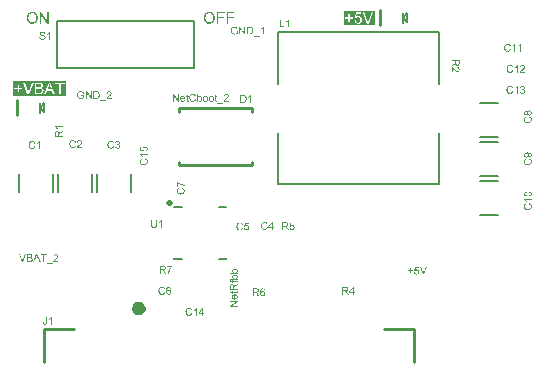
<source format=gto>
G04*
G04 #@! TF.GenerationSoftware,Altium Limited,Altium Designer,24.5.2 (23)*
G04*
G04 Layer_Color=65535*
%FSLAX25Y25*%
%MOIN*%
G70*
G04*
G04 #@! TF.SameCoordinates,31380466-C734-4E74-93B1-4E6A1FEF37DE*
G04*
G04*
G04 #@! TF.FilePolarity,Positive*
G04*
G01*
G75*
%ADD10C,0.02500*%
%ADD11C,0.01968*%
%ADD12C,0.01000*%
%ADD13C,0.00500*%
%ADD14C,0.00787*%
%ADD15C,0.00600*%
G36*
X42103Y109100D02*
X24400D01*
Y113934D01*
X42103D01*
Y109100D01*
D02*
G37*
G36*
X144976Y132513D02*
X134641D01*
Y137411D01*
X144976D01*
Y132513D01*
D02*
G37*
G36*
X98205Y136446D02*
X96127D01*
Y135257D01*
X97925D01*
Y134806D01*
X96127D01*
Y133064D01*
X95620D01*
Y136897D01*
X98205D01*
Y136446D01*
D02*
G37*
G36*
X94933D02*
X92856D01*
Y135257D01*
X94653D01*
Y134806D01*
X92856D01*
Y133064D01*
X92349D01*
Y136897D01*
X94933D01*
Y136446D01*
D02*
G37*
G36*
X89886Y136961D02*
X89922D01*
X89969Y136956D01*
X90025Y136950D01*
X90086Y136942D01*
X90152Y136933D01*
X90224Y136920D01*
X90302Y136903D01*
X90382Y136881D01*
X90462Y136856D01*
X90546Y136828D01*
X90629Y136792D01*
X90712Y136753D01*
X90792Y136709D01*
X90798Y136706D01*
X90812Y136698D01*
X90834Y136684D01*
X90861Y136662D01*
X90897Y136637D01*
X90939Y136607D01*
X90983Y136568D01*
X91033Y136526D01*
X91086Y136479D01*
X91138Y136426D01*
X91194Y136368D01*
X91246Y136305D01*
X91299Y136235D01*
X91352Y136163D01*
X91399Y136086D01*
X91443Y136003D01*
X91446Y135997D01*
X91454Y135983D01*
X91465Y135958D01*
X91479Y135922D01*
X91496Y135881D01*
X91515Y135828D01*
X91535Y135770D01*
X91557Y135704D01*
X91576Y135632D01*
X91596Y135551D01*
X91615Y135468D01*
X91632Y135377D01*
X91648Y135283D01*
X91659Y135183D01*
X91665Y135080D01*
X91667Y134975D01*
Y134972D01*
Y134969D01*
Y134961D01*
Y134950D01*
Y134936D01*
X91665Y134917D01*
Y134875D01*
X91659Y134825D01*
X91656Y134767D01*
X91648Y134698D01*
X91637Y134626D01*
X91626Y134546D01*
X91609Y134463D01*
X91590Y134377D01*
X91568Y134288D01*
X91540Y134197D01*
X91510Y134108D01*
X91474Y134019D01*
X91432Y133931D01*
X91429Y133925D01*
X91421Y133911D01*
X91407Y133886D01*
X91388Y133856D01*
X91365Y133817D01*
X91335Y133773D01*
X91299Y133723D01*
X91260Y133670D01*
X91216Y133615D01*
X91166Y133560D01*
X91111Y133501D01*
X91053Y133443D01*
X90986Y133388D01*
X90917Y133332D01*
X90842Y133282D01*
X90764Y133235D01*
X90759Y133233D01*
X90745Y133224D01*
X90720Y133213D01*
X90690Y133199D01*
X90648Y133180D01*
X90601Y133161D01*
X90548Y133139D01*
X90487Y133119D01*
X90418Y133097D01*
X90346Y133075D01*
X90271Y133055D01*
X90188Y133036D01*
X90105Y133022D01*
X90017Y133011D01*
X89925Y133003D01*
X89834Y133000D01*
X89809D01*
X89781Y133003D01*
X89742Y133005D01*
X89695Y133008D01*
X89640Y133014D01*
X89576Y133022D01*
X89510Y133033D01*
X89435Y133047D01*
X89357Y133064D01*
X89277Y133086D01*
X89197Y133111D01*
X89113Y133139D01*
X89028Y133175D01*
X88945Y133213D01*
X88864Y133260D01*
X88859Y133263D01*
X88845Y133272D01*
X88823Y133288D01*
X88795Y133308D01*
X88759Y133335D01*
X88717Y133366D01*
X88673Y133404D01*
X88623Y133446D01*
X88573Y133496D01*
X88518Y133548D01*
X88465Y133607D01*
X88413Y133670D01*
X88360Y133740D01*
X88310Y133812D01*
X88263Y133889D01*
X88219Y133972D01*
X88216Y133978D01*
X88210Y133992D01*
X88199Y134017D01*
X88186Y134053D01*
X88169Y134094D01*
X88150Y134144D01*
X88130Y134199D01*
X88111Y134263D01*
X88089Y134332D01*
X88069Y134407D01*
X88050Y134485D01*
X88033Y134568D01*
X88019Y134657D01*
X88008Y134745D01*
X88003Y134836D01*
X88000Y134931D01*
Y134933D01*
Y134942D01*
Y134956D01*
Y134972D01*
X88003Y134994D01*
Y135022D01*
X88006Y135053D01*
X88008Y135089D01*
X88011Y135127D01*
X88017Y135169D01*
X88022Y135213D01*
X88028Y135260D01*
X88044Y135363D01*
X88064Y135474D01*
X88091Y135593D01*
X88125Y135715D01*
X88166Y135839D01*
X88216Y135964D01*
X88274Y136086D01*
X88344Y136205D01*
X88382Y136263D01*
X88421Y136319D01*
X88465Y136371D01*
X88512Y136424D01*
X88515Y136426D01*
X88518Y136429D01*
X88526Y136438D01*
X88537Y136446D01*
X88548Y136460D01*
X88565Y136474D01*
X88607Y136510D01*
X88657Y136548D01*
X88717Y136595D01*
X88789Y136643D01*
X88870Y136695D01*
X88961Y136745D01*
X89061Y136792D01*
X89169Y136839D01*
X89285Y136881D01*
X89413Y136914D01*
X89546Y136942D01*
X89615Y136950D01*
X89687Y136958D01*
X89759Y136961D01*
X89834Y136964D01*
X89859D01*
X89886Y136961D01*
D02*
G37*
G36*
X36335Y133064D02*
X35811D01*
X33803Y136072D01*
Y133064D01*
X33316D01*
Y136897D01*
X33836D01*
X35847Y133886D01*
Y136897D01*
X36335D01*
Y133064D01*
D02*
G37*
G36*
X30886Y136961D02*
X30922D01*
X30970Y136956D01*
X31025Y136950D01*
X31086Y136942D01*
X31152Y136933D01*
X31224Y136920D01*
X31302Y136903D01*
X31382Y136881D01*
X31462Y136856D01*
X31546Y136828D01*
X31629Y136792D01*
X31712Y136753D01*
X31792Y136709D01*
X31798Y136706D01*
X31811Y136698D01*
X31834Y136684D01*
X31861Y136662D01*
X31897Y136637D01*
X31939Y136607D01*
X31983Y136568D01*
X32033Y136526D01*
X32086Y136479D01*
X32138Y136426D01*
X32194Y136368D01*
X32246Y136305D01*
X32299Y136235D01*
X32352Y136163D01*
X32399Y136086D01*
X32443Y136003D01*
X32446Y135997D01*
X32454Y135983D01*
X32465Y135958D01*
X32479Y135922D01*
X32496Y135881D01*
X32515Y135828D01*
X32535Y135770D01*
X32557Y135704D01*
X32576Y135632D01*
X32596Y135551D01*
X32615Y135468D01*
X32631Y135377D01*
X32648Y135283D01*
X32659Y135183D01*
X32665Y135080D01*
X32667Y134975D01*
Y134972D01*
Y134969D01*
Y134961D01*
Y134950D01*
Y134936D01*
X32665Y134917D01*
Y134875D01*
X32659Y134825D01*
X32656Y134767D01*
X32648Y134698D01*
X32637Y134626D01*
X32626Y134546D01*
X32609Y134463D01*
X32590Y134377D01*
X32568Y134288D01*
X32540Y134197D01*
X32510Y134108D01*
X32474Y134019D01*
X32432Y133931D01*
X32429Y133925D01*
X32421Y133911D01*
X32407Y133886D01*
X32388Y133856D01*
X32366Y133817D01*
X32335Y133773D01*
X32299Y133723D01*
X32260Y133670D01*
X32216Y133615D01*
X32166Y133560D01*
X32111Y133501D01*
X32052Y133443D01*
X31986Y133388D01*
X31917Y133332D01*
X31842Y133282D01*
X31765Y133235D01*
X31759Y133233D01*
X31745Y133224D01*
X31720Y133213D01*
X31690Y133199D01*
X31648Y133180D01*
X31601Y133161D01*
X31548Y133139D01*
X31488Y133119D01*
X31418Y133097D01*
X31346Y133075D01*
X31271Y133055D01*
X31188Y133036D01*
X31105Y133022D01*
X31017Y133011D01*
X30925Y133003D01*
X30834Y133000D01*
X30809D01*
X30781Y133003D01*
X30742Y133005D01*
X30695Y133008D01*
X30640Y133014D01*
X30576Y133022D01*
X30510Y133033D01*
X30435Y133047D01*
X30357Y133064D01*
X30277Y133086D01*
X30197Y133111D01*
X30114Y133139D01*
X30028Y133175D01*
X29945Y133213D01*
X29864Y133260D01*
X29859Y133263D01*
X29845Y133272D01*
X29823Y133288D01*
X29795Y133308D01*
X29759Y133335D01*
X29717Y133366D01*
X29673Y133404D01*
X29623Y133446D01*
X29573Y133496D01*
X29518Y133548D01*
X29465Y133607D01*
X29413Y133670D01*
X29360Y133740D01*
X29310Y133812D01*
X29263Y133889D01*
X29219Y133972D01*
X29216Y133978D01*
X29210Y133992D01*
X29199Y134017D01*
X29186Y134053D01*
X29169Y134094D01*
X29150Y134144D01*
X29130Y134199D01*
X29111Y134263D01*
X29089Y134332D01*
X29069Y134407D01*
X29050Y134485D01*
X29033Y134568D01*
X29019Y134657D01*
X29008Y134745D01*
X29003Y134836D01*
X29000Y134931D01*
Y134933D01*
Y134942D01*
Y134956D01*
Y134972D01*
X29003Y134994D01*
Y135022D01*
X29006Y135053D01*
X29008Y135089D01*
X29011Y135127D01*
X29017Y135169D01*
X29022Y135213D01*
X29028Y135260D01*
X29044Y135363D01*
X29064Y135474D01*
X29091Y135593D01*
X29125Y135715D01*
X29166Y135839D01*
X29216Y135964D01*
X29274Y136086D01*
X29344Y136205D01*
X29382Y136263D01*
X29421Y136319D01*
X29465Y136371D01*
X29513Y136424D01*
X29515Y136426D01*
X29518Y136429D01*
X29526Y136438D01*
X29537Y136446D01*
X29548Y136460D01*
X29565Y136474D01*
X29607Y136510D01*
X29656Y136548D01*
X29717Y136595D01*
X29789Y136643D01*
X29870Y136695D01*
X29961Y136745D01*
X30061Y136792D01*
X30169Y136839D01*
X30285Y136881D01*
X30413Y136914D01*
X30546Y136942D01*
X30615Y136950D01*
X30687Y136958D01*
X30759Y136961D01*
X30834Y136964D01*
X30859D01*
X30886Y136961D01*
D02*
G37*
G36*
X68447Y92118D02*
X68471Y92116D01*
X68502Y92115D01*
X68537Y92109D01*
X68576Y92103D01*
X68619Y92094D01*
X68665Y92083D01*
X68713Y92070D01*
X68763Y92053D01*
X68813Y92035D01*
X68865Y92011D01*
X68915Y91983D01*
X68965Y91952D01*
X69013Y91917D01*
X69017Y91913D01*
X69026Y91905D01*
X69041Y91891D01*
X69061Y91872D01*
X69085Y91846D01*
X69111Y91817D01*
X69139Y91782D01*
X69168Y91741D01*
X69198Y91694D01*
X69226Y91645D01*
X69252Y91589D01*
X69276Y91528D01*
X69294Y91463D01*
X69311Y91395D01*
X69320Y91321D01*
X69324Y91243D01*
Y91228D01*
X69322Y91210D01*
X69320Y91186D01*
X69318Y91156D01*
X69313Y91121D01*
X69307Y91082D01*
X69300Y91041D01*
X69288Y90997D01*
X69276Y90951D01*
X69261Y90903D01*
X69242Y90855D01*
X69220Y90808D01*
X69194Y90760D01*
X69163Y90716D01*
X69129Y90673D01*
X69128Y90671D01*
X69120Y90664D01*
X69109Y90653D01*
X69094Y90638D01*
X69074Y90622D01*
X69050Y90601D01*
X69022Y90581D01*
X68991Y90559D01*
X68955Y90536D01*
X68917Y90516D01*
X68874Y90494D01*
X68828Y90474D01*
X68778Y90457D01*
X68724Y90442D01*
X68669Y90429D01*
X68610Y90422D01*
X68582Y90751D01*
X68584D01*
X68593Y90753D01*
X68604Y90755D01*
X68621Y90758D01*
X68641Y90764D01*
X68665Y90769D01*
X68691Y90777D01*
X68719Y90786D01*
X68776Y90808D01*
X68808Y90821D01*
X68837Y90836D01*
X68867Y90855D01*
X68894Y90873D01*
X68920Y90895D01*
X68944Y90919D01*
X68946Y90921D01*
X68950Y90925D01*
X68955Y90932D01*
X68963Y90943D01*
X68972Y90956D01*
X68983Y90973D01*
X68993Y90990D01*
X69004Y91010D01*
X69017Y91032D01*
X69026Y91058D01*
X69037Y91084D01*
X69046Y91114D01*
X69054Y91143D01*
X69059Y91175D01*
X69063Y91208D01*
X69065Y91243D01*
Y91254D01*
X69063Y91265D01*
Y91282D01*
X69059Y91300D01*
X69055Y91325D01*
X69050Y91350D01*
X69042Y91378D01*
X69035Y91408D01*
X69024Y91439D01*
X69009Y91471D01*
X68993Y91504D01*
X68974Y91535D01*
X68950Y91569D01*
X68924Y91600D01*
X68894Y91630D01*
X68893Y91632D01*
X68887Y91637D01*
X68876Y91645D01*
X68863Y91654D01*
X68846Y91667D01*
X68826Y91680D01*
X68802Y91694D01*
X68774Y91709D01*
X68743Y91722D01*
X68709Y91737D01*
X68673Y91750D01*
X68632Y91763D01*
X68587Y91772D01*
X68541Y91780D01*
X68493Y91785D01*
X68441Y91787D01*
X68437D01*
X68430D01*
X68415Y91785D01*
X68397D01*
X68375Y91783D01*
X68347Y91780D01*
X68319Y91774D01*
X68286Y91768D01*
X68252Y91759D01*
X68219Y91750D01*
X68184Y91737D01*
X68147Y91722D01*
X68112Y91706D01*
X68079Y91685D01*
X68045Y91661D01*
X68016Y91635D01*
X68014Y91633D01*
X68008Y91628D01*
X68001Y91620D01*
X67992Y91608D01*
X67979Y91593D01*
X67966Y91574D01*
X67953Y91554D01*
X67938Y91530D01*
X67923Y91502D01*
X67910Y91473D01*
X67896Y91441D01*
X67884Y91406D01*
X67875Y91367D01*
X67868Y91326D01*
X67862Y91284D01*
X67860Y91239D01*
Y91225D01*
X67862Y91214D01*
Y91201D01*
X67864Y91184D01*
X67866Y91167D01*
X67870Y91147D01*
X67877Y91104D01*
X67890Y91058D01*
X67907Y91010D01*
X67931Y90964D01*
Y90962D01*
X67934Y90958D01*
X67938Y90953D01*
X67944Y90943D01*
X67958Y90921D01*
X67979Y90894D01*
X68005Y90864D01*
X68034Y90832D01*
X68069Y90801D01*
X68108Y90773D01*
X68069Y90477D01*
X66754Y90725D01*
Y92000D01*
X67054D01*
Y90975D01*
X67744Y90838D01*
X67742Y90840D01*
X67736Y90849D01*
X67729Y90860D01*
X67718Y90879D01*
X67707Y90899D01*
X67692Y90923D01*
X67679Y90953D01*
X67662Y90984D01*
X67648Y91019D01*
X67633Y91056D01*
X67620Y91097D01*
X67609Y91138D01*
X67598Y91182D01*
X67590Y91227D01*
X67585Y91275D01*
X67583Y91321D01*
Y91336D01*
X67585Y91354D01*
X67586Y91376D01*
X67590Y91406D01*
X67596Y91439D01*
X67603Y91478D01*
X67612Y91519D01*
X67624Y91561D01*
X67640Y91608D01*
X67659Y91654D01*
X67681Y91702D01*
X67709Y91750D01*
X67738Y91798D01*
X67775Y91844D01*
X67816Y91889D01*
X67818Y91891D01*
X67827Y91898D01*
X67840Y91911D01*
X67858Y91926D01*
X67881Y91942D01*
X67908Y91963D01*
X67942Y91983D01*
X67979Y92005D01*
X68019Y92026D01*
X68064Y92046D01*
X68114Y92066D01*
X68166Y92085D01*
X68223Y92098D01*
X68284Y92111D01*
X68347Y92118D01*
X68414Y92120D01*
X68415D01*
X68417D01*
X68423D01*
X68428D01*
X68447Y92118D01*
D02*
G37*
G36*
X69281Y89302D02*
X67279D01*
X67281Y89301D01*
X67285Y89297D01*
X67291Y89291D01*
X67298Y89282D01*
X67307Y89271D01*
X67320Y89256D01*
X67333Y89240D01*
X67348Y89223D01*
X67363Y89201D01*
X67381Y89179D01*
X67398Y89154D01*
X67418Y89129D01*
X67437Y89099D01*
X67457Y89069D01*
X67498Y89003D01*
X67500Y89001D01*
X67503Y88995D01*
X67509Y88984D01*
X67514Y88971D01*
X67524Y88956D01*
X67535Y88938D01*
X67546Y88916D01*
X67559Y88894D01*
X67585Y88842D01*
X67611Y88786D01*
X67637Y88729D01*
X67659Y88674D01*
X67355D01*
X67353Y88677D01*
X67350Y88685D01*
X67342Y88699D01*
X67333Y88718D01*
X67322Y88740D01*
X67307Y88768D01*
X67291Y88797D01*
X67272Y88829D01*
X67250Y88864D01*
X67228Y88901D01*
X67176Y88979D01*
X67119Y89058D01*
X67056Y89134D01*
X67054Y89136D01*
X67048Y89143D01*
X67039Y89153D01*
X67026Y89166D01*
X67009Y89182D01*
X66991Y89201D01*
X66969Y89221D01*
X66946Y89243D01*
X66921Y89266D01*
X66893Y89289D01*
X66835Y89336D01*
X66774Y89378D01*
X66743Y89397D01*
X66711Y89413D01*
Y89617D01*
X69281D01*
Y89302D01*
D02*
G37*
G36*
X68475Y88143D02*
X68480Y88141D01*
X68488Y88139D01*
X68497Y88137D01*
X68510Y88133D01*
X68537Y88124D01*
X68573Y88111D01*
X68611Y88096D01*
X68656Y88078D01*
X68704Y88056D01*
X68756Y88032D01*
X68808Y88004D01*
X68859Y87972D01*
X68913Y87937D01*
X68965Y87898D01*
X69015Y87856D01*
X69061Y87809D01*
X69105Y87760D01*
X69107Y87756D01*
X69115Y87747D01*
X69126Y87732D01*
X69139Y87710D01*
X69155Y87684D01*
X69174Y87650D01*
X69194Y87613D01*
X69214Y87571D01*
X69235Y87525D01*
X69255Y87473D01*
X69274Y87417D01*
X69290Y87358D01*
X69303Y87293D01*
X69314Y87227D01*
X69322Y87156D01*
X69324Y87082D01*
Y87055D01*
X69322Y87042D01*
Y87014D01*
X69318Y86979D01*
X69314Y86938D01*
X69309Y86892D01*
X69303Y86844D01*
X69294Y86790D01*
X69283Y86737D01*
X69268Y86679D01*
X69253Y86624D01*
X69233Y86568D01*
X69211Y86513D01*
X69185Y86459D01*
X69155Y86409D01*
X69153Y86405D01*
X69148Y86398D01*
X69137Y86385D01*
X69124Y86366D01*
X69107Y86344D01*
X69085Y86320D01*
X69061Y86292D01*
X69031Y86263D01*
X68998Y86231D01*
X68963Y86200D01*
X68922Y86167D01*
X68880Y86133D01*
X68832Y86102D01*
X68782Y86071D01*
X68726Y86041D01*
X68669Y86015D01*
X68667D01*
X68665Y86013D01*
X68654Y86010D01*
X68637Y86002D01*
X68613Y85995D01*
X68584Y85984D01*
X68549Y85972D01*
X68508Y85960D01*
X68463Y85948D01*
X68414Y85935D01*
X68360Y85922D01*
X68304Y85911D01*
X68243Y85900D01*
X68182Y85893D01*
X68117Y85886D01*
X68051Y85882D01*
X67982Y85880D01*
X67981D01*
X67977D01*
X67971D01*
X67964D01*
X67955D01*
X67944Y85882D01*
X67916D01*
X67881Y85886D01*
X67840Y85887D01*
X67794Y85893D01*
X67744Y85899D01*
X67692Y85908D01*
X67637Y85917D01*
X67577Y85930D01*
X67518Y85945D01*
X67459Y85961D01*
X67400Y85982D01*
X67342Y86006D01*
X67285Y86032D01*
X67281Y86033D01*
X67272Y86039D01*
X67257Y86048D01*
X67235Y86059D01*
X67211Y86076D01*
X67183Y86095D01*
X67150Y86119D01*
X67117Y86145D01*
X67081Y86172D01*
X67043Y86206D01*
X67006Y86241D01*
X66969Y86280D01*
X66932Y86322D01*
X66896Y86366D01*
X66863Y86415D01*
X66832Y86466D01*
X66830Y86470D01*
X66824Y86479D01*
X66817Y86494D01*
X66808Y86516D01*
X66795Y86542D01*
X66782Y86574D01*
X66769Y86611D01*
X66754Y86650D01*
X66739Y86694D01*
X66726Y86742D01*
X66711Y86794D01*
X66700Y86848D01*
X66691Y86905D01*
X66684Y86964D01*
X66678Y87025D01*
X66676Y87088D01*
Y87114D01*
X66678Y87125D01*
X66680Y87153D01*
X66682Y87186D01*
X66687Y87223D01*
X66693Y87266D01*
X66700Y87314D01*
X66711Y87364D01*
X66724Y87415D01*
X66739Y87469D01*
X66760Y87523D01*
X66782Y87576D01*
X66808Y87632D01*
X66837Y87684D01*
X66872Y87734D01*
X66874Y87737D01*
X66882Y87745D01*
X66893Y87760D01*
X66909Y87776D01*
X66928Y87798D01*
X66954Y87823D01*
X66982Y87848D01*
X67015Y87878D01*
X67052Y87908D01*
X67093Y87939D01*
X67139Y87969D01*
X67187Y87998D01*
X67241Y88028D01*
X67298Y88054D01*
X67359Y88080D01*
X67424Y88100D01*
X67501Y87767D01*
X67498Y87765D01*
X67488Y87763D01*
X67475Y87758D01*
X67455Y87750D01*
X67433Y87741D01*
X67407Y87730D01*
X67378Y87715D01*
X67346Y87700D01*
X67313Y87684D01*
X67279Y87663D01*
X67246Y87643D01*
X67211Y87619D01*
X67180Y87593D01*
X67148Y87567D01*
X67120Y87538D01*
X67094Y87506D01*
X67093Y87504D01*
X67089Y87499D01*
X67083Y87489D01*
X67074Y87476D01*
X67065Y87460D01*
X67054Y87440D01*
X67043Y87415D01*
X67030Y87390D01*
X67019Y87360D01*
X67007Y87328D01*
X66996Y87293D01*
X66987Y87256D01*
X66978Y87216D01*
X66972Y87173D01*
X66969Y87129D01*
X66967Y87081D01*
Y87053D01*
X66969Y87033D01*
X66970Y87007D01*
X66974Y86977D01*
X66978Y86944D01*
X66985Y86909D01*
X66993Y86870D01*
X67002Y86831D01*
X67013Y86790D01*
X67026Y86748D01*
X67043Y86707D01*
X67063Y86666D01*
X67083Y86625D01*
X67109Y86587D01*
X67111Y86585D01*
X67115Y86577D01*
X67124Y86568D01*
X67135Y86555D01*
X67150Y86539D01*
X67167Y86520D01*
X67187Y86500D01*
X67209Y86478D01*
X67235Y86455D01*
X67263Y86431D01*
X67294Y86409D01*
X67329Y86387D01*
X67365Y86365D01*
X67403Y86344D01*
X67444Y86326D01*
X67488Y86309D01*
X67490D01*
X67500Y86305D01*
X67513Y86302D01*
X67529Y86296D01*
X67551Y86291D01*
X67577Y86283D01*
X67607Y86278D01*
X67640Y86270D01*
X67675Y86263D01*
X67714Y86256D01*
X67755Y86248D01*
X67797Y86243D01*
X67886Y86233D01*
X67932Y86231D01*
X67981Y86230D01*
X67984D01*
X67995D01*
X68012D01*
X68036Y86231D01*
X68064Y86233D01*
X68097Y86235D01*
X68134Y86237D01*
X68173Y86241D01*
X68217Y86246D01*
X68264Y86252D01*
X68358Y86270D01*
X68408Y86280D01*
X68456Y86292D01*
X68504Y86307D01*
X68550Y86324D01*
X68552Y86326D01*
X68562Y86328D01*
X68573Y86333D01*
X68589Y86343D01*
X68610Y86352D01*
X68634Y86365D01*
X68660Y86379D01*
X68687Y86396D01*
X68715Y86417D01*
X68745Y86439D01*
X68776Y86463D01*
X68806Y86489D01*
X68835Y86518D01*
X68863Y86550D01*
X68889Y86583D01*
X68913Y86620D01*
X68915Y86622D01*
X68919Y86629D01*
X68924Y86640D01*
X68932Y86655D01*
X68941Y86674D01*
X68952Y86696D01*
X68961Y86722D01*
X68972Y86750D01*
X68985Y86781D01*
X68994Y86814D01*
X69006Y86851D01*
X69015Y86888D01*
X69022Y86929D01*
X69028Y86970D01*
X69031Y87012D01*
X69033Y87055D01*
Y87068D01*
X69031Y87082D01*
Y87103D01*
X69028Y87127D01*
X69024Y87155D01*
X69020Y87188D01*
X69013Y87221D01*
X69004Y87258D01*
X68993Y87297D01*
X68980Y87338D01*
X68965Y87379D01*
X68946Y87419D01*
X68924Y87460D01*
X68898Y87499D01*
X68870Y87538D01*
X68869Y87539D01*
X68863Y87547D01*
X68854Y87556D01*
X68839Y87569D01*
X68822Y87586D01*
X68802Y87604D01*
X68776Y87625D01*
X68748Y87645D01*
X68715Y87667D01*
X68680Y87689D01*
X68639Y87713D01*
X68595Y87734D01*
X68549Y87756D01*
X68497Y87774D01*
X68443Y87791D01*
X68384Y87806D01*
X68469Y88144D01*
X68471D01*
X68475Y88143D01*
D02*
G37*
G36*
X83140Y38322D02*
X83168Y38320D01*
X83201Y38318D01*
X83238Y38313D01*
X83280Y38307D01*
X83328Y38300D01*
X83378Y38289D01*
X83430Y38276D01*
X83484Y38261D01*
X83538Y38240D01*
X83591Y38218D01*
X83647Y38192D01*
X83698Y38163D01*
X83749Y38128D01*
X83752Y38126D01*
X83760Y38118D01*
X83774Y38107D01*
X83791Y38091D01*
X83813Y38072D01*
X83837Y38046D01*
X83863Y38018D01*
X83893Y37985D01*
X83922Y37948D01*
X83954Y37907D01*
X83983Y37861D01*
X84013Y37813D01*
X84043Y37759D01*
X84069Y37702D01*
X84094Y37641D01*
X84115Y37576D01*
X83782Y37499D01*
X83780Y37502D01*
X83778Y37512D01*
X83772Y37525D01*
X83765Y37545D01*
X83756Y37567D01*
X83745Y37593D01*
X83730Y37622D01*
X83715Y37654D01*
X83698Y37687D01*
X83678Y37721D01*
X83658Y37754D01*
X83634Y37789D01*
X83608Y37821D01*
X83582Y37852D01*
X83552Y37880D01*
X83521Y37906D01*
X83519Y37907D01*
X83513Y37911D01*
X83504Y37917D01*
X83491Y37926D01*
X83475Y37935D01*
X83454Y37946D01*
X83430Y37957D01*
X83404Y37970D01*
X83375Y37981D01*
X83343Y37993D01*
X83308Y38004D01*
X83271Y38013D01*
X83231Y38022D01*
X83188Y38028D01*
X83144Y38031D01*
X83095Y38033D01*
X83068D01*
X83047Y38031D01*
X83021Y38030D01*
X82992Y38026D01*
X82959Y38022D01*
X82923Y38015D01*
X82885Y38007D01*
X82846Y37998D01*
X82805Y37987D01*
X82762Y37974D01*
X82722Y37957D01*
X82681Y37937D01*
X82640Y37917D01*
X82601Y37891D01*
X82600Y37889D01*
X82592Y37885D01*
X82583Y37876D01*
X82570Y37865D01*
X82553Y37850D01*
X82535Y37833D01*
X82515Y37813D01*
X82492Y37791D01*
X82470Y37765D01*
X82446Y37737D01*
X82424Y37706D01*
X82402Y37671D01*
X82380Y37635D01*
X82359Y37597D01*
X82341Y37556D01*
X82324Y37512D01*
Y37510D01*
X82320Y37500D01*
X82317Y37488D01*
X82311Y37471D01*
X82306Y37449D01*
X82298Y37423D01*
X82292Y37393D01*
X82285Y37360D01*
X82278Y37325D01*
X82270Y37286D01*
X82263Y37245D01*
X82257Y37203D01*
X82248Y37114D01*
X82246Y37067D01*
X82244Y37019D01*
Y37016D01*
Y37005D01*
Y36988D01*
X82246Y36964D01*
X82248Y36936D01*
X82250Y36903D01*
X82252Y36866D01*
X82256Y36827D01*
X82261Y36783D01*
X82267Y36736D01*
X82285Y36642D01*
X82294Y36592D01*
X82307Y36544D01*
X82322Y36496D01*
X82339Y36450D01*
X82341Y36448D01*
X82342Y36439D01*
X82348Y36427D01*
X82357Y36411D01*
X82367Y36390D01*
X82380Y36366D01*
X82394Y36340D01*
X82411Y36313D01*
X82431Y36285D01*
X82454Y36255D01*
X82477Y36224D01*
X82503Y36194D01*
X82533Y36165D01*
X82565Y36137D01*
X82598Y36111D01*
X82635Y36087D01*
X82637Y36085D01*
X82644Y36081D01*
X82655Y36076D01*
X82670Y36068D01*
X82688Y36059D01*
X82711Y36048D01*
X82736Y36039D01*
X82764Y36028D01*
X82796Y36015D01*
X82829Y36006D01*
X82866Y35994D01*
X82903Y35985D01*
X82944Y35978D01*
X82984Y35972D01*
X83027Y35969D01*
X83069Y35967D01*
X83082D01*
X83097Y35969D01*
X83118D01*
X83142Y35972D01*
X83169Y35976D01*
X83203Y35980D01*
X83236Y35987D01*
X83273Y35996D01*
X83312Y36007D01*
X83353Y36020D01*
X83393Y36035D01*
X83434Y36054D01*
X83475Y36076D01*
X83513Y36102D01*
X83552Y36130D01*
X83554Y36131D01*
X83562Y36137D01*
X83571Y36146D01*
X83584Y36161D01*
X83600Y36178D01*
X83619Y36198D01*
X83639Y36224D01*
X83660Y36252D01*
X83682Y36285D01*
X83704Y36320D01*
X83728Y36361D01*
X83749Y36405D01*
X83771Y36452D01*
X83789Y36503D01*
X83806Y36557D01*
X83821Y36616D01*
X84159Y36531D01*
Y36529D01*
X84157Y36525D01*
X84155Y36520D01*
X84154Y36513D01*
X84152Y36503D01*
X84148Y36490D01*
X84139Y36463D01*
X84126Y36427D01*
X84111Y36389D01*
X84093Y36344D01*
X84070Y36296D01*
X84046Y36244D01*
X84019Y36193D01*
X83987Y36141D01*
X83952Y36087D01*
X83913Y36035D01*
X83871Y35985D01*
X83824Y35939D01*
X83774Y35895D01*
X83771Y35893D01*
X83761Y35885D01*
X83747Y35874D01*
X83724Y35861D01*
X83698Y35845D01*
X83665Y35826D01*
X83628Y35806D01*
X83586Y35785D01*
X83539Y35765D01*
X83488Y35745D01*
X83432Y35726D01*
X83373Y35710D01*
X83308Y35697D01*
X83242Y35686D01*
X83171Y35678D01*
X83097Y35676D01*
X83069D01*
X83057Y35678D01*
X83029D01*
X82994Y35682D01*
X82953Y35686D01*
X82907Y35691D01*
X82859Y35697D01*
X82805Y35706D01*
X82751Y35717D01*
X82694Y35732D01*
X82639Y35747D01*
X82583Y35767D01*
X82528Y35789D01*
X82474Y35815D01*
X82424Y35845D01*
X82420Y35846D01*
X82413Y35852D01*
X82400Y35863D01*
X82381Y35876D01*
X82359Y35893D01*
X82335Y35915D01*
X82307Y35939D01*
X82278Y35969D01*
X82246Y36002D01*
X82215Y36037D01*
X82182Y36078D01*
X82148Y36120D01*
X82117Y36168D01*
X82085Y36218D01*
X82056Y36274D01*
X82030Y36331D01*
Y36333D01*
X82028Y36335D01*
X82024Y36346D01*
X82017Y36363D01*
X82010Y36387D01*
X81998Y36416D01*
X81987Y36452D01*
X81974Y36492D01*
X81963Y36537D01*
X81950Y36586D01*
X81937Y36640D01*
X81926Y36696D01*
X81915Y36757D01*
X81908Y36818D01*
X81900Y36882D01*
X81897Y36949D01*
X81895Y37018D01*
Y37019D01*
Y37023D01*
Y37029D01*
Y37036D01*
Y37045D01*
X81897Y37056D01*
Y37084D01*
X81900Y37119D01*
X81902Y37160D01*
X81908Y37206D01*
X81913Y37256D01*
X81923Y37308D01*
X81932Y37363D01*
X81945Y37423D01*
X81959Y37482D01*
X81976Y37541D01*
X81997Y37600D01*
X82021Y37658D01*
X82047Y37715D01*
X82048Y37719D01*
X82054Y37728D01*
X82063Y37743D01*
X82074Y37765D01*
X82091Y37789D01*
X82109Y37817D01*
X82133Y37850D01*
X82159Y37883D01*
X82187Y37918D01*
X82220Y37957D01*
X82256Y37994D01*
X82294Y38031D01*
X82337Y38068D01*
X82381Y38104D01*
X82429Y38137D01*
X82481Y38168D01*
X82485Y38170D01*
X82494Y38176D01*
X82509Y38183D01*
X82531Y38192D01*
X82557Y38205D01*
X82588Y38218D01*
X82626Y38231D01*
X82664Y38246D01*
X82709Y38261D01*
X82757Y38274D01*
X82809Y38289D01*
X82862Y38300D01*
X82920Y38309D01*
X82979Y38316D01*
X83040Y38322D01*
X83103Y38324D01*
X83129D01*
X83140Y38322D01*
D02*
G37*
G36*
X87759Y36620D02*
X88105D01*
Y36331D01*
X87759D01*
Y35719D01*
X87445D01*
Y36331D01*
X86335D01*
Y36620D01*
X87502Y38279D01*
X87759D01*
Y36620D01*
D02*
G37*
G36*
X85632Y35719D02*
X85317D01*
Y37721D01*
X85315Y37719D01*
X85312Y37715D01*
X85306Y37710D01*
X85297Y37702D01*
X85286Y37693D01*
X85271Y37680D01*
X85254Y37667D01*
X85238Y37652D01*
X85216Y37637D01*
X85193Y37619D01*
X85169Y37602D01*
X85143Y37582D01*
X85114Y37563D01*
X85084Y37543D01*
X85018Y37502D01*
X85016Y37500D01*
X85010Y37497D01*
X84999Y37491D01*
X84986Y37486D01*
X84971Y37476D01*
X84953Y37465D01*
X84931Y37454D01*
X84908Y37441D01*
X84857Y37415D01*
X84801Y37389D01*
X84744Y37363D01*
X84688Y37341D01*
Y37645D01*
X84692Y37647D01*
X84699Y37650D01*
X84714Y37658D01*
X84733Y37667D01*
X84755Y37678D01*
X84783Y37693D01*
X84812Y37710D01*
X84844Y37728D01*
X84879Y37750D01*
X84916Y37772D01*
X84993Y37824D01*
X85073Y37881D01*
X85149Y37944D01*
X85151Y37946D01*
X85158Y37952D01*
X85167Y37961D01*
X85180Y37974D01*
X85197Y37991D01*
X85216Y38009D01*
X85236Y38031D01*
X85258Y38054D01*
X85280Y38080D01*
X85304Y38107D01*
X85351Y38165D01*
X85393Y38226D01*
X85412Y38257D01*
X85428Y38289D01*
X85632D01*
Y35719D01*
D02*
G37*
G36*
X34266Y130322D02*
X34291D01*
X34320Y130318D01*
X34352Y130316D01*
X34389Y130313D01*
X34426Y130307D01*
X34466Y130301D01*
X34549Y130285D01*
X34594Y130274D01*
X34637Y130263D01*
X34679Y130248D01*
X34720Y130231D01*
X34722Y130229D01*
X34729Y130227D01*
X34740Y130222D01*
X34755Y130215D01*
X34773Y130205D01*
X34794Y130192D01*
X34818Y130179D01*
X34842Y130163D01*
X34870Y130146D01*
X34896Y130126D01*
X34923Y130104D01*
X34951Y130079D01*
X34979Y130054D01*
X35005Y130024D01*
X35030Y129994D01*
X35053Y129961D01*
X35055Y129959D01*
X35058Y129954D01*
X35064Y129943D01*
X35071Y129930D01*
X35081Y129913D01*
X35092Y129893D01*
X35101Y129870D01*
X35114Y129844D01*
X35125Y129817D01*
X35136Y129785D01*
X35147Y129752D01*
X35156Y129717D01*
X35166Y129680D01*
X35173Y129641D01*
X35177Y129600D01*
X35180Y129560D01*
X34855Y129536D01*
Y129539D01*
X34853Y129547D01*
X34851Y129560D01*
X34847Y129576D01*
X34844Y129595D01*
X34838Y129619D01*
X34831Y129645D01*
X34822Y129673D01*
X34812Y129702D01*
X34799Y129732D01*
X34784Y129761D01*
X34768Y129793D01*
X34749Y129822D01*
X34727Y129850D01*
X34703Y129878D01*
X34677Y129902D01*
X34675Y129904D01*
X34670Y129907D01*
X34662Y129913D01*
X34649Y129922D01*
X34633Y129931D01*
X34614Y129941D01*
X34592Y129952D01*
X34566Y129965D01*
X34537Y129976D01*
X34503Y129987D01*
X34466Y129996D01*
X34427Y130007D01*
X34383Y130015D01*
X34337Y130020D01*
X34287Y130024D01*
X34233Y130026D01*
X34204D01*
X34183Y130024D01*
X34157Y130022D01*
X34130Y130020D01*
X34096Y130017D01*
X34063Y130011D01*
X33989Y129998D01*
X33952Y129989D01*
X33915Y129978D01*
X33880Y129965D01*
X33845Y129950D01*
X33813Y129933D01*
X33786Y129913D01*
X33784Y129911D01*
X33780Y129907D01*
X33773Y129902D01*
X33763Y129893D01*
X33754Y129882D01*
X33741Y129869D01*
X33730Y129854D01*
X33717Y129837D01*
X33704Y129819D01*
X33691Y129796D01*
X33669Y129750D01*
X33660Y129726D01*
X33652Y129698D01*
X33649Y129671D01*
X33647Y129641D01*
Y129639D01*
Y129636D01*
Y129628D01*
X33649Y129619D01*
X33650Y129606D01*
X33652Y129593D01*
X33660Y129561D01*
X33671Y129525D01*
X33687Y129488D01*
X33698Y129467D01*
X33713Y129449D01*
X33728Y129430D01*
X33745Y129413D01*
X33747Y129412D01*
X33750Y129410D01*
X33756Y129404D01*
X33767Y129399D01*
X33780Y129389D01*
X33798Y129380D01*
X33819Y129369D01*
X33845Y129356D01*
X33876Y129343D01*
X33911Y129328D01*
X33954Y129314D01*
X34000Y129297D01*
X34054Y129280D01*
X34113Y129264D01*
X34179Y129247D01*
X34253Y129228D01*
X34255D01*
X34259Y129227D01*
X34265D01*
X34272Y129225D01*
X34281Y129223D01*
X34292Y129219D01*
X34320Y129214D01*
X34353Y129204D01*
X34392Y129195D01*
X34435Y129186D01*
X34479Y129173D01*
X34574Y129149D01*
X34620Y129136D01*
X34666Y129121D01*
X34710Y129108D01*
X34751Y129093D01*
X34788Y129080D01*
X34820Y129068D01*
X34822Y129066D01*
X34829Y129062D01*
X34842Y129056D01*
X34857Y129049D01*
X34875Y129038D01*
X34896Y129027D01*
X34920Y129012D01*
X34945Y128995D01*
X34971Y128979D01*
X34999Y128958D01*
X35055Y128914D01*
X35106Y128862D01*
X35129Y128834D01*
X35151Y128805D01*
X35153Y128803D01*
X35156Y128797D01*
X35160Y128788D01*
X35167Y128777D01*
X35175Y128762D01*
X35184Y128744D01*
X35195Y128723D01*
X35204Y128701D01*
X35214Y128675D01*
X35225Y128648D01*
X35234Y128618D01*
X35241Y128585D01*
X35249Y128551D01*
X35254Y128516D01*
X35256Y128481D01*
X35258Y128442D01*
Y128440D01*
Y128433D01*
Y128422D01*
X35256Y128407D01*
X35254Y128389D01*
X35252Y128368D01*
X35249Y128344D01*
X35243Y128316D01*
X35238Y128289D01*
X35228Y128257D01*
X35219Y128226D01*
X35208Y128192D01*
X35195Y128159D01*
X35179Y128124D01*
X35160Y128091D01*
X35140Y128056D01*
X35138Y128054D01*
X35134Y128048D01*
X35127Y128039D01*
X35118Y128026D01*
X35106Y128011D01*
X35092Y127993D01*
X35075Y127974D01*
X35055Y127954D01*
X35032Y127932D01*
X35006Y127909D01*
X34979Y127885D01*
X34949Y127861D01*
X34918Y127839D01*
X34883Y127817D01*
X34846Y127797D01*
X34805Y127776D01*
X34803Y127774D01*
X34796Y127772D01*
X34783Y127767D01*
X34766Y127761D01*
X34746Y127754D01*
X34722Y127745D01*
X34694Y127735D01*
X34662Y127726D01*
X34627Y127717D01*
X34588Y127708D01*
X34548Y127700D01*
X34505Y127691D01*
X34461Y127686D01*
X34413Y127680D01*
X34363Y127678D01*
X34313Y127676D01*
X34279D01*
X34255Y127678D01*
X34226Y127680D01*
X34191Y127682D01*
X34152Y127686D01*
X34109Y127689D01*
X34065Y127695D01*
X34019Y127700D01*
X33920Y127719D01*
X33871Y127730D01*
X33823Y127743D01*
X33774Y127760D01*
X33730Y127776D01*
X33728Y127778D01*
X33719Y127782D01*
X33708Y127787D01*
X33691Y127795D01*
X33671Y127806D01*
X33649Y127819D01*
X33623Y127835D01*
X33597Y127852D01*
X33567Y127872D01*
X33538Y127895D01*
X33506Y127920D01*
X33476Y127948D01*
X33445Y127978D01*
X33415Y128009D01*
X33388Y128044D01*
X33362Y128082D01*
X33360Y128083D01*
X33356Y128091D01*
X33349Y128102D01*
X33342Y128117D01*
X33330Y128137D01*
X33319Y128159D01*
X33306Y128185D01*
X33295Y128215D01*
X33282Y128248D01*
X33269Y128283D01*
X33258Y128322D01*
X33247Y128361D01*
X33238Y128403D01*
X33231Y128448D01*
X33225Y128494D01*
X33223Y128542D01*
X33543Y128570D01*
Y128568D01*
X33545Y128561D01*
Y128551D01*
X33549Y128538D01*
X33551Y128522D01*
X33554Y128501D01*
X33560Y128481D01*
X33565Y128457D01*
X33578Y128407D01*
X33597Y128353D01*
X33619Y128302D01*
X33647Y128252D01*
X33649Y128250D01*
X33650Y128246D01*
X33656Y128241D01*
X33663Y128231D01*
X33671Y128220D01*
X33682Y128209D01*
X33695Y128196D01*
X33710Y128181D01*
X33726Y128167D01*
X33747Y128150D01*
X33767Y128133D01*
X33791Y128117D01*
X33815Y128100D01*
X33843Y128083D01*
X33872Y128068D01*
X33904Y128054D01*
X33906D01*
X33911Y128050D01*
X33922Y128046D01*
X33935Y128043D01*
X33952Y128037D01*
X33970Y128030D01*
X33994Y128022D01*
X34019Y128017D01*
X34046Y128009D01*
X34078Y128002D01*
X34109Y127996D01*
X34144Y127989D01*
X34218Y127982D01*
X34298Y127978D01*
X34316D01*
X34331Y127980D01*
X34348D01*
X34366Y127982D01*
X34389Y127983D01*
X34413Y127985D01*
X34466Y127993D01*
X34524Y128002D01*
X34581Y128017D01*
X34638Y128035D01*
X34640D01*
X34646Y128037D01*
X34653Y128041D01*
X34662Y128046D01*
X34675Y128052D01*
X34688Y128059D01*
X34722Y128076D01*
X34757Y128098D01*
X34794Y128126D01*
X34829Y128157D01*
X34859Y128192D01*
Y128194D01*
X34862Y128198D01*
X34866Y128204D01*
X34870Y128211D01*
X34875Y128220D01*
X34883Y128231D01*
X34896Y128259D01*
X34908Y128290D01*
X34921Y128328D01*
X34929Y128370D01*
X34933Y128413D01*
Y128414D01*
Y128418D01*
Y128424D01*
X34931Y128433D01*
Y128444D01*
X34929Y128455D01*
X34923Y128485D01*
X34916Y128516D01*
X34903Y128551D01*
X34884Y128586D01*
X34860Y128622D01*
Y128623D01*
X34857Y128625D01*
X34847Y128637D01*
X34829Y128653D01*
X34818Y128664D01*
X34805Y128675D01*
X34790Y128686D01*
X34773Y128699D01*
X34755Y128712D01*
X34733Y128725D01*
X34710Y128738D01*
X34685Y128751D01*
X34659Y128762D01*
X34629Y128775D01*
X34627D01*
X34624Y128777D01*
X34618Y128779D01*
X34607Y128783D01*
X34594Y128786D01*
X34579Y128792D01*
X34559Y128797D01*
X34535Y128805D01*
X34505Y128814D01*
X34474Y128823D01*
X34437Y128833D01*
X34394Y128844D01*
X34348Y128857D01*
X34294Y128870D01*
X34237Y128884D01*
X34174Y128899D01*
X34172D01*
X34170Y128901D01*
X34165D01*
X34159Y128903D01*
X34141Y128908D01*
X34117Y128914D01*
X34089Y128921D01*
X34056Y128931D01*
X34019Y128940D01*
X33982Y128951D01*
X33900Y128975D01*
X33819Y129003D01*
X33780Y129018D01*
X33743Y129032D01*
X33711Y129045D01*
X33682Y129060D01*
X33680Y129062D01*
X33674Y129064D01*
X33665Y129069D01*
X33652Y129077D01*
X33637Y129086D01*
X33619Y129099D01*
X33601Y129112D01*
X33578Y129127D01*
X33534Y129160D01*
X33490Y129201D01*
X33445Y129247D01*
X33427Y129273D01*
X33408Y129299D01*
X33406Y129301D01*
X33404Y129306D01*
X33401Y129314D01*
X33395Y129325D01*
X33388Y129338D01*
X33380Y129352D01*
X33373Y129371D01*
X33364Y129391D01*
X33356Y129415D01*
X33347Y129439D01*
X33334Y129493D01*
X33323Y129552D01*
X33321Y129584D01*
X33319Y129617D01*
Y129619D01*
Y129626D01*
Y129636D01*
X33321Y129650D01*
X33323Y129667D01*
X33325Y129687D01*
X33329Y129709D01*
X33332Y129735D01*
X33340Y129763D01*
X33345Y129791D01*
X33354Y129821D01*
X33365Y129852D01*
X33378Y129883D01*
X33393Y129915D01*
X33410Y129948D01*
X33428Y129980D01*
X33430Y129981D01*
X33434Y129987D01*
X33439Y129996D01*
X33449Y130007D01*
X33460Y130022D01*
X33475Y130037D01*
X33491Y130055D01*
X33510Y130074D01*
X33530Y130094D01*
X33554Y130116D01*
X33580Y130137D01*
X33610Y130159D01*
X33641Y130179D01*
X33674Y130200D01*
X33710Y130218D01*
X33748Y130235D01*
X33750Y130237D01*
X33758Y130239D01*
X33769Y130242D01*
X33786Y130250D01*
X33806Y130255D01*
X33828Y130263D01*
X33856Y130272D01*
X33887Y130279D01*
X33920Y130289D01*
X33956Y130296D01*
X33994Y130303D01*
X34035Y130311D01*
X34080Y130316D01*
X34124Y130320D01*
X34170Y130322D01*
X34218Y130324D01*
X34246D01*
X34266Y130322D01*
D02*
G37*
G36*
X36777Y127719D02*
X36462D01*
Y129721D01*
X36461Y129719D01*
X36457Y129715D01*
X36451Y129709D01*
X36442Y129702D01*
X36431Y129693D01*
X36416Y129680D01*
X36399Y129667D01*
X36383Y129652D01*
X36361Y129637D01*
X36338Y129619D01*
X36314Y129602D01*
X36288Y129582D01*
X36259Y129563D01*
X36229Y129543D01*
X36163Y129502D01*
X36161Y129500D01*
X36155Y129497D01*
X36144Y129491D01*
X36131Y129486D01*
X36116Y129476D01*
X36098Y129465D01*
X36076Y129454D01*
X36054Y129441D01*
X36002Y129415D01*
X35946Y129389D01*
X35889Y129364D01*
X35833Y129341D01*
Y129645D01*
X35837Y129647D01*
X35844Y129650D01*
X35859Y129658D01*
X35878Y129667D01*
X35900Y129678D01*
X35928Y129693D01*
X35957Y129709D01*
X35989Y129728D01*
X36024Y129750D01*
X36061Y129772D01*
X36139Y129824D01*
X36218Y129882D01*
X36294Y129944D01*
X36296Y129946D01*
X36303Y129952D01*
X36313Y129961D01*
X36325Y129974D01*
X36342Y129991D01*
X36361Y130009D01*
X36381Y130031D01*
X36403Y130054D01*
X36425Y130079D01*
X36450Y130107D01*
X36496Y130165D01*
X36538Y130226D01*
X36557Y130257D01*
X36573Y130289D01*
X36777D01*
Y127719D01*
D02*
G37*
G36*
X76372Y45287D02*
X76392D01*
X76418Y45283D01*
X76448Y45279D01*
X76481Y45274D01*
X76518Y45268D01*
X76555Y45259D01*
X76596Y45248D01*
X76636Y45233D01*
X76677Y45216D01*
X76720Y45198D01*
X76760Y45174D01*
X76799Y45148D01*
X76836Y45118D01*
X76838Y45116D01*
X76845Y45111D01*
X76855Y45100D01*
X76868Y45087D01*
X76882Y45070D01*
X76899Y45048D01*
X76917Y45024D01*
X76938Y44996D01*
X76958Y44965D01*
X76979Y44930D01*
X76999Y44891D01*
X77016Y44848D01*
X77034Y44804D01*
X77049Y44756D01*
X77060Y44704D01*
X77069Y44650D01*
X76757Y44626D01*
Y44628D01*
X76755Y44634D01*
X76753Y44645D01*
X76749Y44656D01*
X76744Y44673D01*
X76740Y44689D01*
X76725Y44730D01*
X76709Y44772D01*
X76688Y44817D01*
X76664Y44859D01*
X76651Y44878D01*
X76636Y44894D01*
X76635Y44896D01*
X76631Y44900D01*
X76623Y44907D01*
X76614Y44915D01*
X76601Y44926D01*
X76586Y44937D01*
X76570Y44950D01*
X76549Y44963D01*
X76527Y44974D01*
X76503Y44987D01*
X76479Y44998D01*
X76451Y45009D01*
X76422Y45017D01*
X76390Y45024D01*
X76357Y45028D01*
X76324Y45030D01*
X76309D01*
X76298Y45028D01*
X76285D01*
X76270Y45026D01*
X76253Y45022D01*
X76233Y45018D01*
X76192Y45009D01*
X76148Y44994D01*
X76104Y44972D01*
X76081Y44959D01*
X76059Y44944D01*
X76057Y44943D01*
X76054Y44939D01*
X76044Y44933D01*
X76035Y44924D01*
X76022Y44913D01*
X76007Y44900D01*
X75993Y44883D01*
X75974Y44865D01*
X75955Y44844D01*
X75937Y44820D01*
X75917Y44795D01*
X75898Y44767D01*
X75878Y44735D01*
X75859Y44702D01*
X75841Y44667D01*
X75824Y44630D01*
Y44628D01*
X75820Y44621D01*
X75817Y44608D01*
X75811Y44591D01*
X75804Y44571D01*
X75796Y44545D01*
X75789Y44513D01*
X75782Y44478D01*
X75774Y44439D01*
X75765Y44395D01*
X75758Y44345D01*
X75752Y44293D01*
X75747Y44236D01*
X75741Y44175D01*
X75739Y44108D01*
X75737Y44038D01*
X75739Y44040D01*
X75743Y44045D01*
X75748Y44055D01*
X75758Y44066D01*
X75769Y44080D01*
X75782Y44097D01*
X75796Y44116D01*
X75815Y44136D01*
X75833Y44156D01*
X75854Y44177D01*
X75902Y44219D01*
X75954Y44260D01*
X75983Y44278D01*
X76013Y44295D01*
X76015Y44297D01*
X76020Y44299D01*
X76029Y44302D01*
X76041Y44308D01*
X76057Y44315D01*
X76074Y44323D01*
X76094Y44330D01*
X76118Y44338D01*
X76142Y44345D01*
X76170Y44352D01*
X76227Y44367D01*
X76292Y44377D01*
X76326Y44380D01*
X76374D01*
X76390Y44378D01*
X76411Y44377D01*
X76438Y44373D01*
X76470Y44367D01*
X76505Y44360D01*
X76544Y44351D01*
X76585Y44339D01*
X76627Y44323D01*
X76671Y44304D01*
X76718Y44282D01*
X76762Y44254D01*
X76806Y44225D01*
X76851Y44188D01*
X76894Y44147D01*
X76895Y44145D01*
X76903Y44136D01*
X76914Y44123D01*
X76929Y44104D01*
X76945Y44082D01*
X76964Y44055D01*
X76984Y44023D01*
X77004Y43986D01*
X77025Y43945D01*
X77045Y43899D01*
X77064Y43851D01*
X77080Y43797D01*
X77095Y43740D01*
X77106Y43681D01*
X77114Y43616D01*
X77115Y43549D01*
Y43548D01*
Y43538D01*
Y43525D01*
X77114Y43509D01*
X77112Y43487D01*
X77110Y43463D01*
X77106Y43435D01*
X77103Y43403D01*
X77097Y43370D01*
X77090Y43335D01*
X77082Y43298D01*
X77071Y43259D01*
X77058Y43220D01*
X77045Y43181D01*
X77029Y43141D01*
X77010Y43102D01*
X77008Y43100D01*
X77004Y43093D01*
X76999Y43082D01*
X76991Y43069D01*
X76980Y43050D01*
X76968Y43030D01*
X76953Y43009D01*
X76936Y42985D01*
X76916Y42959D01*
X76895Y42933D01*
X76871Y42908D01*
X76845Y42882D01*
X76819Y42856D01*
X76790Y42830D01*
X76758Y42808D01*
X76725Y42786D01*
X76723Y42784D01*
X76718Y42780D01*
X76707Y42776D01*
X76694Y42769D01*
X76675Y42760D01*
X76655Y42750D01*
X76633Y42741D01*
X76605Y42732D01*
X76577Y42721D01*
X76546Y42711D01*
X76511Y42702D01*
X76475Y42693D01*
X76437Y42686D01*
X76398Y42682D01*
X76355Y42678D01*
X76313Y42676D01*
X76296D01*
X76287Y42678D01*
X76276D01*
X76248Y42680D01*
X76214Y42686D01*
X76176Y42691D01*
X76133Y42700D01*
X76085Y42713D01*
X76035Y42728D01*
X75983Y42747D01*
X75932Y42771D01*
X75878Y42798D01*
X75824Y42832D01*
X75770Y42871D01*
X75721Y42915D01*
X75673Y42965D01*
X75671Y42969D01*
X75661Y42978D01*
X75650Y42996D01*
X75634Y43020D01*
X75615Y43052D01*
X75604Y43070D01*
X75595Y43091D01*
X75584Y43113D01*
X75573Y43137D01*
X75560Y43165D01*
X75548Y43192D01*
X75537Y43222D01*
X75526Y43253D01*
X75513Y43289D01*
X75502Y43324D01*
X75493Y43363D01*
X75482Y43402D01*
X75473Y43444D01*
X75463Y43488D01*
X75454Y43535D01*
X75447Y43583D01*
X75441Y43633D01*
X75436Y43685D01*
X75430Y43740D01*
X75428Y43796D01*
X75425Y43855D01*
Y43916D01*
Y43918D01*
Y43925D01*
Y43934D01*
Y43949D01*
X75426Y43966D01*
Y43986D01*
X75428Y44010D01*
Y44038D01*
X75430Y44066D01*
X75434Y44099D01*
X75436Y44132D01*
X75439Y44169D01*
X75447Y44245D01*
X75460Y44328D01*
X75473Y44415D01*
X75491Y44506D01*
X75513Y44595D01*
X75539Y44684D01*
X75571Y44771D01*
X75608Y44852D01*
X75628Y44891D01*
X75650Y44926D01*
X75674Y44961D01*
X75698Y44994D01*
X75702Y44998D01*
X75709Y45007D01*
X75722Y45022D01*
X75743Y45041D01*
X75767Y45063D01*
X75795Y45087D01*
X75830Y45115D01*
X75869Y45142D01*
X75913Y45168D01*
X75961Y45196D01*
X76013Y45220D01*
X76070Y45242D01*
X76133Y45261D01*
X76198Y45276D01*
X76268Y45285D01*
X76342Y45289D01*
X76355D01*
X76372Y45287D01*
D02*
G37*
G36*
X74130Y45322D02*
X74157Y45320D01*
X74191Y45318D01*
X74228Y45313D01*
X74270Y45307D01*
X74318Y45300D01*
X74368Y45289D01*
X74420Y45276D01*
X74474Y45261D01*
X74527Y45240D01*
X74581Y45218D01*
X74637Y45192D01*
X74688Y45163D01*
X74738Y45128D01*
X74742Y45126D01*
X74749Y45118D01*
X74764Y45107D01*
X74781Y45091D01*
X74803Y45072D01*
X74827Y45046D01*
X74853Y45018D01*
X74883Y44985D01*
X74912Y44948D01*
X74944Y44907D01*
X74973Y44861D01*
X75003Y44813D01*
X75032Y44759D01*
X75058Y44702D01*
X75084Y44641D01*
X75104Y44576D01*
X74771Y44499D01*
X74770Y44502D01*
X74768Y44512D01*
X74762Y44524D01*
X74755Y44545D01*
X74746Y44567D01*
X74734Y44593D01*
X74720Y44622D01*
X74705Y44654D01*
X74688Y44687D01*
X74668Y44721D01*
X74648Y44754D01*
X74624Y44789D01*
X74598Y44820D01*
X74572Y44852D01*
X74542Y44880D01*
X74511Y44906D01*
X74509Y44907D01*
X74503Y44911D01*
X74494Y44917D01*
X74481Y44926D01*
X74464Y44935D01*
X74444Y44946D01*
X74420Y44957D01*
X74394Y44970D01*
X74365Y44981D01*
X74333Y44993D01*
X74298Y45004D01*
X74261Y45013D01*
X74220Y45022D01*
X74178Y45028D01*
X74133Y45031D01*
X74085Y45033D01*
X74057D01*
X74037Y45031D01*
X74011Y45030D01*
X73982Y45026D01*
X73948Y45022D01*
X73913Y45015D01*
X73874Y45007D01*
X73835Y44998D01*
X73795Y44987D01*
X73752Y44974D01*
X73712Y44957D01*
X73671Y44937D01*
X73630Y44917D01*
X73591Y44891D01*
X73589Y44889D01*
X73582Y44885D01*
X73573Y44876D01*
X73560Y44865D01*
X73543Y44850D01*
X73525Y44833D01*
X73504Y44813D01*
X73482Y44791D01*
X73460Y44765D01*
X73436Y44737D01*
X73414Y44706D01*
X73391Y44671D01*
X73369Y44635D01*
X73349Y44597D01*
X73330Y44556D01*
X73314Y44512D01*
Y44510D01*
X73310Y44500D01*
X73306Y44488D01*
X73301Y44471D01*
X73295Y44449D01*
X73288Y44423D01*
X73282Y44393D01*
X73275Y44360D01*
X73268Y44325D01*
X73260Y44286D01*
X73253Y44245D01*
X73247Y44203D01*
X73238Y44114D01*
X73236Y44067D01*
X73234Y44019D01*
Y44016D01*
Y44005D01*
Y43988D01*
X73236Y43964D01*
X73238Y43936D01*
X73240Y43903D01*
X73242Y43866D01*
X73245Y43827D01*
X73251Y43783D01*
X73256Y43736D01*
X73275Y43642D01*
X73284Y43592D01*
X73297Y43544D01*
X73312Y43496D01*
X73329Y43450D01*
X73330Y43448D01*
X73332Y43439D01*
X73338Y43427D01*
X73347Y43411D01*
X73356Y43390D01*
X73369Y43366D01*
X73384Y43341D01*
X73401Y43313D01*
X73421Y43285D01*
X73443Y43255D01*
X73467Y43224D01*
X73493Y43194D01*
X73523Y43165D01*
X73554Y43137D01*
X73588Y43111D01*
X73624Y43087D01*
X73626Y43085D01*
X73634Y43082D01*
X73645Y43076D01*
X73660Y43069D01*
X73678Y43059D01*
X73700Y43048D01*
X73726Y43039D01*
X73754Y43028D01*
X73786Y43015D01*
X73819Y43006D01*
X73856Y42994D01*
X73893Y42985D01*
X73934Y42978D01*
X73974Y42972D01*
X74017Y42969D01*
X74059Y42967D01*
X74072D01*
X74087Y42969D01*
X74107D01*
X74131Y42972D01*
X74159Y42976D01*
X74193Y42980D01*
X74226Y42987D01*
X74263Y42996D01*
X74302Y43007D01*
X74342Y43020D01*
X74383Y43035D01*
X74424Y43054D01*
X74464Y43076D01*
X74503Y43102D01*
X74542Y43130D01*
X74544Y43131D01*
X74551Y43137D01*
X74561Y43146D01*
X74574Y43161D01*
X74590Y43178D01*
X74609Y43198D01*
X74629Y43224D01*
X74649Y43252D01*
X74672Y43285D01*
X74694Y43320D01*
X74718Y43361D01*
X74738Y43405D01*
X74760Y43451D01*
X74779Y43503D01*
X74796Y43557D01*
X74810Y43616D01*
X75149Y43531D01*
Y43529D01*
X75147Y43525D01*
X75145Y43520D01*
X75143Y43512D01*
X75142Y43503D01*
X75138Y43490D01*
X75129Y43463D01*
X75116Y43427D01*
X75101Y43389D01*
X75082Y43344D01*
X75060Y43296D01*
X75036Y43244D01*
X75008Y43192D01*
X74977Y43141D01*
X74942Y43087D01*
X74903Y43035D01*
X74860Y42985D01*
X74814Y42939D01*
X74764Y42895D01*
X74760Y42893D01*
X74751Y42885D01*
X74736Y42874D01*
X74714Y42861D01*
X74688Y42845D01*
X74655Y42826D01*
X74618Y42806D01*
X74575Y42786D01*
X74529Y42765D01*
X74477Y42745D01*
X74422Y42726D01*
X74363Y42710D01*
X74298Y42697D01*
X74231Y42686D01*
X74161Y42678D01*
X74087Y42676D01*
X74059D01*
X74046Y42678D01*
X74019D01*
X73983Y42682D01*
X73943Y42686D01*
X73896Y42691D01*
X73848Y42697D01*
X73795Y42706D01*
X73741Y42717D01*
X73684Y42732D01*
X73628Y42747D01*
X73573Y42767D01*
X73517Y42789D01*
X73464Y42815D01*
X73414Y42845D01*
X73410Y42847D01*
X73403Y42852D01*
X73390Y42863D01*
X73371Y42876D01*
X73349Y42893D01*
X73325Y42915D01*
X73297Y42939D01*
X73268Y42969D01*
X73236Y43002D01*
X73205Y43037D01*
X73171Y43078D01*
X73138Y43120D01*
X73106Y43168D01*
X73075Y43218D01*
X73045Y43274D01*
X73020Y43331D01*
Y43333D01*
X73018Y43335D01*
X73014Y43346D01*
X73007Y43363D01*
X72999Y43387D01*
X72988Y43416D01*
X72977Y43451D01*
X72964Y43492D01*
X72953Y43537D01*
X72940Y43587D01*
X72927Y43640D01*
X72916Y43696D01*
X72905Y43757D01*
X72897Y43818D01*
X72890Y43883D01*
X72886Y43949D01*
X72885Y44018D01*
Y44019D01*
Y44023D01*
Y44029D01*
Y44036D01*
Y44045D01*
X72886Y44056D01*
Y44084D01*
X72890Y44119D01*
X72892Y44160D01*
X72897Y44206D01*
X72903Y44256D01*
X72912Y44308D01*
X72922Y44363D01*
X72935Y44423D01*
X72949Y44482D01*
X72966Y44541D01*
X72986Y44600D01*
X73010Y44658D01*
X73036Y44715D01*
X73038Y44719D01*
X73044Y44728D01*
X73053Y44743D01*
X73064Y44765D01*
X73081Y44789D01*
X73099Y44817D01*
X73123Y44850D01*
X73149Y44883D01*
X73177Y44919D01*
X73210Y44957D01*
X73245Y44994D01*
X73284Y45031D01*
X73327Y45068D01*
X73371Y45103D01*
X73419Y45137D01*
X73471Y45168D01*
X73475Y45170D01*
X73484Y45176D01*
X73499Y45183D01*
X73521Y45192D01*
X73547Y45205D01*
X73578Y45218D01*
X73615Y45231D01*
X73654Y45246D01*
X73699Y45261D01*
X73747Y45274D01*
X73798Y45289D01*
X73852Y45300D01*
X73909Y45309D01*
X73969Y45316D01*
X74030Y45322D01*
X74093Y45324D01*
X74119D01*
X74130Y45322D01*
D02*
G37*
G36*
X103820Y106715D02*
X103505D01*
Y108717D01*
X103503Y108715D01*
X103499Y108711D01*
X103494Y108706D01*
X103485Y108698D01*
X103473Y108689D01*
X103459Y108676D01*
X103442Y108663D01*
X103425Y108648D01*
X103403Y108634D01*
X103381Y108615D01*
X103357Y108598D01*
X103331Y108578D01*
X103302Y108560D01*
X103272Y108539D01*
X103205Y108499D01*
X103203Y108497D01*
X103198Y108493D01*
X103187Y108487D01*
X103174Y108482D01*
X103159Y108473D01*
X103140Y108462D01*
X103118Y108450D01*
X103096Y108438D01*
X103044Y108412D01*
X102989Y108386D01*
X102931Y108360D01*
X102876Y108338D01*
Y108641D01*
X102880Y108643D01*
X102887Y108647D01*
X102902Y108654D01*
X102920Y108663D01*
X102943Y108674D01*
X102970Y108689D01*
X103000Y108706D01*
X103031Y108724D01*
X103067Y108747D01*
X103103Y108769D01*
X103181Y108820D01*
X103261Y108878D01*
X103337Y108941D01*
X103339Y108943D01*
X103346Y108948D01*
X103355Y108957D01*
X103368Y108970D01*
X103385Y108987D01*
X103403Y109005D01*
X103424Y109028D01*
X103446Y109050D01*
X103468Y109076D01*
X103492Y109104D01*
X103538Y109161D01*
X103581Y109222D01*
X103599Y109253D01*
X103616Y109285D01*
X103820D01*
Y106715D01*
D02*
G37*
G36*
X101135Y109274D02*
X101165D01*
X101196Y109272D01*
X101231D01*
X101305Y109266D01*
X101381Y109261D01*
X101418Y109255D01*
X101453Y109251D01*
X101487Y109246D01*
X101518Y109239D01*
X101520D01*
X101527Y109237D01*
X101538Y109233D01*
X101555Y109229D01*
X101574Y109222D01*
X101596Y109214D01*
X101620Y109207D01*
X101648Y109196D01*
X101705Y109172D01*
X101768Y109139D01*
X101831Y109102D01*
X101862Y109080D01*
X101892Y109055D01*
X101894Y109054D01*
X101901Y109048D01*
X101912Y109037D01*
X101925Y109024D01*
X101942Y109007D01*
X101962Y108987D01*
X101982Y108963D01*
X102006Y108937D01*
X102031Y108906D01*
X102055Y108872D01*
X102081Y108837D01*
X102106Y108798D01*
X102130Y108756D01*
X102153Y108713D01*
X102175Y108665D01*
X102195Y108617D01*
X102197Y108613D01*
X102199Y108604D01*
X102204Y108591D01*
X102212Y108571D01*
X102219Y108545D01*
X102227Y108515D01*
X102236Y108480D01*
X102247Y108441D01*
X102256Y108399D01*
X102266Y108351D01*
X102273Y108301D01*
X102280Y108247D01*
X102288Y108192D01*
X102293Y108132D01*
X102295Y108071D01*
X102297Y108008D01*
Y108005D01*
Y107995D01*
Y107981D01*
X102295Y107958D01*
Y107934D01*
X102293Y107905D01*
X102291Y107871D01*
X102288Y107834D01*
X102284Y107796D01*
X102280Y107753D01*
X102267Y107666D01*
X102251Y107577D01*
X102228Y107490D01*
Y107489D01*
X102225Y107481D01*
X102221Y107468D01*
X102216Y107453D01*
X102210Y107435D01*
X102201Y107413D01*
X102191Y107387D01*
X102180Y107361D01*
X102156Y107302D01*
X102125Y107239D01*
X102092Y107178D01*
X102053Y107118D01*
X102051Y107117D01*
X102047Y107113D01*
X102042Y107104D01*
X102034Y107094D01*
X102025Y107081D01*
X102012Y107067D01*
X101984Y107033D01*
X101949Y106996D01*
X101910Y106957D01*
X101866Y106921D01*
X101820Y106885D01*
X101818D01*
X101814Y106882D01*
X101807Y106878D01*
X101797Y106872D01*
X101785Y106865D01*
X101770Y106858D01*
X101753Y106848D01*
X101734Y106839D01*
X101712Y106828D01*
X101690Y106817D01*
X101664Y106808D01*
X101638Y106797D01*
X101579Y106776D01*
X101514Y106758D01*
X101513D01*
X101507Y106756D01*
X101496Y106754D01*
X101483Y106750D01*
X101466Y106748D01*
X101446Y106745D01*
X101422Y106741D01*
X101396Y106737D01*
X101366Y106732D01*
X101335Y106728D01*
X101302Y106724D01*
X101265Y106723D01*
X101228Y106719D01*
X101187Y106717D01*
X101104Y106715D01*
X100180D01*
Y109276D01*
X101111D01*
X101135Y109274D01*
D02*
G37*
G36*
X27784Y53670D02*
X27434D01*
X26443Y56231D01*
X26811D01*
X27475Y54370D01*
X27477Y54368D01*
X27479Y54360D01*
X27482Y54347D01*
X27488Y54331D01*
X27495Y54312D01*
X27503Y54288D01*
X27512Y54262D01*
X27523Y54233D01*
X27532Y54201D01*
X27543Y54168D01*
X27566Y54098D01*
X27590Y54024D01*
X27610Y53950D01*
Y53952D01*
X27612Y53959D01*
X27616Y53970D01*
X27621Y53985D01*
X27627Y54005D01*
X27632Y54027D01*
X27641Y54053D01*
X27649Y54081D01*
X27660Y54111D01*
X27669Y54144D01*
X27682Y54179D01*
X27693Y54214D01*
X27719Y54292D01*
X27749Y54370D01*
X28441Y56231D01*
X28787D01*
X27784Y53670D01*
D02*
G37*
G36*
X38790Y56238D02*
X38816Y56236D01*
X38847Y56235D01*
X38882Y56229D01*
X38923Y56223D01*
X38965Y56214D01*
X39012Y56203D01*
X39058Y56190D01*
X39108Y56173D01*
X39156Y56153D01*
X39204Y56129D01*
X39250Y56103D01*
X39295Y56072D01*
X39337Y56035D01*
X39339Y56033D01*
X39346Y56025D01*
X39358Y56014D01*
X39371Y55998D01*
X39387Y55979D01*
X39406Y55955D01*
X39426Y55927D01*
X39446Y55896D01*
X39465Y55861D01*
X39485Y55822D01*
X39504Y55779D01*
X39520Y55735D01*
X39533Y55687D01*
X39544Y55637D01*
X39552Y55583D01*
X39554Y55528D01*
Y55526D01*
Y55520D01*
Y55513D01*
Y55502D01*
X39552Y55487D01*
X39550Y55472D01*
X39548Y55454D01*
X39546Y55433D01*
X39539Y55387D01*
X39528Y55335D01*
X39511Y55282D01*
X39491Y55226D01*
Y55224D01*
X39487Y55219D01*
X39483Y55211D01*
X39478Y55200D01*
X39472Y55187D01*
X39463Y55171D01*
X39454Y55152D01*
X39441Y55132D01*
X39428Y55110D01*
X39413Y55086D01*
X39376Y55032D01*
X39356Y55004D01*
X39334Y54975D01*
X39308Y54945D01*
X39282Y54914D01*
X39280Y54912D01*
X39274Y54906D01*
X39267Y54897D01*
X39254Y54884D01*
X39237Y54867D01*
X39217Y54847D01*
X39195Y54823D01*
X39167Y54795D01*
X39136Y54766D01*
X39099Y54732D01*
X39060Y54695D01*
X39015Y54655D01*
X38967Y54612D01*
X38915Y54566D01*
X38858Y54516D01*
X38797Y54464D01*
X38793Y54462D01*
X38784Y54453D01*
X38771Y54442D01*
X38753Y54425D01*
X38728Y54407D01*
X38704Y54384D01*
X38677Y54360D01*
X38647Y54334D01*
X38584Y54281D01*
X38555Y54253D01*
X38525Y54227D01*
X38497Y54201D01*
X38473Y54179D01*
X38451Y54159D01*
X38434Y54140D01*
X38431Y54137D01*
X38421Y54125D01*
X38407Y54109D01*
X38388Y54088D01*
X38368Y54063D01*
X38346Y54035D01*
X38323Y54003D01*
X38303Y53972D01*
X39557D01*
Y53670D01*
X37866D01*
Y53672D01*
Y53676D01*
Y53681D01*
Y53689D01*
Y53700D01*
X37868Y53711D01*
X37870Y53741D01*
X37874Y53772D01*
X37879Y53809D01*
X37889Y53848D01*
X37902Y53887D01*
Y53889D01*
X37905Y53894D01*
X37909Y53904D01*
X37914Y53916D01*
X37920Y53933D01*
X37929Y53952D01*
X37940Y53972D01*
X37951Y53994D01*
X37964Y54020D01*
X37981Y54046D01*
X38016Y54103D01*
X38059Y54164D01*
X38109Y54227D01*
X38111Y54229D01*
X38116Y54235D01*
X38124Y54244D01*
X38135Y54257D01*
X38149Y54273D01*
X38168Y54292D01*
X38188Y54314D01*
X38214Y54338D01*
X38242Y54366D01*
X38272Y54396D01*
X38305Y54427D01*
X38342Y54462D01*
X38383Y54497D01*
X38425Y54534D01*
X38471Y54573D01*
X38519Y54614D01*
X38521Y54616D01*
X38525Y54618D01*
X38531Y54623D01*
X38538Y54629D01*
X38547Y54638D01*
X38558Y54647D01*
X38586Y54671D01*
X38621Y54699D01*
X38658Y54734D01*
X38701Y54771D01*
X38745Y54812D01*
X38793Y54854D01*
X38840Y54899D01*
X38888Y54943D01*
X38932Y54989D01*
X38976Y55034D01*
X39015Y55076D01*
X39052Y55119D01*
X39082Y55158D01*
X39084Y55160D01*
X39087Y55167D01*
X39095Y55178D01*
X39106Y55191D01*
X39117Y55210D01*
X39128Y55230D01*
X39143Y55254D01*
X39156Y55280D01*
X39169Y55308D01*
X39184Y55337D01*
X39208Y55402D01*
X39217Y55435D01*
X39224Y55469D01*
X39228Y55502D01*
X39230Y55535D01*
Y55537D01*
Y55544D01*
Y55554D01*
X39228Y55567D01*
X39226Y55583D01*
X39222Y55602D01*
X39219Y55622D01*
X39213Y55644D01*
X39206Y55668D01*
X39197Y55694D01*
X39186Y55720D01*
X39173Y55746D01*
X39158Y55774D01*
X39139Y55800D01*
X39119Y55826D01*
X39095Y55850D01*
X39093Y55852D01*
X39089Y55855D01*
X39082Y55861D01*
X39071Y55870D01*
X39058Y55879D01*
X39041Y55890D01*
X39023Y55903D01*
X39002Y55914D01*
X38978Y55927D01*
X38952Y55939D01*
X38923Y55950D01*
X38893Y55959D01*
X38860Y55968D01*
X38825Y55974D01*
X38788Y55977D01*
X38749Y55979D01*
X38727D01*
X38712Y55977D01*
X38691Y55976D01*
X38669Y55972D01*
X38645Y55968D01*
X38618Y55963D01*
X38590Y55955D01*
X38560Y55946D01*
X38531Y55935D01*
X38499Y55922D01*
X38469Y55905D01*
X38440Y55887D01*
X38410Y55866D01*
X38384Y55842D01*
X38383Y55840D01*
X38379Y55837D01*
X38372Y55827D01*
X38364Y55818D01*
X38353Y55803D01*
X38342Y55787D01*
X38329Y55766D01*
X38318Y55744D01*
X38305Y55720D01*
X38292Y55691D01*
X38281Y55661D01*
X38270Y55628D01*
X38262Y55591D01*
X38255Y55552D01*
X38251Y55511D01*
X38249Y55467D01*
X37926Y55500D01*
Y55502D01*
Y55504D01*
X37927Y55509D01*
Y55517D01*
X37929Y55535D01*
X37935Y55559D01*
X37940Y55589D01*
X37948Y55624D01*
X37957Y55663D01*
X37968Y55704D01*
X37983Y55748D01*
X38000Y55792D01*
X38020Y55839D01*
X38044Y55885D01*
X38070Y55929D01*
X38101Y55972D01*
X38135Y56012D01*
X38173Y56050D01*
X38175Y56051D01*
X38183Y56057D01*
X38196Y56068D01*
X38212Y56079D01*
X38235Y56094D01*
X38260Y56111D01*
X38292Y56127D01*
X38327Y56146D01*
X38368Y56162D01*
X38410Y56179D01*
X38458Y56196D01*
X38510Y56210D01*
X38566Y56223D01*
X38625Y56233D01*
X38688Y56238D01*
X38754Y56240D01*
X38771D01*
X38790Y56238D01*
D02*
G37*
G36*
X35696Y55929D02*
X34849D01*
Y53670D01*
X34510D01*
Y55929D01*
X33667D01*
Y56231D01*
X35696D01*
Y55929D01*
D02*
G37*
G36*
X33589Y53670D02*
X33204D01*
X32908Y54445D01*
X31834D01*
X31554Y53670D01*
X31197D01*
X32179Y56231D01*
X32542D01*
X33589Y53670D01*
D02*
G37*
G36*
X30084Y56229D02*
X30109D01*
X30137Y56227D01*
X30170Y56223D01*
X30204Y56221D01*
X30241Y56216D01*
X30280Y56212D01*
X30357Y56198D01*
X30435Y56177D01*
X30472Y56166D01*
X30505Y56151D01*
X30507D01*
X30513Y56147D01*
X30522Y56144D01*
X30535Y56136D01*
X30550Y56129D01*
X30566Y56118D01*
X30587Y56107D01*
X30607Y56092D01*
X30629Y56077D01*
X30651Y56059D01*
X30674Y56040D01*
X30698Y56018D01*
X30720Y55994D01*
X30742Y55970D01*
X30762Y55942D01*
X30783Y55913D01*
X30785Y55911D01*
X30786Y55905D01*
X30792Y55896D01*
X30799Y55885D01*
X30807Y55870D01*
X30814Y55852D01*
X30823Y55833D01*
X30835Y55811D01*
X30844Y55785D01*
X30853Y55759D01*
X30868Y55702D01*
X30881Y55639D01*
X30883Y55607D01*
X30885Y55574D01*
Y55572D01*
Y55567D01*
Y55557D01*
X30883Y55546D01*
Y55532D01*
X30879Y55515D01*
X30877Y55494D01*
X30873Y55474D01*
X30862Y55426D01*
X30846Y55374D01*
X30836Y55347D01*
X30823Y55321D01*
X30810Y55293D01*
X30794Y55265D01*
X30792Y55263D01*
X30790Y55260D01*
X30785Y55252D01*
X30777Y55241D01*
X30768Y55228D01*
X30757Y55215D01*
X30742Y55199D01*
X30727Y55182D01*
X30709Y55163D01*
X30690Y55145D01*
X30668Y55126D01*
X30644Y55106D01*
X30616Y55086D01*
X30588Y55067D01*
X30559Y55049D01*
X30526Y55032D01*
X30527D01*
X30537Y55028D01*
X30548Y55025D01*
X30564Y55019D01*
X30583Y55012D01*
X30605Y55002D01*
X30631Y54991D01*
X30657Y54976D01*
X30687Y54962D01*
X30716Y54945D01*
X30746Y54927D01*
X30775Y54904D01*
X30803Y54882D01*
X30833Y54856D01*
X30859Y54829D01*
X30883Y54799D01*
X30885Y54797D01*
X30888Y54791D01*
X30894Y54782D01*
X30903Y54769D01*
X30912Y54755D01*
X30923Y54736D01*
X30935Y54714D01*
X30946Y54690D01*
X30957Y54662D01*
X30970Y54632D01*
X30979Y54601D01*
X30988Y54566D01*
X30997Y54531D01*
X31003Y54492D01*
X31007Y54453D01*
X31008Y54412D01*
Y54410D01*
Y54405D01*
Y54394D01*
X31007Y54381D01*
Y54366D01*
X31005Y54347D01*
X31003Y54325D01*
X30999Y54303D01*
X30990Y54251D01*
X30975Y54194D01*
X30957Y54135D01*
X30931Y54075D01*
Y54074D01*
X30927Y54068D01*
X30923Y54061D01*
X30918Y54050D01*
X30910Y54037D01*
X30901Y54022D01*
X30879Y53989D01*
X30851Y53950D01*
X30820Y53911D01*
X30785Y53872D01*
X30744Y53839D01*
X30742D01*
X30738Y53835D01*
X30733Y53831D01*
X30724Y53826D01*
X30713Y53818D01*
X30700Y53811D01*
X30685Y53802D01*
X30668Y53793D01*
X30648Y53781D01*
X30627Y53772D01*
X30579Y53750D01*
X30526Y53731D01*
X30465Y53713D01*
X30463D01*
X30457Y53711D01*
X30448Y53709D01*
X30435Y53706D01*
X30418Y53704D01*
X30398Y53700D01*
X30376Y53696D01*
X30350Y53693D01*
X30322Y53687D01*
X30291Y53683D01*
X30255Y53680D01*
X30220Y53678D01*
X30182Y53674D01*
X30141Y53672D01*
X30096Y53670D01*
X29077D01*
Y56231D01*
X30063D01*
X30084Y56229D01*
D02*
G37*
G36*
X37798Y52960D02*
X35715D01*
Y53188D01*
X37798D01*
Y52960D01*
D02*
G37*
G36*
X72396Y66117D02*
Y66115D01*
Y66113D01*
Y66108D01*
Y66100D01*
Y66091D01*
Y66080D01*
X72394Y66054D01*
Y66021D01*
X72392Y65984D01*
X72389Y65941D01*
X72385Y65897D01*
X72379Y65849D01*
X72374Y65799D01*
X72359Y65697D01*
X72348Y65645D01*
X72337Y65597D01*
X72322Y65549D01*
X72307Y65504D01*
X72305Y65503D01*
X72304Y65495D01*
X72298Y65482D01*
X72291Y65468D01*
X72280Y65447D01*
X72268Y65425D01*
X72254Y65401D01*
X72235Y65373D01*
X72215Y65344D01*
X72193Y65314D01*
X72167Y65284D01*
X72137Y65253D01*
X72106Y65222D01*
X72072Y65192D01*
X72034Y65162D01*
X71993Y65135D01*
X71991Y65133D01*
X71982Y65129D01*
X71969Y65122D01*
X71952Y65112D01*
X71928Y65101D01*
X71902Y65090D01*
X71869Y65077D01*
X71834Y65064D01*
X71791Y65051D01*
X71747Y65038D01*
X71699Y65027D01*
X71645Y65016D01*
X71588Y65007D01*
X71527Y65000D01*
X71464Y64996D01*
X71395Y64994D01*
X71360D01*
X71336Y64996D01*
X71305Y64998D01*
X71269Y65001D01*
X71229Y65005D01*
X71186Y65009D01*
X71140Y65016D01*
X71092Y65023D01*
X71044Y65035D01*
X70994Y65046D01*
X70946Y65061D01*
X70896Y65077D01*
X70850Y65096D01*
X70805Y65118D01*
X70803Y65120D01*
X70796Y65123D01*
X70783Y65131D01*
X70768Y65140D01*
X70750Y65153D01*
X70727Y65170D01*
X70705Y65188D01*
X70679Y65209D01*
X70653Y65233D01*
X70626Y65260D01*
X70598Y65288D01*
X70572Y65321D01*
X70546Y65355D01*
X70522Y65394D01*
X70500Y65432D01*
X70480Y65475D01*
X70478Y65479D01*
X70476Y65486D01*
X70470Y65499D01*
X70465Y65517D01*
X70457Y65541D01*
X70450Y65571D01*
X70441Y65604D01*
X70431Y65643D01*
X70422Y65688D01*
X70413Y65736D01*
X70406Y65788D01*
X70398Y65845D01*
X70393Y65906D01*
X70387Y65973D01*
X70385Y66043D01*
X70383Y66117D01*
Y67597D01*
X70722D01*
Y66119D01*
Y66115D01*
Y66104D01*
Y66087D01*
X70724Y66065D01*
Y66037D01*
X70726Y66006D01*
X70727Y65971D01*
X70729Y65932D01*
X70733Y65893D01*
X70737Y65852D01*
X70748Y65771D01*
X70755Y65732D01*
X70762Y65693D01*
X70772Y65658D01*
X70783Y65627D01*
Y65625D01*
X70787Y65619D01*
X70790Y65612D01*
X70796Y65601D01*
X70801Y65588D01*
X70811Y65573D01*
X70833Y65538D01*
X70863Y65499D01*
X70879Y65479D01*
X70899Y65458D01*
X70920Y65438D01*
X70944Y65419D01*
X70968Y65401D01*
X70996Y65384D01*
X70998D01*
X71003Y65381D01*
X71011Y65377D01*
X71023Y65371D01*
X71038Y65364D01*
X71055Y65356D01*
X71075Y65349D01*
X71099Y65342D01*
X71125Y65334D01*
X71153Y65327D01*
X71183Y65320D01*
X71216Y65312D01*
X71251Y65307D01*
X71288Y65303D01*
X71325Y65301D01*
X71366Y65299D01*
X71382D01*
X71401Y65301D01*
X71427D01*
X71458Y65305D01*
X71491Y65308D01*
X71530Y65314D01*
X71573Y65320D01*
X71615Y65329D01*
X71660Y65340D01*
X71704Y65355D01*
X71749Y65369D01*
X71791Y65390D01*
X71830Y65412D01*
X71867Y65438D01*
X71899Y65468D01*
X71900Y65469D01*
X71906Y65475D01*
X71913Y65486D01*
X71922Y65501D01*
X71935Y65521D01*
X71948Y65547D01*
X71963Y65577D01*
X71978Y65614D01*
X71993Y65654D01*
X72008Y65701D01*
X72021Y65754D01*
X72034Y65813D01*
X72043Y65880D01*
X72050Y65952D01*
X72056Y66032D01*
X72058Y66119D01*
Y67597D01*
X72396D01*
Y66117D01*
D02*
G37*
G36*
X74017Y65036D02*
X73702D01*
Y67038D01*
X73700Y67036D01*
X73697Y67033D01*
X73691Y67027D01*
X73682Y67020D01*
X73671Y67010D01*
X73656Y66997D01*
X73639Y66984D01*
X73623Y66970D01*
X73601Y66955D01*
X73578Y66936D01*
X73554Y66920D01*
X73528Y66899D01*
X73499Y66881D01*
X73469Y66861D01*
X73403Y66820D01*
X73401Y66818D01*
X73395Y66814D01*
X73384Y66809D01*
X73371Y66803D01*
X73356Y66794D01*
X73338Y66783D01*
X73316Y66772D01*
X73293Y66759D01*
X73242Y66733D01*
X73186Y66707D01*
X73129Y66681D01*
X73073Y66659D01*
Y66962D01*
X73077Y66964D01*
X73084Y66968D01*
X73099Y66975D01*
X73118Y66984D01*
X73140Y66996D01*
X73168Y67010D01*
X73197Y67027D01*
X73229Y67046D01*
X73264Y67068D01*
X73301Y67090D01*
X73378Y67142D01*
X73458Y67199D01*
X73534Y67262D01*
X73536Y67264D01*
X73543Y67269D01*
X73552Y67279D01*
X73565Y67292D01*
X73582Y67308D01*
X73601Y67327D01*
X73621Y67349D01*
X73643Y67371D01*
X73665Y67397D01*
X73689Y67425D01*
X73735Y67482D01*
X73778Y67543D01*
X73797Y67575D01*
X73813Y67606D01*
X74017D01*
Y65036D01*
D02*
G37*
G36*
X77416Y52003D02*
X77414Y51999D01*
X77404Y51992D01*
X77392Y51975D01*
X77373Y51955D01*
X77351Y51929D01*
X77325Y51897D01*
X77295Y51860D01*
X77264Y51818D01*
X77229Y51771D01*
X77190Y51720D01*
X77149Y51662D01*
X77109Y51601D01*
X77064Y51535D01*
X77022Y51464D01*
X76975Y51390D01*
X76931Y51311D01*
Y51309D01*
X76929Y51305D01*
X76925Y51300D01*
X76920Y51292D01*
X76914Y51281D01*
X76909Y51268D01*
X76899Y51253D01*
X76892Y51237D01*
X76881Y51218D01*
X76872Y51196D01*
X76848Y51150D01*
X76822Y51098D01*
X76794Y51039D01*
X76764Y50974D01*
X76735Y50904D01*
X76703Y50832D01*
X76674Y50754D01*
X76642Y50674D01*
X76615Y50593D01*
X76587Y50508D01*
X76561Y50423D01*
X76559Y50419D01*
X76557Y50408D01*
X76552Y50391D01*
X76546Y50367D01*
X76539Y50336D01*
X76530Y50301D01*
X76520Y50260D01*
X76511Y50214D01*
X76500Y50164D01*
X76491Y50110D01*
X76480Y50051D01*
X76470Y49990D01*
X76461Y49927D01*
X76454Y49860D01*
X76446Y49790D01*
X76441Y49720D01*
X76117D01*
Y49724D01*
Y49733D01*
X76119Y49751D01*
Y49773D01*
X76121Y49803D01*
X76124Y49838D01*
X76128Y49879D01*
X76134Y49923D01*
X76139Y49975D01*
X76147Y50031D01*
X76156Y50090D01*
X76167Y50155D01*
X76182Y50223D01*
X76196Y50295D01*
X76213Y50371D01*
X76234Y50449D01*
Y50450D01*
X76235Y50454D01*
X76237Y50460D01*
X76239Y50467D01*
X76243Y50478D01*
X76247Y50491D01*
X76250Y50506D01*
X76256Y50523D01*
X76267Y50560D01*
X76282Y50606D01*
X76298Y50656D01*
X76317Y50713D01*
X76339Y50774D01*
X76363Y50839D01*
X76391Y50907D01*
X76419Y50978D01*
X76450Y51050D01*
X76485Y51124D01*
X76520Y51200D01*
X76559Y51274D01*
Y51276D01*
X76561Y51278D01*
X76565Y51283D01*
X76568Y51292D01*
X76574Y51301D01*
X76581Y51313D01*
X76596Y51340D01*
X76616Y51374D01*
X76639Y51414D01*
X76666Y51459D01*
X76696Y51507D01*
X76727Y51559D01*
X76763Y51612D01*
X76801Y51668D01*
X76840Y51725D01*
X76924Y51838D01*
X76968Y51894D01*
X77012Y51945D01*
X75758D01*
Y52247D01*
X77416D01*
Y52003D01*
D02*
G37*
G36*
X74478Y52278D02*
X74507D01*
X74541Y52276D01*
X74576Y52275D01*
X74617Y52271D01*
X74657Y52267D01*
X74700Y52263D01*
X74787Y52251D01*
X74827Y52243D01*
X74868Y52234D01*
X74907Y52223D01*
X74942Y52210D01*
X74944D01*
X74950Y52206D01*
X74959Y52202D01*
X74972Y52197D01*
X74987Y52189D01*
X75003Y52178D01*
X75024Y52167D01*
X75044Y52154D01*
X75066Y52138D01*
X75090Y52121D01*
X75114Y52101D01*
X75138Y52078D01*
X75160Y52053D01*
X75185Y52027D01*
X75207Y51997D01*
X75227Y51966D01*
X75229Y51964D01*
X75233Y51958D01*
X75236Y51949D01*
X75244Y51936D01*
X75251Y51919D01*
X75260Y51899D01*
X75271Y51877D01*
X75281Y51853D01*
X75290Y51825D01*
X75301Y51796D01*
X75310Y51764D01*
X75318Y51731D01*
X75325Y51696D01*
X75331Y51659D01*
X75333Y51620D01*
X75334Y51581D01*
Y51577D01*
Y51570D01*
X75333Y51555D01*
Y51535D01*
X75329Y51512D01*
X75325Y51485D01*
X75320Y51455D01*
X75312Y51422D01*
X75303Y51387D01*
X75292Y51350D01*
X75277Y51311D01*
X75260Y51272D01*
X75240Y51233D01*
X75216Y51196D01*
X75188Y51157D01*
X75157Y51122D01*
X75155Y51120D01*
X75149Y51115D01*
X75138Y51105D01*
X75124Y51092D01*
X75105Y51078D01*
X75081Y51061D01*
X75055Y51042D01*
X75024Y51022D01*
X74987Y51002D01*
X74948Y50981D01*
X74901Y50963D01*
X74853Y50943D01*
X74800Y50926D01*
X74742Y50909D01*
X74679Y50896D01*
X74613Y50885D01*
X74615D01*
X74618Y50882D01*
X74626Y50880D01*
X74635Y50874D01*
X74646Y50869D01*
X74659Y50861D01*
X74689Y50845D01*
X74722Y50826D01*
X74755Y50804D01*
X74787Y50782D01*
X74816Y50758D01*
X74818Y50756D01*
X74824Y50752D01*
X74831Y50743D01*
X74842Y50734D01*
X74855Y50719D01*
X74870Y50704D01*
X74888Y50686D01*
X74907Y50663D01*
X74927Y50639D01*
X74950Y50613D01*
X74974Y50586D01*
X74998Y50556D01*
X75022Y50523D01*
X75048Y50489D01*
X75098Y50415D01*
X75540Y49720D01*
X75116D01*
X74778Y50253D01*
X74776Y50254D01*
X74770Y50262D01*
X74763Y50275D01*
X74753Y50290D01*
X74740Y50310D01*
X74726Y50332D01*
X74709Y50356D01*
X74692Y50382D01*
X74654Y50439D01*
X74613Y50499D01*
X74572Y50554D01*
X74552Y50580D01*
X74533Y50604D01*
X74532Y50606D01*
X74530Y50610D01*
X74524Y50615D01*
X74517Y50625D01*
X74498Y50647D01*
X74476Y50673D01*
X74448Y50700D01*
X74420Y50730D01*
X74391Y50756D01*
X74361Y50776D01*
X74358Y50778D01*
X74348Y50784D01*
X74334Y50793D01*
X74313Y50802D01*
X74291Y50813D01*
X74265Y50826D01*
X74237Y50835D01*
X74208Y50845D01*
X74206D01*
X74197Y50846D01*
X74182Y50848D01*
X74163Y50852D01*
X74138Y50854D01*
X74104Y50856D01*
X74065Y50858D01*
X73627D01*
Y49720D01*
X73288D01*
Y52280D01*
X74456D01*
X74478Y52278D01*
D02*
G37*
G36*
X107720Y44804D02*
X107740D01*
X107766Y44800D01*
X107796Y44797D01*
X107829Y44791D01*
X107866Y44786D01*
X107903Y44776D01*
X107944Y44765D01*
X107984Y44751D01*
X108025Y44734D01*
X108068Y44715D01*
X108108Y44691D01*
X108147Y44666D01*
X108184Y44636D01*
X108186Y44634D01*
X108194Y44629D01*
X108203Y44617D01*
X108216Y44605D01*
X108231Y44588D01*
X108247Y44566D01*
X108266Y44542D01*
X108286Y44514D01*
X108306Y44482D01*
X108327Y44447D01*
X108347Y44408D01*
X108364Y44366D01*
X108382Y44321D01*
X108397Y44273D01*
X108408Y44221D01*
X108417Y44168D01*
X108105Y44144D01*
Y44146D01*
X108103Y44151D01*
X108101Y44162D01*
X108097Y44173D01*
X108092Y44190D01*
X108088Y44207D01*
X108073Y44247D01*
X108057Y44290D01*
X108036Y44334D01*
X108012Y44377D01*
X107999Y44395D01*
X107984Y44412D01*
X107983Y44414D01*
X107979Y44418D01*
X107972Y44425D01*
X107962Y44432D01*
X107949Y44444D01*
X107935Y44455D01*
X107918Y44467D01*
X107898Y44480D01*
X107875Y44492D01*
X107851Y44505D01*
X107827Y44516D01*
X107799Y44527D01*
X107770Y44534D01*
X107738Y44542D01*
X107705Y44545D01*
X107672Y44547D01*
X107657D01*
X107646Y44545D01*
X107633D01*
X107618Y44543D01*
X107602Y44540D01*
X107581Y44536D01*
X107541Y44527D01*
X107496Y44512D01*
X107452Y44490D01*
X107430Y44477D01*
X107407Y44462D01*
X107405Y44460D01*
X107402Y44456D01*
X107393Y44451D01*
X107383Y44442D01*
X107370Y44431D01*
X107355Y44418D01*
X107341Y44401D01*
X107322Y44383D01*
X107304Y44362D01*
X107285Y44338D01*
X107265Y44312D01*
X107246Y44284D01*
X107226Y44253D01*
X107208Y44220D01*
X107189Y44184D01*
X107172Y44148D01*
Y44146D01*
X107169Y44138D01*
X107165Y44125D01*
X107159Y44109D01*
X107152Y44088D01*
X107145Y44062D01*
X107137Y44031D01*
X107130Y43996D01*
X107122Y43957D01*
X107113Y43913D01*
X107106Y43863D01*
X107100Y43811D01*
X107095Y43753D01*
X107089Y43692D01*
X107087Y43626D01*
X107085Y43556D01*
X107087Y43557D01*
X107091Y43563D01*
X107097Y43572D01*
X107106Y43583D01*
X107117Y43598D01*
X107130Y43615D01*
X107145Y43633D01*
X107163Y43654D01*
X107182Y43674D01*
X107202Y43694D01*
X107250Y43737D01*
X107302Y43777D01*
X107332Y43796D01*
X107361Y43813D01*
X107363Y43815D01*
X107369Y43816D01*
X107378Y43820D01*
X107389Y43826D01*
X107405Y43833D01*
X107422Y43840D01*
X107442Y43848D01*
X107466Y43855D01*
X107491Y43863D01*
X107518Y43870D01*
X107576Y43885D01*
X107640Y43894D01*
X107674Y43898D01*
X107722D01*
X107738Y43896D01*
X107759Y43894D01*
X107787Y43890D01*
X107818Y43885D01*
X107853Y43877D01*
X107892Y43868D01*
X107933Y43857D01*
X107975Y43840D01*
X108020Y43822D01*
X108066Y43800D01*
X108110Y43772D01*
X108155Y43742D01*
X108199Y43705D01*
X108242Y43665D01*
X108244Y43663D01*
X108251Y43654D01*
X108262Y43641D01*
X108277Y43622D01*
X108293Y43600D01*
X108312Y43572D01*
X108332Y43541D01*
X108353Y43504D01*
X108373Y43463D01*
X108393Y43417D01*
X108412Y43369D01*
X108429Y43315D01*
X108443Y43258D01*
X108454Y43198D01*
X108462Y43134D01*
X108464Y43067D01*
Y43065D01*
Y43056D01*
Y43043D01*
X108462Y43026D01*
X108460Y43004D01*
X108458Y42980D01*
X108454Y42952D01*
X108451Y42921D01*
X108445Y42888D01*
X108438Y42853D01*
X108430Y42816D01*
X108419Y42777D01*
X108406Y42738D01*
X108393Y42699D01*
X108377Y42658D01*
X108358Y42619D01*
X108356Y42617D01*
X108353Y42610D01*
X108347Y42599D01*
X108340Y42586D01*
X108329Y42568D01*
X108316Y42547D01*
X108301Y42527D01*
X108284Y42503D01*
X108264Y42477D01*
X108244Y42451D01*
X108220Y42425D01*
X108194Y42399D01*
X108168Y42373D01*
X108138Y42347D01*
X108107Y42325D01*
X108073Y42303D01*
X108071Y42301D01*
X108066Y42298D01*
X108055Y42294D01*
X108042Y42286D01*
X108023Y42277D01*
X108003Y42268D01*
X107981Y42259D01*
X107953Y42249D01*
X107925Y42238D01*
X107894Y42229D01*
X107859Y42220D01*
X107824Y42211D01*
X107785Y42203D01*
X107746Y42200D01*
X107703Y42196D01*
X107661Y42194D01*
X107644D01*
X107635Y42196D01*
X107624D01*
X107596Y42198D01*
X107563Y42203D01*
X107524Y42209D01*
X107481Y42218D01*
X107433Y42231D01*
X107383Y42246D01*
X107332Y42264D01*
X107280Y42288D01*
X107226Y42316D01*
X107172Y42349D01*
X107119Y42388D01*
X107069Y42432D01*
X107021Y42483D01*
X107019Y42486D01*
X107010Y42495D01*
X106999Y42514D01*
X106982Y42538D01*
X106963Y42570D01*
X106952Y42588D01*
X106943Y42608D01*
X106932Y42630D01*
X106921Y42655D01*
X106908Y42682D01*
X106897Y42710D01*
X106886Y42740D01*
X106875Y42771D01*
X106862Y42806D01*
X106851Y42841D01*
X106841Y42880D01*
X106830Y42919D01*
X106821Y42962D01*
X106812Y43006D01*
X106802Y43052D01*
X106795Y43100D01*
X106789Y43150D01*
X106784Y43202D01*
X106778Y43258D01*
X106776Y43313D01*
X106773Y43372D01*
Y43433D01*
Y43435D01*
Y43443D01*
Y43452D01*
Y43467D01*
X106775Y43483D01*
Y43504D01*
X106776Y43528D01*
Y43556D01*
X106778Y43583D01*
X106782Y43617D01*
X106784Y43650D01*
X106788Y43687D01*
X106795Y43763D01*
X106808Y43846D01*
X106821Y43933D01*
X106839Y44024D01*
X106862Y44112D01*
X106887Y44201D01*
X106919Y44288D01*
X106956Y44370D01*
X106976Y44408D01*
X106999Y44444D01*
X107023Y44479D01*
X107047Y44512D01*
X107050Y44516D01*
X107058Y44525D01*
X107071Y44540D01*
X107091Y44558D01*
X107115Y44580D01*
X107143Y44605D01*
X107178Y44632D01*
X107217Y44660D01*
X107261Y44686D01*
X107309Y44714D01*
X107361Y44738D01*
X107418Y44760D01*
X107481Y44778D01*
X107546Y44793D01*
X107616Y44802D01*
X107690Y44806D01*
X107703D01*
X107720Y44804D01*
D02*
G37*
G36*
X105526Y44795D02*
X105555D01*
X105589Y44793D01*
X105624Y44791D01*
X105665Y44788D01*
X105705Y44784D01*
X105748Y44780D01*
X105835Y44767D01*
X105876Y44760D01*
X105916Y44751D01*
X105955Y44739D01*
X105990Y44726D01*
X105992D01*
X105998Y44723D01*
X106007Y44719D01*
X106020Y44714D01*
X106035Y44706D01*
X106051Y44695D01*
X106072Y44684D01*
X106092Y44671D01*
X106114Y44654D01*
X106138Y44638D01*
X106162Y44617D01*
X106186Y44595D01*
X106209Y44569D01*
X106233Y44543D01*
X106255Y44514D01*
X106275Y44482D01*
X106277Y44480D01*
X106281Y44475D01*
X106284Y44466D01*
X106292Y44453D01*
X106299Y44436D01*
X106308Y44416D01*
X106319Y44394D01*
X106329Y44370D01*
X106338Y44342D01*
X106349Y44312D01*
X106358Y44281D01*
X106366Y44247D01*
X106373Y44212D01*
X106379Y44175D01*
X106381Y44136D01*
X106382Y44098D01*
Y44094D01*
Y44087D01*
X106381Y44072D01*
Y44051D01*
X106377Y44029D01*
X106373Y44001D01*
X106368Y43972D01*
X106360Y43938D01*
X106351Y43903D01*
X106340Y43866D01*
X106325Y43827D01*
X106308Y43789D01*
X106288Y43750D01*
X106264Y43713D01*
X106236Y43674D01*
X106205Y43639D01*
X106203Y43637D01*
X106197Y43631D01*
X106186Y43622D01*
X106172Y43609D01*
X106153Y43594D01*
X106129Y43578D01*
X106103Y43559D01*
X106072Y43539D01*
X106035Y43518D01*
X105996Y43498D01*
X105949Y43480D01*
X105901Y43459D01*
X105848Y43443D01*
X105790Y43426D01*
X105728Y43413D01*
X105661Y43402D01*
X105663D01*
X105666Y43398D01*
X105674Y43396D01*
X105683Y43391D01*
X105694Y43385D01*
X105707Y43378D01*
X105737Y43361D01*
X105770Y43343D01*
X105803Y43321D01*
X105835Y43298D01*
X105864Y43274D01*
X105866Y43272D01*
X105872Y43269D01*
X105879Y43260D01*
X105890Y43250D01*
X105903Y43235D01*
X105918Y43221D01*
X105937Y43202D01*
X105955Y43180D01*
X105975Y43156D01*
X105998Y43130D01*
X106022Y43102D01*
X106046Y43073D01*
X106070Y43039D01*
X106096Y43006D01*
X106146Y42932D01*
X106588Y42237D01*
X106164D01*
X105826Y42769D01*
X105824Y42771D01*
X105818Y42779D01*
X105811Y42791D01*
X105801Y42806D01*
X105789Y42827D01*
X105774Y42849D01*
X105757Y42873D01*
X105740Y42899D01*
X105702Y42956D01*
X105661Y43015D01*
X105620Y43071D01*
X105600Y43097D01*
X105581Y43121D01*
X105579Y43123D01*
X105578Y43126D01*
X105572Y43132D01*
X105565Y43141D01*
X105546Y43163D01*
X105524Y43189D01*
X105496Y43217D01*
X105468Y43247D01*
X105439Y43272D01*
X105409Y43293D01*
X105406Y43295D01*
X105396Y43300D01*
X105382Y43309D01*
X105361Y43319D01*
X105339Y43330D01*
X105313Y43343D01*
X105285Y43352D01*
X105256Y43361D01*
X105254D01*
X105245Y43363D01*
X105230Y43365D01*
X105211Y43369D01*
X105185Y43371D01*
X105152Y43372D01*
X105113Y43374D01*
X104675D01*
Y42237D01*
X104336D01*
Y44797D01*
X105504D01*
X105526Y44795D01*
D02*
G37*
G36*
X118154Y66469D02*
X117129D01*
X116992Y65778D01*
X116994Y65780D01*
X117003Y65786D01*
X117014Y65793D01*
X117033Y65804D01*
X117053Y65815D01*
X117077Y65830D01*
X117106Y65843D01*
X117138Y65860D01*
X117173Y65875D01*
X117210Y65889D01*
X117251Y65902D01*
X117291Y65913D01*
X117336Y65925D01*
X117380Y65932D01*
X117428Y65938D01*
X117475Y65939D01*
X117490D01*
X117508Y65938D01*
X117530Y65936D01*
X117560Y65932D01*
X117593Y65926D01*
X117632Y65919D01*
X117673Y65910D01*
X117715Y65899D01*
X117761Y65882D01*
X117808Y65864D01*
X117856Y65841D01*
X117904Y65814D01*
X117952Y65784D01*
X117998Y65747D01*
X118043Y65706D01*
X118044Y65704D01*
X118052Y65695D01*
X118065Y65682D01*
X118080Y65664D01*
X118096Y65641D01*
X118117Y65614D01*
X118137Y65580D01*
X118159Y65544D01*
X118180Y65503D01*
X118200Y65458D01*
X118220Y65408D01*
X118239Y65357D01*
X118252Y65299D01*
X118265Y65238D01*
X118272Y65175D01*
X118274Y65109D01*
Y65107D01*
Y65105D01*
Y65100D01*
Y65094D01*
X118272Y65075D01*
X118270Y65051D01*
X118268Y65020D01*
X118263Y64985D01*
X118257Y64946D01*
X118248Y64903D01*
X118237Y64857D01*
X118224Y64809D01*
X118207Y64759D01*
X118189Y64709D01*
X118165Y64657D01*
X118137Y64607D01*
X118105Y64557D01*
X118070Y64509D01*
X118067Y64506D01*
X118059Y64496D01*
X118044Y64482D01*
X118026Y64461D01*
X118000Y64437D01*
X117971Y64411D01*
X117935Y64384D01*
X117895Y64354D01*
X117848Y64324D01*
X117798Y64297D01*
X117743Y64271D01*
X117682Y64247D01*
X117617Y64228D01*
X117549Y64211D01*
X117475Y64202D01*
X117397Y64198D01*
X117382D01*
X117364Y64200D01*
X117340Y64202D01*
X117310Y64204D01*
X117275Y64210D01*
X117236Y64215D01*
X117195Y64223D01*
X117151Y64234D01*
X117105Y64247D01*
X117057Y64261D01*
X117008Y64280D01*
X116962Y64302D01*
X116914Y64328D01*
X116870Y64359D01*
X116827Y64393D01*
X116825Y64395D01*
X116818Y64402D01*
X116807Y64413D01*
X116792Y64428D01*
X116775Y64448D01*
X116755Y64472D01*
X116735Y64500D01*
X116712Y64531D01*
X116690Y64567D01*
X116670Y64605D01*
X116648Y64648D01*
X116627Y64694D01*
X116611Y64744D01*
X116596Y64798D01*
X116583Y64853D01*
X116576Y64913D01*
X116905Y64940D01*
Y64938D01*
X116907Y64929D01*
X116909Y64918D01*
X116912Y64902D01*
X116918Y64881D01*
X116923Y64857D01*
X116931Y64831D01*
X116940Y64803D01*
X116962Y64746D01*
X116975Y64715D01*
X116990Y64685D01*
X117008Y64656D01*
X117027Y64628D01*
X117049Y64602D01*
X117073Y64578D01*
X117075Y64576D01*
X117079Y64572D01*
X117086Y64567D01*
X117097Y64559D01*
X117110Y64550D01*
X117127Y64539D01*
X117143Y64530D01*
X117164Y64519D01*
X117186Y64506D01*
X117212Y64496D01*
X117238Y64485D01*
X117268Y64476D01*
X117297Y64469D01*
X117329Y64463D01*
X117362Y64459D01*
X117397Y64457D01*
X117408D01*
X117419Y64459D01*
X117436D01*
X117454Y64463D01*
X117478Y64467D01*
X117504Y64472D01*
X117532Y64480D01*
X117562Y64487D01*
X117593Y64498D01*
X117624Y64513D01*
X117658Y64530D01*
X117689Y64548D01*
X117723Y64572D01*
X117754Y64598D01*
X117784Y64628D01*
X117785Y64630D01*
X117791Y64635D01*
X117798Y64646D01*
X117808Y64659D01*
X117821Y64676D01*
X117833Y64696D01*
X117848Y64720D01*
X117863Y64748D01*
X117876Y64779D01*
X117891Y64813D01*
X117904Y64850D01*
X117917Y64890D01*
X117926Y64935D01*
X117933Y64981D01*
X117939Y65029D01*
X117941Y65081D01*
Y65085D01*
Y65092D01*
X117939Y65107D01*
Y65125D01*
X117937Y65148D01*
X117933Y65175D01*
X117928Y65203D01*
X117922Y65236D01*
X117913Y65270D01*
X117904Y65303D01*
X117891Y65338D01*
X117876Y65375D01*
X117859Y65410D01*
X117839Y65444D01*
X117815Y65477D01*
X117789Y65507D01*
X117787Y65508D01*
X117782Y65514D01*
X117774Y65521D01*
X117761Y65531D01*
X117747Y65544D01*
X117728Y65556D01*
X117708Y65569D01*
X117684Y65584D01*
X117656Y65599D01*
X117626Y65612D01*
X117595Y65627D01*
X117560Y65638D01*
X117521Y65647D01*
X117480Y65654D01*
X117438Y65660D01*
X117393Y65662D01*
X117378D01*
X117367Y65660D01*
X117354D01*
X117338Y65658D01*
X117321Y65656D01*
X117301Y65653D01*
X117258Y65645D01*
X117212Y65632D01*
X117164Y65616D01*
X117118Y65592D01*
X117116D01*
X117112Y65588D01*
X117106Y65584D01*
X117097Y65579D01*
X117075Y65564D01*
X117047Y65544D01*
X117018Y65518D01*
X116986Y65488D01*
X116955Y65453D01*
X116927Y65414D01*
X116631Y65453D01*
X116879Y66768D01*
X118154D01*
Y66469D01*
D02*
G37*
G36*
X115316Y66800D02*
X115345D01*
X115379Y66798D01*
X115414Y66796D01*
X115454Y66792D01*
X115495Y66789D01*
X115538Y66785D01*
X115625Y66772D01*
X115665Y66764D01*
X115706Y66755D01*
X115745Y66744D01*
X115780Y66731D01*
X115782D01*
X115787Y66728D01*
X115797Y66724D01*
X115810Y66718D01*
X115824Y66711D01*
X115841Y66700D01*
X115861Y66689D01*
X115882Y66676D01*
X115904Y66659D01*
X115928Y66642D01*
X115952Y66622D01*
X115976Y66600D01*
X115998Y66574D01*
X116022Y66548D01*
X116045Y66518D01*
X116065Y66487D01*
X116067Y66485D01*
X116070Y66480D01*
X116074Y66470D01*
X116082Y66457D01*
X116089Y66441D01*
X116098Y66420D01*
X116109Y66398D01*
X116119Y66374D01*
X116128Y66346D01*
X116139Y66317D01*
X116148Y66285D01*
X116156Y66252D01*
X116163Y66217D01*
X116169Y66180D01*
X116170Y66141D01*
X116172Y66102D01*
Y66098D01*
Y66091D01*
X116170Y66076D01*
Y66056D01*
X116167Y66034D01*
X116163Y66006D01*
X116157Y65976D01*
X116150Y65943D01*
X116141Y65908D01*
X116130Y65871D01*
X116115Y65832D01*
X116098Y65793D01*
X116078Y65754D01*
X116054Y65717D01*
X116026Y65679D01*
X115995Y65643D01*
X115993Y65641D01*
X115987Y65636D01*
X115976Y65627D01*
X115961Y65614D01*
X115943Y65599D01*
X115919Y65582D01*
X115893Y65564D01*
X115861Y65544D01*
X115824Y65523D01*
X115786Y65503D01*
X115739Y65484D01*
X115691Y65464D01*
X115638Y65447D01*
X115580Y65431D01*
X115517Y65418D01*
X115451Y65407D01*
X115453D01*
X115456Y65403D01*
X115464Y65401D01*
X115473Y65395D01*
X115484Y65390D01*
X115497Y65382D01*
X115527Y65366D01*
X115560Y65347D01*
X115593Y65325D01*
X115625Y65303D01*
X115654Y65279D01*
X115656Y65277D01*
X115662Y65273D01*
X115669Y65264D01*
X115680Y65255D01*
X115693Y65240D01*
X115708Y65225D01*
X115726Y65207D01*
X115745Y65185D01*
X115765Y65161D01*
X115787Y65135D01*
X115812Y65107D01*
X115835Y65077D01*
X115860Y65044D01*
X115885Y65011D01*
X115935Y64937D01*
X116378Y64241D01*
X115954D01*
X115615Y64774D01*
X115614Y64776D01*
X115608Y64783D01*
X115601Y64796D01*
X115591Y64811D01*
X115578Y64831D01*
X115564Y64853D01*
X115547Y64877D01*
X115530Y64903D01*
X115491Y64961D01*
X115451Y65020D01*
X115410Y65075D01*
X115390Y65101D01*
X115371Y65125D01*
X115369Y65127D01*
X115367Y65131D01*
X115362Y65136D01*
X115355Y65146D01*
X115336Y65168D01*
X115314Y65194D01*
X115286Y65222D01*
X115258Y65251D01*
X115229Y65277D01*
X115199Y65297D01*
X115196Y65299D01*
X115186Y65305D01*
X115171Y65314D01*
X115151Y65323D01*
X115129Y65334D01*
X115103Y65347D01*
X115075Y65357D01*
X115046Y65366D01*
X115044D01*
X115034Y65368D01*
X115020Y65370D01*
X115001Y65373D01*
X114975Y65375D01*
X114942Y65377D01*
X114903Y65379D01*
X114465D01*
Y64241D01*
X114126D01*
Y66802D01*
X115294D01*
X115316Y66800D01*
D02*
G37*
G36*
X137913Y43621D02*
X138259D01*
Y43332D01*
X137913D01*
Y42720D01*
X137599D01*
Y43332D01*
X136489D01*
Y43621D01*
X137656Y45280D01*
X137913D01*
Y43621D01*
D02*
G37*
G36*
X135330Y45278D02*
X135360D01*
X135393Y45276D01*
X135429Y45275D01*
X135469Y45271D01*
X135510Y45267D01*
X135553Y45263D01*
X135640Y45251D01*
X135680Y45243D01*
X135721Y45234D01*
X135760Y45223D01*
X135795Y45210D01*
X135797D01*
X135802Y45206D01*
X135811Y45202D01*
X135825Y45197D01*
X135839Y45190D01*
X135856Y45178D01*
X135876Y45167D01*
X135897Y45154D01*
X135919Y45138D01*
X135943Y45121D01*
X135967Y45101D01*
X135991Y45079D01*
X136013Y45053D01*
X136037Y45027D01*
X136059Y44997D01*
X136080Y44966D01*
X136082Y44964D01*
X136085Y44958D01*
X136089Y44949D01*
X136096Y44936D01*
X136104Y44919D01*
X136113Y44899D01*
X136124Y44877D01*
X136133Y44853D01*
X136143Y44825D01*
X136154Y44796D01*
X136163Y44764D01*
X136170Y44731D01*
X136178Y44696D01*
X136183Y44659D01*
X136185Y44620D01*
X136187Y44581D01*
Y44577D01*
Y44570D01*
X136185Y44555D01*
Y44535D01*
X136181Y44513D01*
X136178Y44485D01*
X136172Y44455D01*
X136165Y44422D01*
X136156Y44387D01*
X136144Y44350D01*
X136130Y44311D01*
X136113Y44272D01*
X136093Y44233D01*
X136069Y44196D01*
X136041Y44157D01*
X136009Y44122D01*
X136008Y44120D01*
X136002Y44115D01*
X135991Y44105D01*
X135976Y44093D01*
X135958Y44078D01*
X135934Y44061D01*
X135908Y44043D01*
X135876Y44022D01*
X135839Y44002D01*
X135800Y43982D01*
X135754Y43963D01*
X135706Y43943D01*
X135652Y43926D01*
X135595Y43909D01*
X135532Y43896D01*
X135466Y43885D01*
X135467D01*
X135471Y43882D01*
X135478Y43880D01*
X135488Y43874D01*
X135499Y43869D01*
X135512Y43861D01*
X135541Y43845D01*
X135575Y43826D01*
X135608Y43804D01*
X135640Y43782D01*
X135669Y43758D01*
X135671Y43756D01*
X135676Y43752D01*
X135684Y43743D01*
X135695Y43734D01*
X135708Y43719D01*
X135723Y43704D01*
X135741Y43685D01*
X135760Y43663D01*
X135780Y43639D01*
X135802Y43613D01*
X135826Y43586D01*
X135850Y43556D01*
X135874Y43523D01*
X135900Y43489D01*
X135950Y43415D01*
X136392Y42720D01*
X135969D01*
X135630Y43253D01*
X135628Y43255D01*
X135623Y43262D01*
X135615Y43275D01*
X135606Y43290D01*
X135593Y43310D01*
X135578Y43332D01*
X135562Y43356D01*
X135545Y43382D01*
X135506Y43439D01*
X135466Y43499D01*
X135425Y43554D01*
X135405Y43580D01*
X135386Y43604D01*
X135384Y43606D01*
X135382Y43610D01*
X135377Y43615D01*
X135369Y43624D01*
X135351Y43647D01*
X135329Y43673D01*
X135301Y43700D01*
X135273Y43730D01*
X135244Y43756D01*
X135214Y43776D01*
X135210Y43778D01*
X135201Y43784D01*
X135186Y43793D01*
X135166Y43802D01*
X135144Y43813D01*
X135118Y43826D01*
X135090Y43835D01*
X135060Y43845D01*
X135058D01*
X135049Y43846D01*
X135035Y43848D01*
X135016Y43852D01*
X134990Y43854D01*
X134957Y43856D01*
X134918Y43857D01*
X134479D01*
Y42720D01*
X134141D01*
Y45280D01*
X135308D01*
X135330Y45278D01*
D02*
G37*
G36*
X173276Y119883D02*
X173274Y119861D01*
Y119832D01*
X173272Y119798D01*
X173270Y119763D01*
X173266Y119722D01*
X173263Y119682D01*
X173259Y119639D01*
X173246Y119552D01*
X173239Y119511D01*
X173229Y119471D01*
X173218Y119432D01*
X173205Y119397D01*
Y119395D01*
X173202Y119389D01*
X173198Y119380D01*
X173192Y119367D01*
X173185Y119352D01*
X173174Y119336D01*
X173163Y119315D01*
X173150Y119295D01*
X173133Y119273D01*
X173117Y119249D01*
X173096Y119225D01*
X173074Y119201D01*
X173048Y119178D01*
X173022Y119155D01*
X172993Y119132D01*
X172961Y119112D01*
X172959Y119110D01*
X172954Y119106D01*
X172944Y119103D01*
X172932Y119095D01*
X172915Y119088D01*
X172895Y119079D01*
X172872Y119068D01*
X172848Y119058D01*
X172820Y119049D01*
X172791Y119038D01*
X172759Y119029D01*
X172726Y119021D01*
X172691Y119014D01*
X172654Y119008D01*
X172615Y119007D01*
X172576Y119005D01*
X172573D01*
X172565D01*
X172550Y119007D01*
X172530D01*
X172508Y119010D01*
X172480Y119014D01*
X172450Y119019D01*
X172417Y119027D01*
X172382Y119036D01*
X172345Y119047D01*
X172306Y119062D01*
X172267Y119079D01*
X172229Y119099D01*
X172192Y119123D01*
X172153Y119151D01*
X172117Y119182D01*
X172116Y119184D01*
X172110Y119190D01*
X172101Y119201D01*
X172088Y119216D01*
X172073Y119234D01*
X172056Y119258D01*
X172038Y119284D01*
X172018Y119315D01*
X171997Y119352D01*
X171977Y119391D01*
X171958Y119438D01*
X171938Y119486D01*
X171921Y119539D01*
X171905Y119597D01*
X171892Y119659D01*
X171881Y119726D01*
Y119724D01*
X171877Y119721D01*
X171875Y119713D01*
X171870Y119704D01*
X171864Y119693D01*
X171857Y119680D01*
X171840Y119650D01*
X171821Y119617D01*
X171799Y119584D01*
X171777Y119552D01*
X171753Y119523D01*
X171751Y119521D01*
X171748Y119515D01*
X171738Y119508D01*
X171729Y119497D01*
X171714Y119484D01*
X171699Y119469D01*
X171681Y119450D01*
X171659Y119432D01*
X171635Y119412D01*
X171609Y119389D01*
X171581Y119365D01*
X171551Y119341D01*
X171518Y119317D01*
X171485Y119291D01*
X171411Y119241D01*
X170715Y118799D01*
Y119223D01*
X171248Y119562D01*
X171250Y119563D01*
X171257Y119569D01*
X171270Y119576D01*
X171285Y119586D01*
X171305Y119598D01*
X171327Y119613D01*
X171352Y119630D01*
X171378Y119647D01*
X171435Y119685D01*
X171494Y119726D01*
X171549Y119767D01*
X171575Y119787D01*
X171599Y119806D01*
X171601Y119808D01*
X171605Y119809D01*
X171611Y119815D01*
X171620Y119822D01*
X171642Y119841D01*
X171668Y119863D01*
X171696Y119891D01*
X171725Y119919D01*
X171751Y119948D01*
X171772Y119978D01*
X171773Y119981D01*
X171779Y119991D01*
X171788Y120006D01*
X171797Y120026D01*
X171809Y120048D01*
X171821Y120074D01*
X171831Y120102D01*
X171840Y120131D01*
Y120133D01*
X171842Y120142D01*
X171844Y120157D01*
X171847Y120176D01*
X171849Y120202D01*
X171851Y120235D01*
X171853Y120274D01*
Y120712D01*
X170715D01*
Y121051D01*
X173276D01*
Y119883D01*
D02*
G37*
G36*
X170756Y118638D02*
X170785Y118637D01*
X170817Y118633D01*
X170854Y118627D01*
X170893Y118618D01*
X170932Y118605D01*
X170933D01*
X170939Y118601D01*
X170948Y118598D01*
X170961Y118592D01*
X170978Y118587D01*
X170996Y118577D01*
X171017Y118566D01*
X171039Y118555D01*
X171065Y118542D01*
X171091Y118526D01*
X171148Y118490D01*
X171209Y118448D01*
X171272Y118398D01*
X171274Y118396D01*
X171279Y118390D01*
X171289Y118383D01*
X171302Y118372D01*
X171318Y118357D01*
X171337Y118339D01*
X171359Y118318D01*
X171383Y118292D01*
X171411Y118265D01*
X171440Y118235D01*
X171472Y118202D01*
X171507Y118165D01*
X171542Y118124D01*
X171579Y118081D01*
X171618Y118035D01*
X171659Y117987D01*
X171660Y117985D01*
X171662Y117982D01*
X171668Y117976D01*
X171674Y117969D01*
X171683Y117959D01*
X171692Y117948D01*
X171716Y117920D01*
X171744Y117885D01*
X171779Y117848D01*
X171816Y117806D01*
X171857Y117761D01*
X171899Y117713D01*
X171944Y117667D01*
X171988Y117619D01*
X172034Y117575D01*
X172079Y117530D01*
X172121Y117491D01*
X172164Y117454D01*
X172203Y117425D01*
X172204Y117423D01*
X172212Y117419D01*
X172223Y117412D01*
X172236Y117401D01*
X172254Y117390D01*
X172275Y117378D01*
X172299Y117364D01*
X172325Y117351D01*
X172352Y117338D01*
X172382Y117323D01*
X172447Y117299D01*
X172480Y117290D01*
X172513Y117282D01*
X172547Y117279D01*
X172580Y117277D01*
X172582D01*
X172589D01*
X172599D01*
X172611Y117279D01*
X172628Y117280D01*
X172647Y117284D01*
X172667Y117288D01*
X172689Y117293D01*
X172713Y117301D01*
X172739Y117310D01*
X172765Y117321D01*
X172791Y117334D01*
X172819Y117349D01*
X172845Y117367D01*
X172870Y117388D01*
X172895Y117412D01*
X172896Y117414D01*
X172900Y117417D01*
X172906Y117425D01*
X172915Y117436D01*
X172924Y117449D01*
X172935Y117465D01*
X172948Y117484D01*
X172959Y117504D01*
X172972Y117528D01*
X172983Y117554D01*
X172994Y117584D01*
X173004Y117613D01*
X173013Y117647D01*
X173018Y117682D01*
X173022Y117719D01*
X173024Y117758D01*
Y117780D01*
X173022Y117795D01*
X173020Y117815D01*
X173017Y117837D01*
X173013Y117861D01*
X173007Y117889D01*
X173000Y117917D01*
X172991Y117946D01*
X172980Y117976D01*
X172967Y118008D01*
X172950Y118037D01*
X172932Y118067D01*
X172911Y118096D01*
X172887Y118122D01*
X172885Y118124D01*
X172881Y118128D01*
X172872Y118135D01*
X172863Y118142D01*
X172848Y118154D01*
X172832Y118165D01*
X172811Y118178D01*
X172789Y118189D01*
X172765Y118202D01*
X172735Y118215D01*
X172706Y118226D01*
X172672Y118237D01*
X172635Y118244D01*
X172597Y118252D01*
X172556Y118255D01*
X172511Y118257D01*
X172545Y118581D01*
X172547D01*
X172548D01*
X172554Y118579D01*
X172562D01*
X172580Y118577D01*
X172604Y118572D01*
X172634Y118566D01*
X172669Y118559D01*
X172708Y118550D01*
X172748Y118538D01*
X172793Y118524D01*
X172837Y118507D01*
X172883Y118487D01*
X172930Y118463D01*
X172974Y118437D01*
X173017Y118405D01*
X173057Y118372D01*
X173094Y118333D01*
X173096Y118331D01*
X173102Y118324D01*
X173113Y118311D01*
X173124Y118294D01*
X173139Y118272D01*
X173155Y118246D01*
X173172Y118215D01*
X173190Y118180D01*
X173207Y118139D01*
X173224Y118096D01*
X173240Y118048D01*
X173255Y117996D01*
X173268Y117941D01*
X173277Y117882D01*
X173283Y117819D01*
X173285Y117752D01*
Y117736D01*
X173283Y117717D01*
X173281Y117691D01*
X173279Y117660D01*
X173274Y117624D01*
X173268Y117584D01*
X173259Y117541D01*
X173248Y117495D01*
X173235Y117449D01*
X173218Y117399D01*
X173198Y117351D01*
X173174Y117303D01*
X173148Y117256D01*
X173117Y117212D01*
X173080Y117169D01*
X173078Y117168D01*
X173070Y117160D01*
X173059Y117149D01*
X173043Y117136D01*
X173024Y117120D01*
X173000Y117101D01*
X172972Y117081D01*
X172941Y117060D01*
X172906Y117042D01*
X172867Y117021D01*
X172824Y117003D01*
X172780Y116986D01*
X172732Y116973D01*
X172682Y116962D01*
X172628Y116955D01*
X172573Y116953D01*
X172571D01*
X172565D01*
X172558D01*
X172547D01*
X172532Y116955D01*
X172517Y116957D01*
X172499Y116958D01*
X172478Y116960D01*
X172432Y116968D01*
X172380Y116979D01*
X172327Y116996D01*
X172271Y117016D01*
X172269D01*
X172264Y117020D01*
X172256Y117023D01*
X172245Y117029D01*
X172232Y117034D01*
X172215Y117044D01*
X172197Y117053D01*
X172177Y117066D01*
X172154Y117079D01*
X172130Y117094D01*
X172077Y117131D01*
X172049Y117151D01*
X172019Y117173D01*
X171990Y117199D01*
X171958Y117225D01*
X171957Y117227D01*
X171951Y117232D01*
X171942Y117240D01*
X171929Y117253D01*
X171912Y117269D01*
X171892Y117290D01*
X171868Y117312D01*
X171840Y117340D01*
X171810Y117371D01*
X171777Y117408D01*
X171740Y117447D01*
X171699Y117491D01*
X171657Y117539D01*
X171611Y117591D01*
X171561Y117649D01*
X171509Y117710D01*
X171507Y117713D01*
X171498Y117723D01*
X171487Y117736D01*
X171470Y117754D01*
X171451Y117778D01*
X171429Y117802D01*
X171405Y117830D01*
X171379Y117859D01*
X171326Y117922D01*
X171298Y117952D01*
X171272Y117982D01*
X171246Y118009D01*
X171224Y118033D01*
X171204Y118056D01*
X171185Y118072D01*
X171181Y118076D01*
X171170Y118085D01*
X171154Y118100D01*
X171133Y118119D01*
X171107Y118139D01*
X171080Y118161D01*
X171048Y118183D01*
X171017Y118204D01*
Y116949D01*
X170715D01*
Y118640D01*
X170717D01*
X170721D01*
X170726D01*
X170734D01*
X170745D01*
X170756Y118638D01*
D02*
G37*
G36*
X40985Y98502D02*
X38983D01*
X38985Y98500D01*
X38989Y98497D01*
X38994Y98491D01*
X39002Y98482D01*
X39011Y98471D01*
X39024Y98456D01*
X39037Y98439D01*
X39052Y98423D01*
X39066Y98400D01*
X39085Y98378D01*
X39101Y98354D01*
X39122Y98328D01*
X39140Y98299D01*
X39161Y98269D01*
X39201Y98203D01*
X39203Y98201D01*
X39207Y98195D01*
X39213Y98184D01*
X39218Y98171D01*
X39227Y98156D01*
X39238Y98138D01*
X39250Y98116D01*
X39263Y98093D01*
X39288Y98042D01*
X39314Y97986D01*
X39340Y97929D01*
X39362Y97873D01*
X39059D01*
X39057Y97877D01*
X39053Y97884D01*
X39046Y97899D01*
X39037Y97918D01*
X39026Y97940D01*
X39011Y97968D01*
X38994Y97997D01*
X38976Y98029D01*
X38954Y98064D01*
X38931Y98101D01*
X38879Y98178D01*
X38822Y98258D01*
X38759Y98334D01*
X38757Y98336D01*
X38752Y98343D01*
X38743Y98352D01*
X38730Y98365D01*
X38713Y98382D01*
X38695Y98400D01*
X38672Y98421D01*
X38650Y98443D01*
X38624Y98465D01*
X38596Y98489D01*
X38539Y98536D01*
X38478Y98578D01*
X38447Y98597D01*
X38415Y98613D01*
Y98817D01*
X40985D01*
Y98502D01*
D02*
G37*
G36*
Y97011D02*
X40452Y96673D01*
X40450Y96671D01*
X40443Y96665D01*
X40430Y96658D01*
X40415Y96649D01*
X40395Y96636D01*
X40372Y96621D01*
X40348Y96604D01*
X40323Y96588D01*
X40265Y96549D01*
X40206Y96508D01*
X40150Y96467D01*
X40125Y96447D01*
X40100Y96428D01*
X40099Y96426D01*
X40095Y96425D01*
X40089Y96419D01*
X40080Y96412D01*
X40058Y96393D01*
X40032Y96371D01*
X40004Y96343D01*
X39975Y96315D01*
X39949Y96286D01*
X39928Y96256D01*
X39927Y96253D01*
X39921Y96243D01*
X39912Y96229D01*
X39903Y96208D01*
X39891Y96186D01*
X39878Y96160D01*
X39869Y96132D01*
X39860Y96103D01*
Y96101D01*
X39858Y96092D01*
X39856Y96077D01*
X39853Y96058D01*
X39851Y96033D01*
X39849Y95999D01*
X39847Y95960D01*
Y95522D01*
X40985D01*
Y95183D01*
X38424D01*
Y96351D01*
X38426Y96373D01*
Y96403D01*
X38428Y96436D01*
X38430Y96471D01*
X38434Y96512D01*
X38437Y96552D01*
X38441Y96595D01*
X38454Y96682D01*
X38461Y96723D01*
X38471Y96763D01*
X38482Y96802D01*
X38495Y96837D01*
Y96839D01*
X38498Y96845D01*
X38502Y96854D01*
X38508Y96867D01*
X38515Y96882D01*
X38526Y96898D01*
X38537Y96919D01*
X38550Y96939D01*
X38567Y96961D01*
X38583Y96985D01*
X38604Y97009D01*
X38626Y97033D01*
X38652Y97056D01*
X38678Y97080D01*
X38708Y97102D01*
X38739Y97122D01*
X38741Y97124D01*
X38746Y97128D01*
X38756Y97131D01*
X38769Y97139D01*
X38785Y97146D01*
X38805Y97155D01*
X38828Y97167D01*
X38852Y97176D01*
X38879Y97185D01*
X38909Y97196D01*
X38941Y97205D01*
X38974Y97213D01*
X39009Y97220D01*
X39046Y97226D01*
X39085Y97228D01*
X39124Y97229D01*
X39127D01*
X39135D01*
X39150Y97228D01*
X39170D01*
X39192Y97224D01*
X39220Y97220D01*
X39250Y97215D01*
X39283Y97207D01*
X39318Y97198D01*
X39355Y97187D01*
X39394Y97172D01*
X39433Y97155D01*
X39472Y97135D01*
X39509Y97111D01*
X39547Y97083D01*
X39582Y97052D01*
X39584Y97050D01*
X39590Y97044D01*
X39599Y97033D01*
X39612Y97018D01*
X39627Y97000D01*
X39644Y96976D01*
X39662Y96950D01*
X39682Y96919D01*
X39703Y96882D01*
X39723Y96843D01*
X39742Y96797D01*
X39762Y96748D01*
X39779Y96695D01*
X39795Y96637D01*
X39808Y96574D01*
X39819Y96508D01*
Y96510D01*
X39823Y96513D01*
X39825Y96521D01*
X39830Y96530D01*
X39836Y96541D01*
X39843Y96554D01*
X39860Y96584D01*
X39878Y96617D01*
X39901Y96650D01*
X39923Y96682D01*
X39947Y96711D01*
X39949Y96713D01*
X39952Y96719D01*
X39962Y96726D01*
X39971Y96737D01*
X39986Y96750D01*
X40001Y96765D01*
X40019Y96784D01*
X40041Y96802D01*
X40065Y96822D01*
X40091Y96845D01*
X40119Y96869D01*
X40149Y96893D01*
X40182Y96917D01*
X40215Y96943D01*
X40289Y96993D01*
X40985Y97435D01*
Y97011D01*
D02*
G37*
G36*
X98373Y51347D02*
X98388D01*
X98404Y51345D01*
X98445Y51342D01*
X98491Y51336D01*
X98541Y51329D01*
X98597Y51320D01*
X98656Y51307D01*
X98715Y51292D01*
X98776Y51271D01*
X98837Y51249D01*
X98898Y51222D01*
X98956Y51190D01*
X99011Y51155D01*
X99063Y51112D01*
X99067Y51111D01*
X99074Y51101D01*
X99087Y51088D01*
X99103Y51070D01*
X99122Y51048D01*
X99144Y51020D01*
X99168Y50989D01*
X99192Y50953D01*
X99216Y50915D01*
X99240Y50872D01*
X99261Y50826D01*
X99281Y50776D01*
X99298Y50722D01*
X99311Y50667D01*
X99318Y50609D01*
X99322Y50548D01*
Y50533D01*
X99320Y50517D01*
X99318Y50494D01*
X99313Y50467D01*
X99307Y50433D01*
X99300Y50398D01*
X99287Y50361D01*
X99274Y50321D01*
X99255Y50278D01*
X99233Y50235D01*
X99207Y50193D01*
X99176Y50150D01*
X99139Y50110D01*
X99096Y50071D01*
X99048Y50034D01*
X99281D01*
Y49742D01*
X96721D01*
Y50056D01*
X97636D01*
X97633Y50058D01*
X97625Y50065D01*
X97612Y50076D01*
X97598Y50091D01*
X97577Y50112D01*
X97557Y50136D01*
X97535Y50163D01*
X97511Y50193D01*
X97487Y50228D01*
X97464Y50267D01*
X97444Y50308D01*
X97424Y50354D01*
X97409Y50402D01*
X97396Y50452D01*
X97387Y50506D01*
X97385Y50563D01*
Y50580D01*
X97387Y50593D01*
Y50607D01*
X97389Y50626D01*
X97390Y50644D01*
X97394Y50667D01*
X97401Y50717D01*
X97414Y50772D01*
X97431Y50829D01*
X97455Y50887D01*
Y50889D01*
X97459Y50894D01*
X97463Y50902D01*
X97468Y50913D01*
X97475Y50926D01*
X97483Y50940D01*
X97505Y50976D01*
X97533Y51016D01*
X97566Y51057D01*
X97605Y51099D01*
X97649Y51138D01*
X97651Y51140D01*
X97655Y51142D01*
X97662Y51148D01*
X97672Y51155D01*
X97683Y51162D01*
X97698Y51172D01*
X97714Y51183D01*
X97733Y51194D01*
X97755Y51207D01*
X97777Y51220D01*
X97829Y51244D01*
X97886Y51270D01*
X97949Y51292D01*
X97951D01*
X97957Y51294D01*
X97966Y51297D01*
X97981Y51301D01*
X97995Y51305D01*
X98016Y51310D01*
X98038Y51316D01*
X98062Y51322D01*
X98090Y51325D01*
X98119Y51331D01*
X98149Y51336D01*
X98182Y51340D01*
X98252Y51347D01*
X98326Y51349D01*
X98328D01*
X98332D01*
X98338D01*
X98347D01*
X98358D01*
X98373Y51347D01*
D02*
G37*
G36*
Y49359D02*
X98388D01*
X98404Y49357D01*
X98445Y49353D01*
X98491Y49347D01*
X98541Y49340D01*
X98597Y49331D01*
X98656Y49318D01*
X98715Y49303D01*
X98776Y49283D01*
X98837Y49261D01*
X98898Y49233D01*
X98956Y49201D01*
X99011Y49166D01*
X99063Y49124D01*
X99067Y49122D01*
X99074Y49113D01*
X99087Y49100D01*
X99103Y49081D01*
X99122Y49059D01*
X99144Y49031D01*
X99168Y49000D01*
X99192Y48965D01*
X99216Y48926D01*
X99240Y48883D01*
X99261Y48837D01*
X99281Y48787D01*
X99298Y48733D01*
X99311Y48678D01*
X99318Y48621D01*
X99322Y48559D01*
Y48545D01*
X99320Y48528D01*
X99318Y48506D01*
X99313Y48478D01*
X99307Y48445D01*
X99300Y48410D01*
X99287Y48373D01*
X99274Y48332D01*
X99255Y48289D01*
X99233Y48247D01*
X99207Y48204D01*
X99176Y48162D01*
X99139Y48121D01*
X99096Y48082D01*
X99048Y48045D01*
X99281D01*
Y47753D01*
X96721D01*
Y48067D01*
X97636D01*
X97633Y48069D01*
X97625Y48077D01*
X97612Y48088D01*
X97598Y48103D01*
X97577Y48123D01*
X97557Y48147D01*
X97535Y48175D01*
X97511Y48204D01*
X97487Y48239D01*
X97464Y48278D01*
X97444Y48319D01*
X97424Y48365D01*
X97409Y48413D01*
X97396Y48463D01*
X97387Y48517D01*
X97385Y48574D01*
Y48591D01*
X97387Y48604D01*
Y48619D01*
X97389Y48637D01*
X97390Y48656D01*
X97394Y48678D01*
X97401Y48728D01*
X97414Y48783D01*
X97431Y48841D01*
X97455Y48898D01*
Y48900D01*
X97459Y48905D01*
X97463Y48913D01*
X97468Y48924D01*
X97475Y48937D01*
X97483Y48952D01*
X97505Y48987D01*
X97533Y49027D01*
X97566Y49068D01*
X97605Y49111D01*
X97649Y49150D01*
X97651Y49151D01*
X97655Y49153D01*
X97662Y49159D01*
X97672Y49166D01*
X97683Y49174D01*
X97698Y49183D01*
X97714Y49194D01*
X97733Y49205D01*
X97755Y49218D01*
X97777Y49231D01*
X97829Y49255D01*
X97886Y49281D01*
X97949Y49303D01*
X97951D01*
X97957Y49305D01*
X97966Y49309D01*
X97981Y49312D01*
X97995Y49316D01*
X98016Y49322D01*
X98038Y49327D01*
X98062Y49333D01*
X98090Y49336D01*
X98119Y49342D01*
X98149Y49347D01*
X98182Y49351D01*
X98252Y49359D01*
X98326Y49360D01*
X98328D01*
X98332D01*
X98338D01*
X98347D01*
X98358D01*
X98373Y49359D01*
D02*
G37*
G36*
X96985Y47596D02*
Y47592D01*
X96983Y47586D01*
X96982Y47579D01*
X96980Y47560D01*
X96976Y47536D01*
X96972Y47507D01*
X96970Y47475D01*
X96967Y47411D01*
Y47388D01*
X96969Y47375D01*
X96970Y47363D01*
X96974Y47333D01*
X96982Y47300D01*
X96993Y47266D01*
X97008Y47235D01*
X97017Y47222D01*
X97028Y47209D01*
X97031Y47207D01*
X97041Y47200D01*
X97056Y47190D01*
X97067Y47185D01*
X97080Y47179D01*
X97094Y47174D01*
X97109Y47168D01*
X97130Y47163D01*
X97150Y47159D01*
X97172Y47155D01*
X97198Y47152D01*
X97226Y47150D01*
X97255D01*
X97426D01*
Y47510D01*
X97670D01*
Y47152D01*
X99281D01*
Y46837D01*
X97670D01*
Y46560D01*
X97426D01*
Y46837D01*
X97229D01*
X97228D01*
X97222D01*
X97211D01*
X97198D01*
X97183Y46839D01*
X97165D01*
X97146D01*
X97124Y46841D01*
X97080Y46845D01*
X97033Y46850D01*
X96989Y46857D01*
X96970Y46863D01*
X96952Y46869D01*
X96950D01*
X96946Y46870D01*
X96941Y46874D01*
X96932Y46878D01*
X96921Y46883D01*
X96909Y46889D01*
X96882Y46905D01*
X96850Y46928D01*
X96817Y46955D01*
X96784Y46989D01*
X96754Y47030D01*
Y47031D01*
X96750Y47035D01*
X96747Y47041D01*
X96743Y47050D01*
X96736Y47063D01*
X96730Y47078D01*
X96723Y47094D01*
X96715Y47113D01*
X96710Y47135D01*
X96702Y47159D01*
X96695Y47185D01*
X96689Y47213D01*
X96686Y47244D01*
X96682Y47277D01*
X96678Y47313D01*
Y47374D01*
X96680Y47385D01*
Y47418D01*
X96682Y47436D01*
X96684Y47457D01*
X96686Y47479D01*
X96693Y47529D01*
X96700Y47585D01*
X96711Y47644D01*
X96985Y47596D01*
D02*
G37*
G36*
X99281Y46053D02*
X98748Y45714D01*
X98747Y45712D01*
X98739Y45707D01*
X98726Y45699D01*
X98711Y45690D01*
X98691Y45677D01*
X98669Y45662D01*
X98645Y45646D01*
X98619Y45629D01*
X98562Y45590D01*
X98502Y45549D01*
X98447Y45509D01*
X98421Y45488D01*
X98397Y45470D01*
X98395Y45468D01*
X98391Y45466D01*
X98386Y45461D01*
X98377Y45453D01*
X98354Y45435D01*
X98328Y45413D01*
X98301Y45385D01*
X98271Y45357D01*
X98245Y45327D01*
X98225Y45298D01*
X98223Y45294D01*
X98217Y45285D01*
X98208Y45270D01*
X98199Y45250D01*
X98188Y45228D01*
X98175Y45202D01*
X98166Y45174D01*
X98156Y45144D01*
Y45142D01*
X98154Y45133D01*
X98153Y45118D01*
X98149Y45100D01*
X98147Y45074D01*
X98145Y45041D01*
X98143Y45002D01*
Y44563D01*
X99281D01*
Y44225D01*
X96721D01*
Y45392D01*
X96723Y45414D01*
Y45444D01*
X96724Y45477D01*
X96726Y45513D01*
X96730Y45553D01*
X96734Y45594D01*
X96737Y45636D01*
X96750Y45723D01*
X96758Y45764D01*
X96767Y45805D01*
X96778Y45844D01*
X96791Y45879D01*
Y45881D01*
X96795Y45886D01*
X96798Y45895D01*
X96804Y45908D01*
X96811Y45923D01*
X96823Y45940D01*
X96834Y45960D01*
X96846Y45981D01*
X96863Y46003D01*
X96880Y46027D01*
X96900Y46051D01*
X96922Y46075D01*
X96948Y46097D01*
X96974Y46121D01*
X97004Y46143D01*
X97035Y46164D01*
X97037Y46165D01*
X97043Y46169D01*
X97052Y46173D01*
X97065Y46180D01*
X97082Y46188D01*
X97102Y46197D01*
X97124Y46208D01*
X97148Y46217D01*
X97176Y46227D01*
X97205Y46238D01*
X97237Y46247D01*
X97270Y46254D01*
X97305Y46262D01*
X97342Y46267D01*
X97381Y46269D01*
X97420Y46271D01*
X97424D01*
X97431D01*
X97446Y46269D01*
X97466D01*
X97488Y46265D01*
X97516Y46262D01*
X97546Y46256D01*
X97579Y46249D01*
X97614Y46240D01*
X97651Y46228D01*
X97690Y46214D01*
X97729Y46197D01*
X97768Y46177D01*
X97805Y46153D01*
X97844Y46125D01*
X97879Y46093D01*
X97881Y46091D01*
X97886Y46086D01*
X97895Y46075D01*
X97908Y46060D01*
X97923Y46042D01*
X97940Y46018D01*
X97958Y45992D01*
X97979Y45960D01*
X97999Y45923D01*
X98019Y45884D01*
X98038Y45838D01*
X98058Y45790D01*
X98075Y45736D01*
X98092Y45679D01*
X98105Y45616D01*
X98116Y45549D01*
Y45551D01*
X98119Y45555D01*
X98121Y45562D01*
X98127Y45572D01*
X98132Y45583D01*
X98140Y45596D01*
X98156Y45625D01*
X98175Y45659D01*
X98197Y45692D01*
X98219Y45723D01*
X98243Y45753D01*
X98245Y45755D01*
X98249Y45760D01*
X98258Y45768D01*
X98267Y45779D01*
X98282Y45792D01*
X98297Y45807D01*
X98315Y45825D01*
X98338Y45844D01*
X98362Y45864D01*
X98388Y45886D01*
X98415Y45910D01*
X98445Y45934D01*
X98478Y45958D01*
X98511Y45984D01*
X98585Y46034D01*
X99281Y46476D01*
Y46053D01*
D02*
G37*
G36*
X99277Y43916D02*
X99279Y43912D01*
Y43905D01*
X99281Y43896D01*
X99283Y43885D01*
X99287Y43870D01*
X99290Y43838D01*
X99296Y43801D01*
X99301Y43760D01*
X99303Y43720D01*
X99305Y43679D01*
Y43651D01*
X99303Y43637D01*
X99301Y43620D01*
X99298Y43583D01*
X99292Y43540D01*
X99283Y43496D01*
X99270Y43453D01*
X99252Y43415D01*
Y43413D01*
X99250Y43411D01*
X99242Y43400D01*
X99229Y43383D01*
X99215Y43363D01*
X99194Y43341D01*
X99170Y43318D01*
X99142Y43298D01*
X99111Y43281D01*
X99109D01*
X99107Y43279D01*
X99102Y43278D01*
X99092Y43276D01*
X99081Y43272D01*
X99068Y43270D01*
X99052Y43267D01*
X99031Y43263D01*
X99007Y43259D01*
X98981Y43255D01*
X98950Y43254D01*
X98917Y43250D01*
X98878Y43248D01*
X98837Y43246D01*
X98789Y43244D01*
X98739D01*
X97670D01*
Y43011D01*
X97426D01*
Y43244D01*
X96967D01*
X96778Y43559D01*
X97426D01*
Y43872D01*
X97670D01*
Y43559D01*
X98756D01*
X98758D01*
X98761D01*
X98769D01*
X98778D01*
X98800D01*
X98828Y43561D01*
X98856Y43563D01*
X98885Y43564D01*
X98909Y43568D01*
X98918Y43572D01*
X98928Y43574D01*
X98930D01*
X98933Y43577D01*
X98941Y43581D01*
X98950Y43587D01*
X98970Y43603D01*
X98980Y43614D01*
X98989Y43627D01*
Y43629D01*
X98993Y43635D01*
X98996Y43642D01*
X99000Y43655D01*
X99004Y43670D01*
X99007Y43688D01*
X99009Y43711D01*
X99011Y43735D01*
Y43755D01*
X99009Y43772D01*
Y43790D01*
X99006Y43814D01*
X99004Y43842D01*
X99000Y43872D01*
X99277Y43918D01*
Y43916D01*
D02*
G37*
G36*
X98413Y42800D02*
X98434D01*
Y41417D01*
X98438D01*
X98447Y41418D01*
X98463D01*
X98484Y41422D01*
X98510Y41426D01*
X98539Y41429D01*
X98571Y41437D01*
X98606Y41444D01*
X98645Y41454D01*
X98682Y41467D01*
X98721Y41480D01*
X98759Y41496D01*
X98798Y41515D01*
X98835Y41537D01*
X98870Y41561D01*
X98902Y41589D01*
X98904Y41590D01*
X98909Y41596D01*
X98917Y41605D01*
X98928Y41616D01*
X98939Y41631D01*
X98952Y41650D01*
X98967Y41672D01*
X98981Y41696D01*
X98998Y41722D01*
X99011Y41751D01*
X99026Y41783D01*
X99037Y41818D01*
X99048Y41855D01*
X99055Y41894D01*
X99061Y41935D01*
X99063Y41977D01*
Y41994D01*
X99061Y42007D01*
X99059Y42022D01*
X99057Y42038D01*
X99055Y42059D01*
X99052Y42079D01*
X99041Y42125D01*
X99024Y42175D01*
X99015Y42201D01*
X99002Y42225D01*
X98989Y42249D01*
X98972Y42273D01*
X98970Y42275D01*
X98968Y42279D01*
X98963Y42284D01*
X98956Y42294D01*
X98944Y42305D01*
X98933Y42316D01*
X98918Y42329D01*
X98902Y42343D01*
X98882Y42358D01*
X98861Y42375D01*
X98837Y42390D01*
X98811Y42406D01*
X98782Y42423D01*
X98750Y42438D01*
X98717Y42453D01*
X98680Y42467D01*
X98722Y42791D01*
X98726D01*
X98735Y42787D01*
X98750Y42782D01*
X98769Y42776D01*
X98793Y42767D01*
X98821Y42756D01*
X98852Y42743D01*
X98885Y42726D01*
X98918Y42708D01*
X98956Y42687D01*
X98993Y42663D01*
X99029Y42638D01*
X99065Y42610D01*
X99100Y42578D01*
X99133Y42543D01*
X99165Y42506D01*
X99166Y42504D01*
X99172Y42497D01*
X99179Y42486D01*
X99189Y42469D01*
X99202Y42449D01*
X99215Y42423D01*
X99229Y42395D01*
X99242Y42362D01*
X99257Y42325D01*
X99272Y42286D01*
X99285Y42242D01*
X99298Y42195D01*
X99307Y42145D01*
X99314Y42092D01*
X99320Y42035D01*
X99322Y41975D01*
Y41957D01*
X99320Y41947D01*
Y41936D01*
X99318Y41909D01*
X99314Y41873D01*
X99309Y41835D01*
X99301Y41790D01*
X99290Y41742D01*
X99277Y41692D01*
X99261Y41639D01*
X99240Y41585D01*
X99216Y41531D01*
X99189Y41478D01*
X99155Y41426D01*
X99116Y41376D01*
X99072Y41330D01*
X99068Y41328D01*
X99061Y41320D01*
X99046Y41307D01*
X99026Y41293D01*
X99000Y41274D01*
X98968Y41256D01*
X98933Y41233D01*
X98891Y41211D01*
X98843Y41189D01*
X98791Y41169D01*
X98734Y41148D01*
X98671Y41130D01*
X98602Y41115D01*
X98530Y41104D01*
X98452Y41095D01*
X98369Y41093D01*
X98367D01*
X98364D01*
X98358D01*
X98349D01*
X98338Y41095D01*
X98325D01*
X98310D01*
X98291Y41096D01*
X98252Y41100D01*
X98208Y41106D01*
X98158Y41113D01*
X98103Y41122D01*
X98047Y41135D01*
X97988Y41152D01*
X97927Y41170D01*
X97866Y41195D01*
X97807Y41222D01*
X97749Y41254D01*
X97694Y41291D01*
X97644Y41333D01*
X97640Y41337D01*
X97633Y41344D01*
X97620Y41357D01*
X97603Y41378D01*
X97583Y41402D01*
X97562Y41429D01*
X97538Y41463D01*
X97514Y41502D01*
X97490Y41544D01*
X97466Y41592D01*
X97444Y41642D01*
X97426Y41698D01*
X97409Y41759D01*
X97396Y41822D01*
X97389Y41888D01*
X97385Y41959D01*
Y41975D01*
X97387Y41994D01*
X97389Y42020D01*
X97392Y42053D01*
X97398Y42088D01*
X97405Y42129D01*
X97416Y42173D01*
X97429Y42221D01*
X97446Y42269D01*
X97466Y42321D01*
X97492Y42371D01*
X97520Y42423D01*
X97555Y42471D01*
X97594Y42519D01*
X97638Y42565D01*
X97642Y42567D01*
X97649Y42577D01*
X97664Y42588D01*
X97685Y42602D01*
X97711Y42621D01*
X97742Y42641D01*
X97779Y42662D01*
X97821Y42684D01*
X97870Y42706D01*
X97923Y42728D01*
X97982Y42747D01*
X98045Y42765D01*
X98114Y42780D01*
X98188Y42793D01*
X98267Y42800D01*
X98351Y42802D01*
X98352D01*
X98356D01*
X98362D01*
X98371D01*
X98384D01*
X98397D01*
X98413Y42800D01*
D02*
G37*
G36*
X99281Y40318D02*
X97272Y38976D01*
X99281D01*
Y38651D01*
X96721D01*
Y38999D01*
X98732Y40342D01*
X96721D01*
Y40667D01*
X99281D01*
Y40318D01*
D02*
G37*
G36*
X84404Y109656D02*
X84431Y109654D01*
X84465Y109652D01*
X84502Y109646D01*
X84544Y109641D01*
X84592Y109634D01*
X84642Y109623D01*
X84694Y109609D01*
X84748Y109595D01*
X84801Y109574D01*
X84855Y109552D01*
X84910Y109526D01*
X84962Y109497D01*
X85012Y109461D01*
X85016Y109460D01*
X85023Y109452D01*
X85038Y109441D01*
X85055Y109424D01*
X85077Y109406D01*
X85101Y109380D01*
X85127Y109352D01*
X85157Y109319D01*
X85186Y109282D01*
X85217Y109241D01*
X85247Y109195D01*
X85277Y109147D01*
X85306Y109093D01*
X85332Y109036D01*
X85358Y108975D01*
X85378Y108910D01*
X85045Y108833D01*
X85044Y108836D01*
X85042Y108845D01*
X85036Y108858D01*
X85029Y108879D01*
X85020Y108901D01*
X85009Y108927D01*
X84994Y108956D01*
X84979Y108988D01*
X84962Y109021D01*
X84942Y109055D01*
X84921Y109088D01*
X84898Y109123D01*
X84872Y109154D01*
X84846Y109186D01*
X84816Y109214D01*
X84785Y109239D01*
X84783Y109241D01*
X84777Y109245D01*
X84768Y109251D01*
X84755Y109260D01*
X84738Y109269D01*
X84718Y109280D01*
X84694Y109291D01*
X84668Y109304D01*
X84639Y109315D01*
X84607Y109326D01*
X84572Y109338D01*
X84535Y109347D01*
X84494Y109356D01*
X84452Y109362D01*
X84407Y109365D01*
X84359Y109367D01*
X84331D01*
X84311Y109365D01*
X84285Y109363D01*
X84255Y109360D01*
X84222Y109356D01*
X84187Y109349D01*
X84148Y109341D01*
X84109Y109332D01*
X84069Y109321D01*
X84026Y109308D01*
X83985Y109291D01*
X83945Y109271D01*
X83904Y109251D01*
X83865Y109225D01*
X83863Y109223D01*
X83856Y109219D01*
X83847Y109210D01*
X83834Y109199D01*
X83817Y109184D01*
X83799Y109167D01*
X83778Y109147D01*
X83756Y109125D01*
X83734Y109099D01*
X83710Y109071D01*
X83688Y109040D01*
X83665Y109004D01*
X83643Y108969D01*
X83623Y108931D01*
X83604Y108890D01*
X83588Y108845D01*
Y108844D01*
X83584Y108834D01*
X83580Y108821D01*
X83575Y108805D01*
X83569Y108782D01*
X83562Y108757D01*
X83556Y108727D01*
X83549Y108694D01*
X83541Y108659D01*
X83534Y108620D01*
X83527Y108579D01*
X83521Y108537D01*
X83512Y108448D01*
X83510Y108401D01*
X83508Y108353D01*
Y108350D01*
Y108339D01*
Y108322D01*
X83510Y108298D01*
X83512Y108270D01*
X83514Y108237D01*
X83516Y108200D01*
X83519Y108161D01*
X83525Y108117D01*
X83530Y108070D01*
X83549Y107976D01*
X83558Y107926D01*
X83571Y107878D01*
X83586Y107830D01*
X83602Y107783D01*
X83604Y107782D01*
X83606Y107773D01*
X83612Y107761D01*
X83621Y107745D01*
X83630Y107724D01*
X83643Y107700D01*
X83658Y107674D01*
X83675Y107647D01*
X83695Y107619D01*
X83717Y107589D01*
X83741Y107558D01*
X83767Y107528D01*
X83797Y107499D01*
X83828Y107471D01*
X83862Y107445D01*
X83899Y107421D01*
X83900Y107419D01*
X83908Y107415D01*
X83919Y107410D01*
X83934Y107402D01*
X83952Y107393D01*
X83974Y107382D01*
X84000Y107373D01*
X84028Y107362D01*
X84059Y107349D01*
X84093Y107340D01*
X84130Y107328D01*
X84167Y107319D01*
X84207Y107312D01*
X84248Y107306D01*
X84291Y107302D01*
X84333Y107301D01*
X84346D01*
X84361Y107302D01*
X84381D01*
X84405Y107306D01*
X84433Y107310D01*
X84466Y107314D01*
X84500Y107321D01*
X84537Y107330D01*
X84576Y107341D01*
X84616Y107354D01*
X84657Y107369D01*
X84698Y107388D01*
X84738Y107410D01*
X84777Y107436D01*
X84816Y107464D01*
X84818Y107465D01*
X84825Y107471D01*
X84835Y107480D01*
X84847Y107495D01*
X84864Y107512D01*
X84883Y107532D01*
X84903Y107558D01*
X84923Y107586D01*
X84946Y107619D01*
X84968Y107654D01*
X84992Y107695D01*
X85012Y107739D01*
X85034Y107785D01*
X85053Y107837D01*
X85070Y107891D01*
X85084Y107950D01*
X85423Y107865D01*
Y107863D01*
X85421Y107859D01*
X85419Y107854D01*
X85417Y107846D01*
X85416Y107837D01*
X85412Y107824D01*
X85403Y107797D01*
X85390Y107761D01*
X85375Y107722D01*
X85356Y107678D01*
X85334Y107630D01*
X85310Y107578D01*
X85282Y107526D01*
X85251Y107475D01*
X85216Y107421D01*
X85177Y107369D01*
X85134Y107319D01*
X85088Y107273D01*
X85038Y107229D01*
X85034Y107227D01*
X85025Y107219D01*
X85010Y107208D01*
X84988Y107195D01*
X84962Y107179D01*
X84929Y107160D01*
X84892Y107140D01*
X84849Y107119D01*
X84803Y107099D01*
X84751Y107079D01*
X84696Y107060D01*
X84637Y107044D01*
X84572Y107031D01*
X84505Y107019D01*
X84435Y107012D01*
X84361Y107010D01*
X84333D01*
X84320Y107012D01*
X84293D01*
X84257Y107016D01*
X84217Y107019D01*
X84170Y107025D01*
X84122Y107031D01*
X84069Y107040D01*
X84015Y107051D01*
X83958Y107066D01*
X83902Y107080D01*
X83847Y107101D01*
X83791Y107123D01*
X83737Y107149D01*
X83688Y107179D01*
X83684Y107180D01*
X83676Y107186D01*
X83663Y107197D01*
X83645Y107210D01*
X83623Y107227D01*
X83599Y107249D01*
X83571Y107273D01*
X83541Y107302D01*
X83510Y107336D01*
X83478Y107371D01*
X83445Y107412D01*
X83412Y107454D01*
X83381Y107502D01*
X83349Y107552D01*
X83319Y107608D01*
X83293Y107665D01*
Y107667D01*
X83292Y107669D01*
X83288Y107680D01*
X83281Y107697D01*
X83273Y107721D01*
X83262Y107750D01*
X83251Y107785D01*
X83238Y107826D01*
X83227Y107870D01*
X83214Y107921D01*
X83201Y107974D01*
X83190Y108030D01*
X83179Y108091D01*
X83171Y108152D01*
X83164Y108217D01*
X83160Y108283D01*
X83158Y108352D01*
Y108353D01*
Y108357D01*
Y108363D01*
Y108370D01*
Y108379D01*
X83160Y108390D01*
Y108418D01*
X83164Y108453D01*
X83166Y108494D01*
X83171Y108540D01*
X83177Y108590D01*
X83186Y108642D01*
X83196Y108697D01*
X83208Y108757D01*
X83223Y108816D01*
X83240Y108875D01*
X83260Y108934D01*
X83284Y108992D01*
X83310Y109049D01*
X83312Y109053D01*
X83318Y109062D01*
X83327Y109077D01*
X83338Y109099D01*
X83355Y109123D01*
X83373Y109151D01*
X83397Y109184D01*
X83423Y109217D01*
X83451Y109252D01*
X83484Y109291D01*
X83519Y109328D01*
X83558Y109365D01*
X83601Y109402D01*
X83645Y109437D01*
X83693Y109471D01*
X83745Y109502D01*
X83749Y109504D01*
X83758Y109510D01*
X83773Y109517D01*
X83795Y109526D01*
X83821Y109539D01*
X83852Y109552D01*
X83889Y109565D01*
X83928Y109580D01*
X83973Y109595D01*
X84021Y109608D01*
X84072Y109623D01*
X84126Y109634D01*
X84183Y109643D01*
X84243Y109650D01*
X84304Y109656D01*
X84367Y109658D01*
X84392D01*
X84404Y109656D01*
D02*
G37*
G36*
X79704Y107053D02*
X79355D01*
X78014Y109062D01*
Y107053D01*
X77688D01*
Y109613D01*
X78036D01*
X79379Y107602D01*
Y109613D01*
X79704D01*
Y107053D01*
D02*
G37*
G36*
X95544Y109621D02*
X95570Y109619D01*
X95602Y109617D01*
X95637Y109611D01*
X95677Y109606D01*
X95720Y109597D01*
X95766Y109585D01*
X95812Y109573D01*
X95862Y109556D01*
X95911Y109536D01*
X95959Y109511D01*
X96005Y109485D01*
X96049Y109454D01*
X96092Y109417D01*
X96094Y109415D01*
X96101Y109408D01*
X96112Y109397D01*
X96125Y109380D01*
X96142Y109362D01*
X96160Y109338D01*
X96181Y109310D01*
X96201Y109278D01*
X96219Y109243D01*
X96240Y109204D01*
X96258Y109162D01*
X96275Y109117D01*
X96288Y109069D01*
X96299Y109019D01*
X96306Y108966D01*
X96308Y108910D01*
Y108908D01*
Y108903D01*
Y108895D01*
Y108884D01*
X96306Y108870D01*
X96305Y108855D01*
X96303Y108836D01*
X96301Y108816D01*
X96293Y108770D01*
X96282Y108718D01*
X96266Y108664D01*
X96245Y108609D01*
Y108607D01*
X96242Y108601D01*
X96238Y108594D01*
X96232Y108583D01*
X96227Y108570D01*
X96218Y108553D01*
X96208Y108535D01*
X96195Y108514D01*
X96183Y108492D01*
X96168Y108468D01*
X96131Y108414D01*
X96110Y108387D01*
X96088Y108357D01*
X96062Y108327D01*
X96036Y108296D01*
X96034Y108294D01*
X96029Y108289D01*
X96021Y108279D01*
X96009Y108266D01*
X95992Y108250D01*
X95972Y108229D01*
X95949Y108205D01*
X95922Y108178D01*
X95890Y108148D01*
X95853Y108115D01*
X95814Y108078D01*
X95770Y108037D01*
X95722Y107994D01*
X95670Y107948D01*
X95613Y107898D01*
X95552Y107846D01*
X95548Y107845D01*
X95539Y107835D01*
X95526Y107824D01*
X95507Y107808D01*
X95483Y107789D01*
X95459Y107767D01*
X95431Y107743D01*
X95402Y107717D01*
X95339Y107663D01*
X95309Y107635D01*
X95280Y107610D01*
X95252Y107584D01*
X95228Y107562D01*
X95206Y107541D01*
X95189Y107523D01*
X95185Y107519D01*
X95176Y107508D01*
X95161Y107491D01*
X95143Y107471D01*
X95122Y107445D01*
X95100Y107417D01*
X95078Y107386D01*
X95058Y107354D01*
X96312D01*
Y107053D01*
X94621D01*
Y107055D01*
Y107058D01*
Y107064D01*
Y107071D01*
Y107082D01*
X94623Y107094D01*
X94625Y107123D01*
X94629Y107155D01*
X94634Y107192D01*
X94643Y107230D01*
X94656Y107269D01*
Y107271D01*
X94660Y107277D01*
X94664Y107286D01*
X94669Y107299D01*
X94675Y107316D01*
X94684Y107334D01*
X94695Y107354D01*
X94706Y107377D01*
X94719Y107402D01*
X94736Y107428D01*
X94771Y107486D01*
X94814Y107547D01*
X94863Y107610D01*
X94865Y107612D01*
X94871Y107617D01*
X94878Y107626D01*
X94889Y107639D01*
X94904Y107656D01*
X94923Y107674D01*
X94943Y107697D01*
X94969Y107721D01*
X94997Y107748D01*
X95026Y107778D01*
X95060Y107809D01*
X95096Y107845D01*
X95137Y107880D01*
X95180Y107917D01*
X95226Y107956D01*
X95274Y107996D01*
X95276Y107998D01*
X95280Y108000D01*
X95285Y108005D01*
X95293Y108011D01*
X95302Y108020D01*
X95313Y108030D01*
X95341Y108054D01*
X95376Y108081D01*
X95413Y108117D01*
X95455Y108153D01*
X95500Y108194D01*
X95548Y108237D01*
X95594Y108281D01*
X95642Y108326D01*
X95687Y108372D01*
X95731Y108416D01*
X95770Y108459D01*
X95807Y108501D01*
X95837Y108540D01*
X95838Y108542D01*
X95842Y108549D01*
X95850Y108561D01*
X95861Y108573D01*
X95872Y108592D01*
X95883Y108612D01*
X95898Y108636D01*
X95911Y108662D01*
X95924Y108690D01*
X95938Y108720D01*
X95962Y108784D01*
X95972Y108818D01*
X95979Y108851D01*
X95983Y108884D01*
X95985Y108918D01*
Y108920D01*
Y108927D01*
Y108936D01*
X95983Y108949D01*
X95981Y108966D01*
X95977Y108984D01*
X95973Y109004D01*
X95968Y109027D01*
X95960Y109051D01*
X95951Y109077D01*
X95940Y109103D01*
X95927Y109128D01*
X95912Y109156D01*
X95894Y109182D01*
X95873Y109208D01*
X95850Y109232D01*
X95848Y109234D01*
X95844Y109238D01*
X95837Y109243D01*
X95825Y109252D01*
X95812Y109262D01*
X95796Y109273D01*
X95777Y109286D01*
X95757Y109297D01*
X95733Y109310D01*
X95707Y109321D01*
X95677Y109332D01*
X95648Y109341D01*
X95614Y109351D01*
X95579Y109356D01*
X95542Y109360D01*
X95503Y109362D01*
X95481D01*
X95467Y109360D01*
X95446Y109358D01*
X95424Y109354D01*
X95400Y109351D01*
X95372Y109345D01*
X95344Y109338D01*
X95315Y109328D01*
X95285Y109317D01*
X95254Y109304D01*
X95224Y109288D01*
X95195Y109269D01*
X95165Y109249D01*
X95139Y109225D01*
X95137Y109223D01*
X95134Y109219D01*
X95126Y109210D01*
X95119Y109201D01*
X95108Y109186D01*
X95096Y109169D01*
X95084Y109149D01*
X95073Y109127D01*
X95060Y109103D01*
X95047Y109073D01*
X95035Y109043D01*
X95024Y109010D01*
X95017Y108973D01*
X95010Y108934D01*
X95006Y108894D01*
X95004Y108849D01*
X94680Y108882D01*
Y108884D01*
Y108886D01*
X94682Y108892D01*
Y108899D01*
X94684Y108918D01*
X94690Y108942D01*
X94695Y108971D01*
X94703Y109006D01*
X94712Y109045D01*
X94723Y109086D01*
X94738Y109130D01*
X94754Y109175D01*
X94775Y109221D01*
X94799Y109267D01*
X94825Y109312D01*
X94856Y109354D01*
X94889Y109395D01*
X94928Y109432D01*
X94930Y109434D01*
X94937Y109439D01*
X94950Y109450D01*
X94967Y109461D01*
X94989Y109476D01*
X95015Y109493D01*
X95047Y109510D01*
X95082Y109528D01*
X95122Y109545D01*
X95165Y109561D01*
X95213Y109578D01*
X95265Y109593D01*
X95320Y109606D01*
X95380Y109615D01*
X95442Y109621D01*
X95509Y109623D01*
X95526D01*
X95544Y109621D01*
D02*
G37*
G36*
X92138Y108908D02*
X92451D01*
Y108664D01*
X92138D01*
Y107578D01*
Y107576D01*
Y107573D01*
Y107565D01*
Y107556D01*
Y107534D01*
X92140Y107506D01*
X92142Y107478D01*
X92144Y107449D01*
X92148Y107425D01*
X92151Y107415D01*
X92153Y107406D01*
Y107404D01*
X92157Y107401D01*
X92161Y107393D01*
X92166Y107384D01*
X92183Y107364D01*
X92194Y107354D01*
X92207Y107345D01*
X92209D01*
X92214Y107341D01*
X92222Y107338D01*
X92235Y107334D01*
X92249Y107330D01*
X92268Y107327D01*
X92290Y107325D01*
X92314Y107323D01*
X92335D01*
X92351Y107325D01*
X92370D01*
X92394Y107328D01*
X92421Y107330D01*
X92451Y107334D01*
X92497Y107056D01*
X92495D01*
X92492Y107055D01*
X92484D01*
X92475Y107053D01*
X92464Y107051D01*
X92449Y107047D01*
X92418Y107044D01*
X92381Y107038D01*
X92340Y107032D01*
X92299Y107031D01*
X92259Y107029D01*
X92231D01*
X92216Y107031D01*
X92199Y107032D01*
X92162Y107036D01*
X92120Y107042D01*
X92076Y107051D01*
X92033Y107064D01*
X91994Y107082D01*
X91992D01*
X91990Y107084D01*
X91979Y107092D01*
X91963Y107105D01*
X91942Y107119D01*
X91920Y107140D01*
X91898Y107164D01*
X91878Y107192D01*
X91861Y107223D01*
Y107225D01*
X91859Y107227D01*
X91857Y107232D01*
X91855Y107241D01*
X91852Y107253D01*
X91850Y107266D01*
X91846Y107282D01*
X91842Y107302D01*
X91839Y107327D01*
X91835Y107352D01*
X91833Y107384D01*
X91829Y107417D01*
X91828Y107456D01*
X91826Y107497D01*
X91824Y107545D01*
Y107595D01*
Y108664D01*
X91591D01*
Y108908D01*
X91824D01*
Y109367D01*
X92138Y109556D01*
Y108908D01*
D02*
G37*
G36*
X82596D02*
X82909D01*
Y108664D01*
X82596D01*
Y107578D01*
Y107576D01*
Y107573D01*
Y107565D01*
Y107556D01*
Y107534D01*
X82598Y107506D01*
X82600Y107478D01*
X82602Y107449D01*
X82605Y107425D01*
X82609Y107415D01*
X82611Y107406D01*
Y107404D01*
X82615Y107401D01*
X82618Y107393D01*
X82624Y107384D01*
X82640Y107364D01*
X82652Y107354D01*
X82665Y107345D01*
X82666D01*
X82672Y107341D01*
X82679Y107338D01*
X82692Y107334D01*
X82707Y107330D01*
X82726Y107327D01*
X82748Y107325D01*
X82772Y107323D01*
X82792D01*
X82809Y107325D01*
X82827D01*
X82851Y107328D01*
X82879Y107330D01*
X82909Y107334D01*
X82955Y107056D01*
X82953D01*
X82949Y107055D01*
X82942D01*
X82933Y107053D01*
X82922Y107051D01*
X82907Y107047D01*
X82875Y107044D01*
X82838Y107038D01*
X82798Y107032D01*
X82757Y107031D01*
X82716Y107029D01*
X82689D01*
X82674Y107031D01*
X82657Y107032D01*
X82620Y107036D01*
X82578Y107042D01*
X82533Y107051D01*
X82491Y107064D01*
X82452Y107082D01*
X82450D01*
X82448Y107084D01*
X82437Y107092D01*
X82420Y107105D01*
X82400Y107119D01*
X82378Y107140D01*
X82356Y107164D01*
X82335Y107192D01*
X82319Y107223D01*
Y107225D01*
X82317Y107227D01*
X82315Y107232D01*
X82313Y107241D01*
X82309Y107253D01*
X82307Y107266D01*
X82304Y107282D01*
X82300Y107302D01*
X82296Y107327D01*
X82293Y107352D01*
X82291Y107384D01*
X82287Y107417D01*
X82285Y107456D01*
X82283Y107497D01*
X82282Y107545D01*
Y107595D01*
Y108664D01*
X82048D01*
Y108908D01*
X82282D01*
Y109367D01*
X82596Y109556D01*
Y108908D01*
D02*
G37*
G36*
X90564Y108947D02*
X90590Y108945D01*
X90623Y108942D01*
X90660Y108936D01*
X90703Y108929D01*
X90749Y108918D01*
X90797Y108905D01*
X90849Y108888D01*
X90901Y108868D01*
X90952Y108844D01*
X91004Y108814D01*
X91056Y108781D01*
X91106Y108742D01*
X91152Y108697D01*
X91156Y108694D01*
X91163Y108686D01*
X91175Y108672D01*
X91191Y108651D01*
X91210Y108625D01*
X91230Y108596D01*
X91252Y108559D01*
X91274Y108518D01*
X91297Y108470D01*
X91319Y108418D01*
X91339Y108363D01*
X91358Y108300D01*
X91374Y108233D01*
X91385Y108163D01*
X91395Y108087D01*
X91396Y108005D01*
Y108004D01*
Y108002D01*
Y107996D01*
Y107991D01*
Y107970D01*
X91395Y107946D01*
X91393Y107917D01*
X91391Y107882D01*
X91387Y107843D01*
X91384Y107802D01*
X91378Y107758D01*
X91371Y107711D01*
X91361Y107665D01*
X91350Y107617D01*
X91337Y107571D01*
X91324Y107526D01*
X91306Y107484D01*
X91287Y107443D01*
X91286Y107441D01*
X91282Y107434D01*
X91276Y107423D01*
X91267Y107410D01*
X91256Y107391D01*
X91243Y107373D01*
X91226Y107351D01*
X91208Y107327D01*
X91188Y107301D01*
X91163Y107275D01*
X91137Y107249D01*
X91110Y107223D01*
X91080Y107197D01*
X91047Y107171D01*
X91012Y107147D01*
X90975Y107125D01*
X90973Y107123D01*
X90965Y107119D01*
X90954Y107114D01*
X90940Y107108D01*
X90919Y107099D01*
X90897Y107090D01*
X90871Y107079D01*
X90843Y107070D01*
X90810Y107058D01*
X90777Y107047D01*
X90740Y107038D01*
X90701Y107031D01*
X90658Y107023D01*
X90616Y107018D01*
X90573Y107014D01*
X90527Y107012D01*
X90510D01*
X90501Y107014D01*
X90490D01*
X90462Y107016D01*
X90429Y107019D01*
X90392Y107025D01*
X90349Y107032D01*
X90303Y107044D01*
X90253Y107056D01*
X90203Y107073D01*
X90150Y107094D01*
X90098Y107118D01*
X90046Y107145D01*
X89994Y107179D01*
X89944Y107216D01*
X89898Y107260D01*
X89896Y107264D01*
X89887Y107271D01*
X89876Y107286D01*
X89861Y107306D01*
X89842Y107332D01*
X89822Y107364D01*
X89802Y107401D01*
X89780Y107443D01*
X89757Y107491D01*
X89735Y107545D01*
X89715Y107604D01*
X89696Y107669D01*
X89682Y107739D01*
X89670Y107813D01*
X89661Y107895D01*
X89659Y107980D01*
Y107982D01*
Y107985D01*
Y107993D01*
Y108002D01*
X89661Y108015D01*
Y108030D01*
X89663Y108046D01*
Y108065D01*
X89665Y108085D01*
X89669Y108107D01*
X89674Y108155D01*
X89683Y108209D01*
X89694Y108268D01*
X89709Y108329D01*
X89730Y108392D01*
X89752Y108455D01*
X89780Y108518D01*
X89813Y108579D01*
X89850Y108638D01*
X89894Y108692D01*
X89944Y108742D01*
X89948Y108744D01*
X89955Y108751D01*
X89968Y108760D01*
X89987Y108775D01*
X90011Y108790D01*
X90039Y108807D01*
X90070Y108827D01*
X90107Y108845D01*
X90148Y108864D01*
X90192Y108884D01*
X90240Y108901D01*
X90292Y108918D01*
X90346Y108931D01*
X90403Y108940D01*
X90464Y108947D01*
X90527Y108949D01*
X90553D01*
X90564Y108947D01*
D02*
G37*
G36*
X88575D02*
X88601Y108945D01*
X88635Y108942D01*
X88671Y108936D01*
X88714Y108929D01*
X88760Y108918D01*
X88808Y108905D01*
X88860Y108888D01*
X88912Y108868D01*
X88964Y108844D01*
X89016Y108814D01*
X89067Y108781D01*
X89117Y108742D01*
X89164Y108697D01*
X89167Y108694D01*
X89175Y108686D01*
X89186Y108672D01*
X89202Y108651D01*
X89221Y108625D01*
X89241Y108596D01*
X89263Y108559D01*
X89286Y108518D01*
X89308Y108470D01*
X89330Y108418D01*
X89350Y108363D01*
X89369Y108300D01*
X89386Y108233D01*
X89397Y108163D01*
X89406Y108087D01*
X89408Y108005D01*
Y108004D01*
Y108002D01*
Y107996D01*
Y107991D01*
Y107970D01*
X89406Y107946D01*
X89404Y107917D01*
X89402Y107882D01*
X89398Y107843D01*
X89395Y107802D01*
X89389Y107758D01*
X89382Y107711D01*
X89373Y107665D01*
X89362Y107617D01*
X89349Y107571D01*
X89336Y107526D01*
X89317Y107484D01*
X89299Y107443D01*
X89297Y107441D01*
X89293Y107434D01*
X89288Y107423D01*
X89278Y107410D01*
X89267Y107391D01*
X89254Y107373D01*
X89238Y107351D01*
X89219Y107327D01*
X89199Y107301D01*
X89175Y107275D01*
X89149Y107249D01*
X89121Y107223D01*
X89091Y107197D01*
X89058Y107171D01*
X89023Y107147D01*
X88986Y107125D01*
X88984Y107123D01*
X88977Y107119D01*
X88966Y107114D01*
X88951Y107108D01*
X88930Y107099D01*
X88908Y107090D01*
X88882Y107079D01*
X88855Y107070D01*
X88821Y107058D01*
X88788Y107047D01*
X88751Y107038D01*
X88712Y107031D01*
X88670Y107023D01*
X88627Y107018D01*
X88585Y107014D01*
X88538Y107012D01*
X88522D01*
X88512Y107014D01*
X88501D01*
X88473Y107016D01*
X88440Y107019D01*
X88403Y107025D01*
X88361Y107032D01*
X88314Y107044D01*
X88265Y107056D01*
X88214Y107073D01*
X88161Y107094D01*
X88109Y107118D01*
X88057Y107145D01*
X88006Y107179D01*
X87955Y107216D01*
X87909Y107260D01*
X87907Y107264D01*
X87898Y107271D01*
X87887Y107286D01*
X87872Y107306D01*
X87854Y107332D01*
X87833Y107364D01*
X87813Y107401D01*
X87791Y107443D01*
X87769Y107491D01*
X87747Y107545D01*
X87726Y107604D01*
X87708Y107669D01*
X87693Y107739D01*
X87682Y107813D01*
X87673Y107895D01*
X87671Y107980D01*
Y107982D01*
Y107985D01*
Y107993D01*
Y108002D01*
X87673Y108015D01*
Y108030D01*
X87674Y108046D01*
Y108065D01*
X87676Y108085D01*
X87680Y108107D01*
X87685Y108155D01*
X87695Y108209D01*
X87706Y108268D01*
X87721Y108329D01*
X87741Y108392D01*
X87763Y108455D01*
X87791Y108518D01*
X87824Y108579D01*
X87861Y108638D01*
X87906Y108692D01*
X87955Y108742D01*
X87959Y108744D01*
X87967Y108751D01*
X87980Y108760D01*
X87998Y108775D01*
X88022Y108790D01*
X88050Y108807D01*
X88081Y108827D01*
X88118Y108845D01*
X88159Y108864D01*
X88203Y108884D01*
X88252Y108901D01*
X88303Y108918D01*
X88357Y108931D01*
X88414Y108940D01*
X88475Y108947D01*
X88538Y108949D01*
X88564D01*
X88575Y108947D01*
D02*
G37*
G36*
X86111Y108697D02*
X86113Y108701D01*
X86120Y108709D01*
X86131Y108721D01*
X86146Y108736D01*
X86167Y108757D01*
X86191Y108777D01*
X86218Y108799D01*
X86248Y108823D01*
X86283Y108847D01*
X86322Y108870D01*
X86363Y108890D01*
X86409Y108910D01*
X86457Y108925D01*
X86507Y108938D01*
X86561Y108947D01*
X86618Y108949D01*
X86635D01*
X86648Y108947D01*
X86662D01*
X86681Y108945D01*
X86699Y108943D01*
X86722Y108940D01*
X86772Y108932D01*
X86827Y108920D01*
X86884Y108903D01*
X86942Y108879D01*
X86944D01*
X86949Y108875D01*
X86957Y108871D01*
X86968Y108866D01*
X86981Y108858D01*
X86995Y108851D01*
X87031Y108829D01*
X87071Y108801D01*
X87112Y108768D01*
X87155Y108729D01*
X87193Y108685D01*
X87195Y108683D01*
X87197Y108679D01*
X87203Y108672D01*
X87210Y108662D01*
X87217Y108651D01*
X87227Y108636D01*
X87238Y108620D01*
X87249Y108601D01*
X87262Y108579D01*
X87275Y108557D01*
X87299Y108505D01*
X87325Y108448D01*
X87347Y108385D01*
Y108383D01*
X87349Y108377D01*
X87352Y108368D01*
X87356Y108353D01*
X87360Y108339D01*
X87365Y108318D01*
X87371Y108296D01*
X87376Y108272D01*
X87380Y108244D01*
X87386Y108215D01*
X87391Y108185D01*
X87395Y108152D01*
X87402Y108081D01*
X87404Y108007D01*
Y108005D01*
Y108002D01*
Y107996D01*
Y107987D01*
Y107976D01*
X87402Y107961D01*
Y107946D01*
X87401Y107930D01*
X87397Y107889D01*
X87391Y107843D01*
X87384Y107793D01*
X87375Y107737D01*
X87362Y107678D01*
X87347Y107619D01*
X87327Y107558D01*
X87304Y107497D01*
X87277Y107436D01*
X87245Y107378D01*
X87210Y107323D01*
X87167Y107271D01*
X87166Y107267D01*
X87156Y107260D01*
X87143Y107247D01*
X87125Y107230D01*
X87103Y107212D01*
X87075Y107190D01*
X87043Y107166D01*
X87008Y107142D01*
X86970Y107118D01*
X86927Y107094D01*
X86881Y107073D01*
X86831Y107053D01*
X86777Y107036D01*
X86722Y107023D01*
X86664Y107016D01*
X86603Y107012D01*
X86588D01*
X86572Y107014D01*
X86550Y107016D01*
X86522Y107021D01*
X86488Y107027D01*
X86453Y107034D01*
X86416Y107047D01*
X86376Y107060D01*
X86333Y107079D01*
X86291Y107101D01*
X86248Y107127D01*
X86205Y107158D01*
X86165Y107195D01*
X86126Y107238D01*
X86089Y107286D01*
Y107053D01*
X85797D01*
Y109613D01*
X86111D01*
Y108697D01*
D02*
G37*
G36*
X81031Y108947D02*
X81057Y108945D01*
X81090Y108942D01*
X81125Y108936D01*
X81166Y108929D01*
X81210Y108918D01*
X81258Y108905D01*
X81307Y108888D01*
X81358Y108868D01*
X81408Y108842D01*
X81460Y108814D01*
X81508Y108779D01*
X81556Y108740D01*
X81603Y108696D01*
X81604Y108692D01*
X81614Y108685D01*
X81625Y108670D01*
X81640Y108649D01*
X81658Y108624D01*
X81678Y108592D01*
X81699Y108555D01*
X81721Y108512D01*
X81743Y108464D01*
X81765Y108411D01*
X81784Y108352D01*
X81802Y108289D01*
X81817Y108220D01*
X81830Y108146D01*
X81838Y108067D01*
X81839Y107983D01*
Y107982D01*
Y107978D01*
Y107972D01*
Y107963D01*
Y107950D01*
Y107937D01*
X81838Y107921D01*
Y107900D01*
X80454D01*
Y107896D01*
X80456Y107887D01*
Y107870D01*
X80459Y107850D01*
X80463Y107824D01*
X80467Y107795D01*
X80474Y107763D01*
X80481Y107728D01*
X80491Y107689D01*
X80504Y107652D01*
X80517Y107613D01*
X80533Y107574D01*
X80552Y107536D01*
X80574Y107499D01*
X80598Y107464D01*
X80626Y107432D01*
X80628Y107430D01*
X80633Y107425D01*
X80642Y107417D01*
X80654Y107406D01*
X80668Y107395D01*
X80687Y107382D01*
X80709Y107367D01*
X80733Y107352D01*
X80759Y107336D01*
X80789Y107323D01*
X80820Y107308D01*
X80855Y107297D01*
X80892Y107286D01*
X80931Y107279D01*
X80972Y107273D01*
X81014Y107271D01*
X81031D01*
X81044Y107273D01*
X81059Y107275D01*
X81075Y107277D01*
X81096Y107279D01*
X81116Y107282D01*
X81162Y107293D01*
X81212Y107310D01*
X81238Y107319D01*
X81262Y107332D01*
X81286Y107345D01*
X81310Y107362D01*
X81312Y107364D01*
X81316Y107366D01*
X81321Y107371D01*
X81331Y107378D01*
X81342Y107389D01*
X81353Y107401D01*
X81366Y107415D01*
X81381Y107432D01*
X81395Y107452D01*
X81412Y107473D01*
X81427Y107497D01*
X81444Y107523D01*
X81460Y107552D01*
X81475Y107584D01*
X81490Y107617D01*
X81505Y107654D01*
X81828Y107612D01*
Y107608D01*
X81825Y107599D01*
X81819Y107584D01*
X81814Y107565D01*
X81804Y107541D01*
X81793Y107513D01*
X81780Y107482D01*
X81764Y107449D01*
X81745Y107415D01*
X81725Y107378D01*
X81701Y107341D01*
X81675Y107304D01*
X81647Y107269D01*
X81616Y107234D01*
X81580Y107201D01*
X81543Y107169D01*
X81542Y107167D01*
X81534Y107162D01*
X81523Y107155D01*
X81506Y107145D01*
X81486Y107132D01*
X81460Y107119D01*
X81432Y107105D01*
X81399Y107092D01*
X81362Y107077D01*
X81323Y107062D01*
X81279Y107049D01*
X81233Y107036D01*
X81183Y107027D01*
X81129Y107019D01*
X81072Y107014D01*
X81012Y107012D01*
X80994D01*
X80985Y107014D01*
X80974D01*
X80946Y107016D01*
X80911Y107019D01*
X80872Y107025D01*
X80827Y107032D01*
X80779Y107044D01*
X80729Y107056D01*
X80676Y107073D01*
X80622Y107094D01*
X80568Y107118D01*
X80515Y107145D01*
X80463Y107179D01*
X80413Y107218D01*
X80367Y107262D01*
X80365Y107266D01*
X80358Y107273D01*
X80345Y107288D01*
X80330Y107308D01*
X80311Y107334D01*
X80293Y107366D01*
X80271Y107401D01*
X80248Y107443D01*
X80226Y107491D01*
X80206Y107543D01*
X80186Y107600D01*
X80167Y107663D01*
X80152Y107732D01*
X80141Y107804D01*
X80132Y107882D01*
X80130Y107965D01*
Y107967D01*
Y107970D01*
Y107976D01*
Y107985D01*
X80132Y107996D01*
Y108009D01*
Y108024D01*
X80134Y108043D01*
X80137Y108081D01*
X80143Y108126D01*
X80150Y108176D01*
X80160Y108231D01*
X80173Y108287D01*
X80189Y108346D01*
X80208Y108407D01*
X80232Y108468D01*
X80260Y108527D01*
X80291Y108585D01*
X80328Y108640D01*
X80370Y108690D01*
X80374Y108694D01*
X80382Y108701D01*
X80395Y108714D01*
X80415Y108731D01*
X80439Y108751D01*
X80467Y108772D01*
X80500Y108795D01*
X80539Y108820D01*
X80581Y108844D01*
X80629Y108868D01*
X80680Y108890D01*
X80735Y108908D01*
X80796Y108925D01*
X80859Y108938D01*
X80926Y108945D01*
X80996Y108949D01*
X81012D01*
X81031Y108947D01*
D02*
G37*
G36*
X94553Y106342D02*
X92470D01*
Y106570D01*
X94553D01*
Y106342D01*
D02*
G37*
G36*
X116329Y131815D02*
X116015D01*
Y133817D01*
X116013Y133815D01*
X116009Y133811D01*
X116003Y133806D01*
X115994Y133798D01*
X115983Y133789D01*
X115968Y133776D01*
X115952Y133763D01*
X115935Y133748D01*
X115913Y133734D01*
X115891Y133715D01*
X115866Y133698D01*
X115841Y133678D01*
X115811Y133660D01*
X115781Y133639D01*
X115715Y133599D01*
X115713Y133597D01*
X115707Y133593D01*
X115696Y133588D01*
X115683Y133582D01*
X115669Y133573D01*
X115650Y133562D01*
X115628Y133551D01*
X115606Y133537D01*
X115554Y133512D01*
X115498Y133486D01*
X115441Y133460D01*
X115385Y133438D01*
Y133741D01*
X115389Y133743D01*
X115397Y133747D01*
X115411Y133754D01*
X115430Y133763D01*
X115452Y133774D01*
X115480Y133789D01*
X115509Y133806D01*
X115541Y133824D01*
X115576Y133846D01*
X115613Y133869D01*
X115691Y133921D01*
X115770Y133978D01*
X115846Y134041D01*
X115848Y134043D01*
X115855Y134048D01*
X115865Y134057D01*
X115878Y134070D01*
X115894Y134087D01*
X115913Y134106D01*
X115933Y134128D01*
X115955Y134150D01*
X115978Y134176D01*
X116002Y134204D01*
X116048Y134261D01*
X116090Y134322D01*
X116109Y134353D01*
X116126Y134385D01*
X116329D01*
Y131815D01*
D02*
G37*
G36*
X113610Y132117D02*
X114869D01*
Y131815D01*
X113271D01*
Y134376D01*
X113610D01*
Y132117D01*
D02*
G37*
G36*
X35899Y33552D02*
Y33549D01*
Y33538D01*
Y33521D01*
X35897Y33499D01*
Y33473D01*
X35895Y33441D01*
X35892Y33406D01*
X35890Y33369D01*
X35884Y33330D01*
X35881Y33290D01*
X35866Y33206D01*
X35857Y33166D01*
X35846Y33127D01*
X35834Y33090D01*
X35820Y33055D01*
Y33053D01*
X35816Y33047D01*
X35812Y33038D01*
X35805Y33025D01*
X35797Y33010D01*
X35786Y32994D01*
X35773Y32975D01*
X35760Y32955D01*
X35744Y32934D01*
X35725Y32912D01*
X35705Y32890D01*
X35683Y32868D01*
X35659Y32846D01*
X35633Y32825D01*
X35605Y32805D01*
X35574Y32786D01*
X35572Y32785D01*
X35566Y32783D01*
X35557Y32777D01*
X35544Y32772D01*
X35527Y32764D01*
X35509Y32757D01*
X35487Y32749D01*
X35461Y32740D01*
X35433Y32731D01*
X35403Y32724D01*
X35370Y32716D01*
X35337Y32709D01*
X35300Y32703D01*
X35261Y32698D01*
X35222Y32696D01*
X35179Y32694D01*
X35165D01*
X35148Y32696D01*
X35124Y32698D01*
X35096Y32699D01*
X35063Y32705D01*
X35026Y32711D01*
X34987Y32718D01*
X34946Y32729D01*
X34904Y32740D01*
X34861Y32757D01*
X34819Y32775D01*
X34776Y32798D01*
X34736Y32823D01*
X34697Y32853D01*
X34661Y32886D01*
X34660Y32888D01*
X34654Y32895D01*
X34645Y32907D01*
X34634Y32923D01*
X34621Y32944D01*
X34606Y32968D01*
X34589Y32997D01*
X34575Y33031D01*
X34558Y33070D01*
X34541Y33112D01*
X34528Y33160D01*
X34515Y33212D01*
X34504Y33267D01*
X34497Y33328D01*
X34491Y33393D01*
Y33462D01*
X34797Y33504D01*
Y33500D01*
Y33491D01*
X34798Y33476D01*
X34800Y33456D01*
X34802Y33432D01*
X34806Y33406D01*
X34809Y33377D01*
X34815Y33343D01*
X34828Y33277D01*
X34846Y33210D01*
X34859Y33180D01*
X34872Y33151D01*
X34889Y33125D01*
X34906Y33103D01*
X34908Y33101D01*
X34909Y33099D01*
X34917Y33094D01*
X34924Y33086D01*
X34934Y33079D01*
X34946Y33070D01*
X34959Y33058D01*
X34976Y33049D01*
X34995Y33040D01*
X35015Y33029D01*
X35037Y33020D01*
X35061Y33012D01*
X35089Y33005D01*
X35117Y33001D01*
X35146Y32997D01*
X35178Y32995D01*
X35191D01*
X35200Y32997D01*
X35211D01*
X35224Y32999D01*
X35254Y33003D01*
X35287Y33010D01*
X35324Y33020D01*
X35363Y33034D01*
X35398Y33053D01*
X35400D01*
X35401Y33057D01*
X35413Y33064D01*
X35429Y33077D01*
X35448Y33095D01*
X35470Y33117D01*
X35490Y33145D01*
X35511Y33177D01*
X35526Y33212D01*
Y33214D01*
X35527Y33217D01*
X35529Y33223D01*
X35531Y33230D01*
X35533Y33242D01*
X35537Y33255D01*
X35540Y33271D01*
X35544Y33290D01*
X35546Y33310D01*
X35550Y33334D01*
X35553Y33360D01*
X35555Y33389D01*
X35557Y33421D01*
X35559Y33454D01*
X35561Y33491D01*
Y33532D01*
Y35297D01*
X35899D01*
Y33552D01*
D02*
G37*
G36*
X37509Y32737D02*
X37194D01*
Y34738D01*
X37192Y34736D01*
X37189Y34733D01*
X37183Y34727D01*
X37174Y34720D01*
X37163Y34710D01*
X37148Y34697D01*
X37131Y34685D01*
X37115Y34670D01*
X37092Y34655D01*
X37070Y34636D01*
X37046Y34620D01*
X37020Y34599D01*
X36991Y34581D01*
X36961Y34561D01*
X36895Y34520D01*
X36893Y34518D01*
X36887Y34514D01*
X36876Y34509D01*
X36863Y34503D01*
X36848Y34494D01*
X36830Y34483D01*
X36808Y34472D01*
X36785Y34459D01*
X36733Y34433D01*
X36678Y34407D01*
X36621Y34381D01*
X36565Y34359D01*
Y34662D01*
X36569Y34664D01*
X36576Y34668D01*
X36591Y34675D01*
X36610Y34685D01*
X36632Y34696D01*
X36660Y34710D01*
X36689Y34727D01*
X36721Y34745D01*
X36756Y34768D01*
X36793Y34790D01*
X36870Y34842D01*
X36950Y34899D01*
X37026Y34962D01*
X37028Y34964D01*
X37035Y34969D01*
X37044Y34979D01*
X37057Y34992D01*
X37074Y35008D01*
X37092Y35027D01*
X37113Y35049D01*
X37135Y35071D01*
X37157Y35097D01*
X37181Y35125D01*
X37227Y35182D01*
X37270Y35243D01*
X37288Y35275D01*
X37305Y35306D01*
X37509D01*
Y32737D01*
D02*
G37*
G36*
X47054Y110556D02*
X47079D01*
X47107Y110552D01*
X47139Y110550D01*
X47174Y110547D01*
X47213Y110541D01*
X47251Y110535D01*
X47337Y110519D01*
X47379Y110510D01*
X47423Y110497D01*
X47466Y110484D01*
X47509Y110467D01*
X47510Y110465D01*
X47518Y110463D01*
X47531Y110458D01*
X47546Y110450D01*
X47564Y110441D01*
X47586Y110430D01*
X47610Y110417D01*
X47638Y110402D01*
X47666Y110384D01*
X47694Y110365D01*
X47753Y110323D01*
X47810Y110273D01*
X47838Y110245D01*
X47862Y110215D01*
X47864Y110213D01*
X47868Y110208D01*
X47875Y110199D01*
X47882Y110186D01*
X47893Y110171D01*
X47906Y110151D01*
X47919Y110128D01*
X47934Y110102D01*
X47949Y110075D01*
X47966Y110041D01*
X47982Y110008D01*
X47997Y109971D01*
X48014Y109930D01*
X48028Y109888D01*
X48043Y109844D01*
X48056Y109795D01*
X47751Y109712D01*
Y109714D01*
X47749Y109721D01*
X47745Y109731D01*
X47740Y109746D01*
X47734Y109760D01*
X47729Y109781D01*
X47719Y109801D01*
X47712Y109825D01*
X47690Y109873D01*
X47666Y109925D01*
X47638Y109975D01*
X47623Y109997D01*
X47607Y110019D01*
X47605Y110021D01*
X47603Y110025D01*
X47597Y110030D01*
X47592Y110038D01*
X47583Y110047D01*
X47572Y110058D01*
X47559Y110071D01*
X47544Y110084D01*
X47527Y110099D01*
X47510Y110114D01*
X47468Y110143D01*
X47418Y110173D01*
X47363Y110199D01*
X47361D01*
X47355Y110202D01*
X47346Y110204D01*
X47335Y110210D01*
X47320Y110215D01*
X47301Y110221D01*
X47281Y110226D01*
X47259Y110234D01*
X47235Y110239D01*
X47207Y110245D01*
X47177Y110250D01*
X47148Y110256D01*
X47081Y110263D01*
X47011Y110267D01*
X46989D01*
X46972Y110265D01*
X46952D01*
X46928Y110263D01*
X46902Y110262D01*
X46874Y110258D01*
X46843Y110254D01*
X46809Y110250D01*
X46743Y110238D01*
X46674Y110219D01*
X46608Y110195D01*
X46606D01*
X46600Y110191D01*
X46591Y110188D01*
X46580Y110182D01*
X46565Y110175D01*
X46549Y110167D01*
X46530Y110156D01*
X46512Y110145D01*
X46467Y110119D01*
X46423Y110086D01*
X46376Y110049D01*
X46336Y110008D01*
X46334Y110006D01*
X46332Y110003D01*
X46327Y109997D01*
X46319Y109988D01*
X46310Y109977D01*
X46301Y109966D01*
X46290Y109951D01*
X46277Y109934D01*
X46251Y109897D01*
X46223Y109855D01*
X46197Y109807D01*
X46173Y109757D01*
X46171Y109755D01*
X46169Y109746D01*
X46164Y109732D01*
X46158Y109716D01*
X46151Y109694D01*
X46143Y109668D01*
X46134Y109636D01*
X46125Y109603D01*
X46116Y109566D01*
X46106Y109527D01*
X46099Y109485D01*
X46091Y109438D01*
X46086Y109392D01*
X46080Y109342D01*
X46079Y109292D01*
X46077Y109240D01*
Y109239D01*
Y109237D01*
Y109226D01*
Y109207D01*
X46079Y109183D01*
X46080Y109153D01*
X46082Y109120D01*
X46086Y109081D01*
X46091Y109041D01*
X46097Y108996D01*
X46104Y108950D01*
X46116Y108902D01*
X46127Y108854D01*
X46140Y108806D01*
X46154Y108757D01*
X46173Y108711D01*
X46193Y108667D01*
X46195Y108665D01*
X46199Y108658D01*
X46206Y108645D01*
X46216Y108630D01*
X46228Y108609D01*
X46243Y108589D01*
X46260Y108565D01*
X46280Y108539D01*
X46304Y108511D01*
X46330Y108484D01*
X46358Y108454D01*
X46389Y108426D01*
X46423Y108399D01*
X46458Y108373D01*
X46497Y108349D01*
X46537Y108326D01*
X46539Y108325D01*
X46549Y108321D01*
X46560Y108315D01*
X46576Y108310D01*
X46597Y108301D01*
X46622Y108291D01*
X46650Y108282D01*
X46682Y108271D01*
X46717Y108260D01*
X46754Y108251D01*
X46793Y108241D01*
X46833Y108232D01*
X46878Y108227D01*
X46922Y108221D01*
X46968Y108217D01*
X47015Y108215D01*
X47037D01*
X47052Y108217D01*
X47072D01*
X47096Y108219D01*
X47122Y108223D01*
X47152Y108227D01*
X47183Y108230D01*
X47216Y108236D01*
X47289Y108251D01*
X47366Y108271D01*
X47405Y108284D01*
X47444Y108299D01*
X47446Y108301D01*
X47453Y108302D01*
X47464Y108308D01*
X47479Y108314D01*
X47496Y108321D01*
X47516Y108330D01*
X47538Y108341D01*
X47562Y108354D01*
X47614Y108380D01*
X47668Y108412D01*
X47719Y108445D01*
X47742Y108462D01*
X47764Y108480D01*
Y108957D01*
X47011D01*
Y109259D01*
X48095D01*
Y108308D01*
X48091Y108306D01*
X48084Y108299D01*
X48071Y108290D01*
X48052Y108275D01*
X48028Y108260D01*
X48003Y108240D01*
X47971Y108219D01*
X47938Y108197D01*
X47899Y108173D01*
X47860Y108149D01*
X47818Y108123D01*
X47771Y108099D01*
X47677Y108051D01*
X47629Y108030D01*
X47579Y108010D01*
X47575Y108008D01*
X47568Y108006D01*
X47553Y108001D01*
X47533Y107995D01*
X47509Y107988D01*
X47481Y107979D01*
X47448Y107969D01*
X47412Y107960D01*
X47372Y107951D01*
X47329Y107942D01*
X47285Y107934D01*
X47238Y107925D01*
X47139Y107914D01*
X47087Y107912D01*
X47035Y107910D01*
X47009D01*
X46998Y107912D01*
X46972D01*
X46939Y107916D01*
X46900Y107920D01*
X46856Y107923D01*
X46808Y107931D01*
X46756Y107940D01*
X46702Y107949D01*
X46645Y107962D01*
X46586Y107979D01*
X46526Y107997D01*
X46467Y108018D01*
X46408Y108044D01*
X46349Y108071D01*
X46345Y108073D01*
X46336Y108079D01*
X46319Y108088D01*
X46299Y108101D01*
X46273Y108117D01*
X46243Y108138D01*
X46210Y108162D01*
X46175Y108190D01*
X46138Y108221D01*
X46099Y108256D01*
X46060Y108293D01*
X46021Y108336D01*
X45984Y108382D01*
X45947Y108430D01*
X45914Y108482D01*
X45882Y108537D01*
X45881Y108541D01*
X45875Y108552D01*
X45868Y108569D01*
X45858Y108591D01*
X45847Y108621D01*
X45832Y108654D01*
X45820Y108695D01*
X45805Y108737D01*
X45790Y108787D01*
X45777Y108839D01*
X45764Y108895D01*
X45751Y108956D01*
X45742Y109018D01*
X45735Y109083D01*
X45729Y109150D01*
X45727Y109220D01*
Y109222D01*
Y109224D01*
Y109229D01*
Y109237D01*
Y109246D01*
X45729Y109257D01*
Y109283D01*
X45733Y109316D01*
X45735Y109355D01*
X45740Y109399D01*
X45747Y109448D01*
X45755Y109499D01*
X45766Y109555D01*
X45777Y109612D01*
X45792Y109671D01*
X45810Y109732D01*
X45831Y109795D01*
X45855Y109856D01*
X45882Y109917D01*
Y109919D01*
X45884Y109921D01*
X45890Y109932D01*
X45899Y109949D01*
X45912Y109971D01*
X45927Y109997D01*
X45947Y110029D01*
X45971Y110064D01*
X45997Y110101D01*
X46027Y110140D01*
X46060Y110178D01*
X46097Y110219D01*
X46138Y110258D01*
X46182Y110297D01*
X46228Y110334D01*
X46278Y110369D01*
X46332Y110400D01*
X46336Y110402D01*
X46345Y110408D01*
X46362Y110415D01*
X46384Y110424D01*
X46412Y110437D01*
X46445Y110450D01*
X46484Y110465D01*
X46526Y110480D01*
X46574Y110493D01*
X46626Y110508D01*
X46682Y110521D01*
X46741Y110533D01*
X46804Y110543D01*
X46869Y110550D01*
X46937Y110556D01*
X47007Y110558D01*
X47035D01*
X47054Y110556D01*
D02*
G37*
G36*
X50607Y107953D02*
X50258D01*
X48917Y109962D01*
Y107953D01*
X48591D01*
Y110513D01*
X48939D01*
X50282Y108502D01*
Y110513D01*
X50607D01*
Y107953D01*
D02*
G37*
G36*
X56505Y110521D02*
X56531Y110519D01*
X56563Y110517D01*
X56598Y110511D01*
X56638Y110506D01*
X56681Y110497D01*
X56727Y110485D01*
X56773Y110473D01*
X56823Y110456D01*
X56871Y110435D01*
X56920Y110411D01*
X56966Y110386D01*
X57010Y110354D01*
X57053Y110317D01*
X57055Y110315D01*
X57062Y110308D01*
X57073Y110297D01*
X57086Y110280D01*
X57103Y110262D01*
X57121Y110238D01*
X57142Y110210D01*
X57162Y110178D01*
X57180Y110143D01*
X57201Y110104D01*
X57219Y110062D01*
X57236Y110017D01*
X57249Y109969D01*
X57260Y109919D01*
X57267Y109866D01*
X57269Y109810D01*
Y109808D01*
Y109803D01*
Y109795D01*
Y109784D01*
X57267Y109769D01*
X57266Y109755D01*
X57264Y109736D01*
X57262Y109716D01*
X57254Y109670D01*
X57243Y109618D01*
X57227Y109564D01*
X57206Y109509D01*
Y109507D01*
X57203Y109501D01*
X57199Y109494D01*
X57193Y109483D01*
X57188Y109470D01*
X57179Y109453D01*
X57169Y109435D01*
X57156Y109414D01*
X57143Y109392D01*
X57129Y109368D01*
X57092Y109314D01*
X57071Y109287D01*
X57049Y109257D01*
X57023Y109227D01*
X56997Y109196D01*
X56995Y109194D01*
X56990Y109189D01*
X56982Y109179D01*
X56969Y109166D01*
X56953Y109150D01*
X56932Y109129D01*
X56910Y109105D01*
X56883Y109078D01*
X56851Y109048D01*
X56814Y109015D01*
X56775Y108978D01*
X56731Y108937D01*
X56683Y108895D01*
X56631Y108848D01*
X56574Y108798D01*
X56513Y108747D01*
X56509Y108745D01*
X56500Y108735D01*
X56487Y108724D01*
X56468Y108708D01*
X56444Y108689D01*
X56420Y108667D01*
X56392Y108643D01*
X56363Y108617D01*
X56300Y108563D01*
X56270Y108536D01*
X56241Y108510D01*
X56213Y108484D01*
X56189Y108462D01*
X56167Y108441D01*
X56150Y108423D01*
X56146Y108419D01*
X56137Y108408D01*
X56122Y108391D01*
X56104Y108371D01*
X56083Y108345D01*
X56061Y108317D01*
X56039Y108286D01*
X56019Y108254D01*
X57273D01*
Y107953D01*
X55582D01*
Y107955D01*
Y107958D01*
Y107964D01*
Y107971D01*
Y107982D01*
X55584Y107993D01*
X55586Y108023D01*
X55589Y108054D01*
X55595Y108092D01*
X55604Y108130D01*
X55617Y108169D01*
Y108171D01*
X55621Y108177D01*
X55625Y108186D01*
X55630Y108199D01*
X55636Y108215D01*
X55645Y108234D01*
X55656Y108254D01*
X55667Y108276D01*
X55680Y108302D01*
X55697Y108328D01*
X55732Y108386D01*
X55774Y108447D01*
X55824Y108510D01*
X55826Y108511D01*
X55832Y108517D01*
X55839Y108526D01*
X55850Y108539D01*
X55865Y108556D01*
X55884Y108574D01*
X55904Y108597D01*
X55930Y108621D01*
X55958Y108648D01*
X55987Y108678D01*
X56020Y108709D01*
X56058Y108745D01*
X56098Y108780D01*
X56141Y108817D01*
X56187Y108856D01*
X56235Y108896D01*
X56237Y108898D01*
X56241Y108900D01*
X56246Y108905D01*
X56254Y108911D01*
X56263Y108920D01*
X56274Y108930D01*
X56302Y108954D01*
X56337Y108981D01*
X56374Y109017D01*
X56416Y109054D01*
X56461Y109094D01*
X56509Y109137D01*
X56555Y109181D01*
X56603Y109226D01*
X56648Y109272D01*
X56692Y109316D01*
X56731Y109359D01*
X56768Y109401D01*
X56797Y109440D01*
X56799Y109442D01*
X56803Y109450D01*
X56810Y109460D01*
X56822Y109474D01*
X56833Y109492D01*
X56844Y109512D01*
X56858Y109536D01*
X56871Y109562D01*
X56884Y109590D01*
X56899Y109620D01*
X56923Y109684D01*
X56932Y109718D01*
X56940Y109751D01*
X56944Y109784D01*
X56946Y109818D01*
Y109819D01*
Y109827D01*
Y109836D01*
X56944Y109849D01*
X56942Y109866D01*
X56938Y109884D01*
X56934Y109905D01*
X56929Y109927D01*
X56921Y109951D01*
X56912Y109977D01*
X56901Y110003D01*
X56888Y110029D01*
X56873Y110056D01*
X56855Y110082D01*
X56835Y110108D01*
X56810Y110132D01*
X56809Y110134D01*
X56805Y110138D01*
X56797Y110143D01*
X56786Y110152D01*
X56773Y110162D01*
X56757Y110173D01*
X56738Y110186D01*
X56718Y110197D01*
X56694Y110210D01*
X56668Y110221D01*
X56638Y110232D01*
X56609Y110241D01*
X56576Y110250D01*
X56540Y110256D01*
X56503Y110260D01*
X56464Y110262D01*
X56442D01*
X56428Y110260D01*
X56407Y110258D01*
X56385Y110254D01*
X56361Y110250D01*
X56333Y110245D01*
X56305Y110238D01*
X56276Y110228D01*
X56246Y110217D01*
X56215Y110204D01*
X56185Y110188D01*
X56156Y110169D01*
X56126Y110149D01*
X56100Y110125D01*
X56098Y110123D01*
X56094Y110119D01*
X56087Y110110D01*
X56080Y110101D01*
X56069Y110086D01*
X56058Y110069D01*
X56045Y110049D01*
X56033Y110027D01*
X56020Y110003D01*
X56007Y109973D01*
X55996Y109943D01*
X55985Y109910D01*
X55978Y109873D01*
X55971Y109834D01*
X55967Y109794D01*
X55965Y109749D01*
X55641Y109782D01*
Y109784D01*
Y109786D01*
X55643Y109792D01*
Y109799D01*
X55645Y109818D01*
X55651Y109842D01*
X55656Y109871D01*
X55663Y109906D01*
X55673Y109945D01*
X55684Y109986D01*
X55699Y110030D01*
X55715Y110075D01*
X55736Y110121D01*
X55760Y110167D01*
X55786Y110212D01*
X55817Y110254D01*
X55850Y110295D01*
X55889Y110332D01*
X55891Y110334D01*
X55898Y110339D01*
X55911Y110350D01*
X55928Y110362D01*
X55950Y110376D01*
X55976Y110393D01*
X56007Y110410D01*
X56043Y110428D01*
X56083Y110445D01*
X56126Y110461D01*
X56174Y110478D01*
X56226Y110493D01*
X56281Y110506D01*
X56340Y110515D01*
X56403Y110521D01*
X56470Y110522D01*
X56487D01*
X56505Y110521D01*
D02*
G37*
G36*
X52132Y110511D02*
X52161D01*
X52193Y110510D01*
X52228D01*
X52302Y110504D01*
X52378Y110498D01*
X52415Y110493D01*
X52450Y110489D01*
X52483Y110484D01*
X52515Y110476D01*
X52517D01*
X52524Y110474D01*
X52535Y110471D01*
X52552Y110467D01*
X52570Y110459D01*
X52592Y110452D01*
X52617Y110445D01*
X52644Y110434D01*
X52702Y110410D01*
X52764Y110376D01*
X52827Y110339D01*
X52859Y110317D01*
X52888Y110293D01*
X52890Y110291D01*
X52898Y110286D01*
X52909Y110275D01*
X52922Y110262D01*
X52938Y110245D01*
X52959Y110225D01*
X52979Y110201D01*
X53003Y110175D01*
X53027Y110143D01*
X53051Y110110D01*
X53077Y110075D01*
X53103Y110036D01*
X53127Y109993D01*
X53149Y109951D01*
X53171Y109903D01*
X53192Y109855D01*
X53194Y109851D01*
X53196Y109842D01*
X53201Y109829D01*
X53209Y109808D01*
X53216Y109782D01*
X53223Y109753D01*
X53233Y109718D01*
X53244Y109679D01*
X53253Y109636D01*
X53262Y109588D01*
X53269Y109538D01*
X53277Y109485D01*
X53284Y109429D01*
X53290Y109370D01*
X53292Y109309D01*
X53294Y109246D01*
Y109242D01*
Y109233D01*
Y109218D01*
X53292Y109196D01*
Y109172D01*
X53290Y109142D01*
X53288Y109109D01*
X53284Y109072D01*
X53281Y109033D01*
X53277Y108991D01*
X53264Y108904D01*
X53247Y108815D01*
X53225Y108728D01*
Y108726D01*
X53221Y108719D01*
X53218Y108706D01*
X53212Y108691D01*
X53207Y108672D01*
X53197Y108650D01*
X53188Y108624D01*
X53177Y108598D01*
X53153Y108539D01*
X53122Y108476D01*
X53088Y108415D01*
X53049Y108356D01*
X53048Y108354D01*
X53044Y108351D01*
X53038Y108341D01*
X53031Y108332D01*
X53022Y108319D01*
X53009Y108304D01*
X52981Y108271D01*
X52946Y108234D01*
X52907Y108195D01*
X52863Y108158D01*
X52816Y108123D01*
X52814D01*
X52811Y108119D01*
X52803Y108116D01*
X52794Y108110D01*
X52781Y108103D01*
X52766Y108095D01*
X52750Y108086D01*
X52731Y108077D01*
X52709Y108066D01*
X52687Y108054D01*
X52661Y108045D01*
X52635Y108034D01*
X52576Y108014D01*
X52511Y107995D01*
X52509D01*
X52504Y107993D01*
X52492Y107992D01*
X52480Y107988D01*
X52463Y107986D01*
X52443Y107982D01*
X52419Y107979D01*
X52393Y107975D01*
X52363Y107969D01*
X52332Y107966D01*
X52298Y107962D01*
X52261Y107960D01*
X52224Y107957D01*
X52184Y107955D01*
X52100Y107953D01*
X51177D01*
Y110513D01*
X52108D01*
X52132Y110511D01*
D02*
G37*
G36*
X55514Y107242D02*
X53430D01*
Y107470D01*
X55514D01*
Y107242D01*
D02*
G37*
G36*
X98287Y132056D02*
X98313D01*
X98341Y132052D01*
X98373Y132050D01*
X98408Y132046D01*
X98447Y132041D01*
X98485Y132035D01*
X98571Y132019D01*
X98613Y132009D01*
X98658Y131997D01*
X98700Y131984D01*
X98743Y131967D01*
X98744Y131965D01*
X98752Y131963D01*
X98765Y131958D01*
X98780Y131950D01*
X98798Y131941D01*
X98820Y131930D01*
X98844Y131917D01*
X98872Y131902D01*
X98900Y131884D01*
X98928Y131865D01*
X98987Y131823D01*
X99044Y131773D01*
X99072Y131745D01*
X99096Y131715D01*
X99098Y131713D01*
X99102Y131708D01*
X99109Y131699D01*
X99116Y131686D01*
X99127Y131671D01*
X99140Y131651D01*
X99153Y131628D01*
X99168Y131603D01*
X99183Y131575D01*
X99200Y131542D01*
X99216Y131508D01*
X99231Y131471D01*
X99248Y131430D01*
X99262Y131388D01*
X99277Y131343D01*
X99290Y131295D01*
X98985Y131212D01*
Y131214D01*
X98983Y131221D01*
X98979Y131231D01*
X98974Y131246D01*
X98968Y131260D01*
X98963Y131281D01*
X98953Y131301D01*
X98946Y131325D01*
X98924Y131373D01*
X98900Y131425D01*
X98872Y131475D01*
X98857Y131497D01*
X98841Y131519D01*
X98839Y131521D01*
X98837Y131525D01*
X98831Y131530D01*
X98826Y131538D01*
X98817Y131547D01*
X98806Y131558D01*
X98793Y131571D01*
X98778Y131584D01*
X98761Y131599D01*
X98744Y131614D01*
X98702Y131643D01*
X98652Y131673D01*
X98597Y131699D01*
X98595D01*
X98589Y131702D01*
X98580Y131704D01*
X98569Y131710D01*
X98554Y131715D01*
X98536Y131721D01*
X98515Y131726D01*
X98493Y131734D01*
X98469Y131739D01*
X98441Y131745D01*
X98412Y131751D01*
X98382Y131756D01*
X98315Y131763D01*
X98245Y131767D01*
X98223D01*
X98206Y131765D01*
X98186D01*
X98162Y131763D01*
X98136Y131762D01*
X98108Y131758D01*
X98077Y131754D01*
X98043Y131751D01*
X97977Y131738D01*
X97908Y131719D01*
X97842Y131695D01*
X97840D01*
X97834Y131691D01*
X97825Y131688D01*
X97814Y131682D01*
X97799Y131675D01*
X97782Y131667D01*
X97764Y131656D01*
X97746Y131645D01*
X97701Y131619D01*
X97657Y131586D01*
X97610Y131549D01*
X97570Y131508D01*
X97568Y131506D01*
X97566Y131503D01*
X97561Y131497D01*
X97553Y131488D01*
X97544Y131477D01*
X97535Y131466D01*
X97523Y131451D01*
X97511Y131434D01*
X97485Y131397D01*
X97457Y131355D01*
X97431Y131307D01*
X97407Y131256D01*
X97405Y131255D01*
X97403Y131246D01*
X97398Y131233D01*
X97392Y131216D01*
X97385Y131194D01*
X97377Y131168D01*
X97368Y131136D01*
X97359Y131103D01*
X97350Y131066D01*
X97340Y131027D01*
X97333Y130985D01*
X97325Y130938D01*
X97320Y130892D01*
X97314Y130842D01*
X97313Y130792D01*
X97311Y130740D01*
Y130739D01*
Y130737D01*
Y130726D01*
Y130707D01*
X97313Y130683D01*
X97314Y130653D01*
X97316Y130620D01*
X97320Y130581D01*
X97325Y130541D01*
X97331Y130496D01*
X97338Y130450D01*
X97350Y130402D01*
X97361Y130354D01*
X97374Y130306D01*
X97388Y130257D01*
X97407Y130211D01*
X97427Y130167D01*
X97429Y130165D01*
X97433Y130158D01*
X97440Y130145D01*
X97449Y130130D01*
X97462Y130110D01*
X97477Y130089D01*
X97494Y130065D01*
X97514Y130039D01*
X97538Y130011D01*
X97564Y129984D01*
X97592Y129954D01*
X97623Y129926D01*
X97657Y129899D01*
X97692Y129873D01*
X97731Y129849D01*
X97771Y129826D01*
X97773Y129825D01*
X97782Y129821D01*
X97794Y129815D01*
X97810Y129810D01*
X97831Y129801D01*
X97856Y129791D01*
X97884Y129782D01*
X97916Y129771D01*
X97951Y129760D01*
X97988Y129751D01*
X98027Y129741D01*
X98067Y129732D01*
X98112Y129727D01*
X98156Y129721D01*
X98202Y129717D01*
X98249Y129716D01*
X98271D01*
X98286Y129717D01*
X98306D01*
X98330Y129719D01*
X98356Y129723D01*
X98386Y129727D01*
X98417Y129730D01*
X98450Y129736D01*
X98523Y129751D01*
X98600Y129771D01*
X98639Y129784D01*
X98678Y129799D01*
X98680Y129801D01*
X98687Y129802D01*
X98698Y129808D01*
X98713Y129814D01*
X98730Y129821D01*
X98750Y129830D01*
X98772Y129841D01*
X98796Y129854D01*
X98848Y129880D01*
X98902Y129912D01*
X98953Y129945D01*
X98976Y129962D01*
X98998Y129980D01*
Y130457D01*
X98245D01*
Y130759D01*
X99329D01*
Y129808D01*
X99325Y129806D01*
X99318Y129799D01*
X99305Y129789D01*
X99287Y129775D01*
X99262Y129760D01*
X99237Y129740D01*
X99205Y129719D01*
X99172Y129697D01*
X99133Y129673D01*
X99094Y129649D01*
X99052Y129623D01*
X99005Y129599D01*
X98911Y129551D01*
X98863Y129531D01*
X98813Y129510D01*
X98809Y129508D01*
X98802Y129506D01*
X98787Y129501D01*
X98767Y129495D01*
X98743Y129488D01*
X98715Y129479D01*
X98682Y129470D01*
X98646Y129460D01*
X98606Y129451D01*
X98563Y129442D01*
X98519Y129434D01*
X98473Y129425D01*
X98373Y129414D01*
X98321Y129412D01*
X98269Y129410D01*
X98243D01*
X98232Y129412D01*
X98206D01*
X98173Y129416D01*
X98134Y129420D01*
X98090Y129423D01*
X98041Y129431D01*
X97990Y129440D01*
X97936Y129449D01*
X97879Y129462D01*
X97820Y129479D01*
X97760Y129497D01*
X97701Y129518D01*
X97642Y129543D01*
X97583Y129571D01*
X97579Y129573D01*
X97570Y129579D01*
X97553Y129588D01*
X97533Y129601D01*
X97507Y129618D01*
X97477Y129638D01*
X97444Y129662D01*
X97409Y129690D01*
X97372Y129721D01*
X97333Y129756D01*
X97294Y129793D01*
X97255Y129836D01*
X97218Y129882D01*
X97181Y129930D01*
X97148Y129982D01*
X97117Y130037D01*
X97115Y130041D01*
X97109Y130052D01*
X97102Y130069D01*
X97092Y130091D01*
X97081Y130121D01*
X97066Y130154D01*
X97054Y130195D01*
X97039Y130237D01*
X97024Y130287D01*
X97011Y130339D01*
X96998Y130394D01*
X96985Y130456D01*
X96976Y130518D01*
X96969Y130583D01*
X96963Y130650D01*
X96961Y130720D01*
Y130722D01*
Y130724D01*
Y130729D01*
Y130737D01*
Y130746D01*
X96963Y130757D01*
Y130783D01*
X96967Y130816D01*
X96969Y130855D01*
X96974Y130900D01*
X96981Y130948D01*
X96989Y130999D01*
X97000Y131055D01*
X97011Y131112D01*
X97026Y131172D01*
X97044Y131233D01*
X97065Y131295D01*
X97089Y131356D01*
X97117Y131418D01*
Y131419D01*
X97118Y131421D01*
X97124Y131432D01*
X97133Y131449D01*
X97146Y131471D01*
X97161Y131497D01*
X97181Y131528D01*
X97205Y131564D01*
X97231Y131601D01*
X97261Y131640D01*
X97294Y131678D01*
X97331Y131719D01*
X97372Y131758D01*
X97416Y131797D01*
X97462Y131834D01*
X97512Y131869D01*
X97566Y131900D01*
X97570Y131902D01*
X97579Y131908D01*
X97596Y131915D01*
X97618Y131924D01*
X97646Y131937D01*
X97679Y131950D01*
X97718Y131965D01*
X97760Y131980D01*
X97808Y131993D01*
X97860Y132008D01*
X97916Y132021D01*
X97975Y132034D01*
X98038Y132043D01*
X98102Y132050D01*
X98171Y132056D01*
X98241Y132058D01*
X98269D01*
X98287Y132056D01*
D02*
G37*
G36*
X101841Y129453D02*
X101492D01*
X100151Y131462D01*
Y129453D01*
X99825D01*
Y132013D01*
X100173D01*
X101516Y130002D01*
Y132013D01*
X101841D01*
Y129453D01*
D02*
G37*
G36*
X108039D02*
X107724D01*
Y131455D01*
X107723Y131453D01*
X107719Y131449D01*
X107713Y131443D01*
X107704Y131436D01*
X107693Y131427D01*
X107678Y131414D01*
X107661Y131401D01*
X107645Y131386D01*
X107623Y131371D01*
X107600Y131353D01*
X107576Y131336D01*
X107551Y131316D01*
X107521Y131297D01*
X107491Y131277D01*
X107425Y131236D01*
X107423Y131234D01*
X107417Y131231D01*
X107406Y131225D01*
X107393Y131220D01*
X107378Y131210D01*
X107360Y131199D01*
X107338Y131188D01*
X107316Y131175D01*
X107264Y131149D01*
X107208Y131123D01*
X107151Y131097D01*
X107095Y131075D01*
Y131379D01*
X107099Y131380D01*
X107106Y131384D01*
X107121Y131392D01*
X107140Y131401D01*
X107162Y131412D01*
X107190Y131427D01*
X107219Y131443D01*
X107251Y131462D01*
X107286Y131484D01*
X107323Y131506D01*
X107401Y131558D01*
X107480Y131615D01*
X107556Y131678D01*
X107558Y131680D01*
X107565Y131686D01*
X107574Y131695D01*
X107588Y131708D01*
X107604Y131725D01*
X107623Y131743D01*
X107643Y131765D01*
X107665Y131788D01*
X107687Y131813D01*
X107711Y131841D01*
X107758Y131898D01*
X107800Y131959D01*
X107819Y131991D01*
X107835Y132023D01*
X108039D01*
Y129453D01*
D02*
G37*
G36*
X103366Y132011D02*
X103395D01*
X103427Y132009D01*
X103462D01*
X103536Y132004D01*
X103612Y131998D01*
X103649Y131993D01*
X103684Y131989D01*
X103717Y131984D01*
X103749Y131976D01*
X103751D01*
X103758Y131974D01*
X103769Y131971D01*
X103786Y131967D01*
X103804Y131959D01*
X103826Y131952D01*
X103850Y131945D01*
X103878Y131934D01*
X103936Y131910D01*
X103998Y131876D01*
X104061Y131839D01*
X104093Y131817D01*
X104122Y131793D01*
X104124Y131791D01*
X104132Y131786D01*
X104143Y131774D01*
X104156Y131762D01*
X104172Y131745D01*
X104193Y131725D01*
X104213Y131701D01*
X104237Y131675D01*
X104261Y131643D01*
X104285Y131610D01*
X104311Y131575D01*
X104337Y131536D01*
X104361Y131493D01*
X104383Y131451D01*
X104405Y131403D01*
X104426Y131355D01*
X104428Y131351D01*
X104429Y131342D01*
X104435Y131329D01*
X104443Y131308D01*
X104450Y131282D01*
X104457Y131253D01*
X104467Y131218D01*
X104478Y131179D01*
X104487Y131136D01*
X104496Y131088D01*
X104504Y131038D01*
X104511Y130985D01*
X104518Y130929D01*
X104524Y130870D01*
X104526Y130809D01*
X104528Y130746D01*
Y130742D01*
Y130733D01*
Y130718D01*
X104526Y130696D01*
Y130672D01*
X104524Y130642D01*
X104522Y130609D01*
X104518Y130572D01*
X104515Y130533D01*
X104511Y130491D01*
X104498Y130404D01*
X104481Y130315D01*
X104459Y130228D01*
Y130226D01*
X104455Y130219D01*
X104452Y130206D01*
X104446Y130191D01*
X104441Y130173D01*
X104431Y130150D01*
X104422Y130124D01*
X104411Y130098D01*
X104387Y130039D01*
X104356Y129976D01*
X104322Y129915D01*
X104283Y129856D01*
X104281Y129854D01*
X104278Y129850D01*
X104272Y129841D01*
X104265Y129832D01*
X104256Y129819D01*
X104243Y129804D01*
X104215Y129771D01*
X104180Y129734D01*
X104141Y129695D01*
X104097Y129658D01*
X104050Y129623D01*
X104049D01*
X104045Y129619D01*
X104037Y129616D01*
X104028Y129610D01*
X104015Y129603D01*
X104000Y129595D01*
X103984Y129586D01*
X103965Y129577D01*
X103943Y129566D01*
X103921Y129554D01*
X103895Y129545D01*
X103869Y129534D01*
X103810Y129514D01*
X103745Y129495D01*
X103743D01*
X103738Y129493D01*
X103726Y129492D01*
X103714Y129488D01*
X103697Y129486D01*
X103677Y129482D01*
X103653Y129479D01*
X103627Y129475D01*
X103597Y129470D01*
X103566Y129466D01*
X103532Y129462D01*
X103495Y129460D01*
X103458Y129456D01*
X103418Y129455D01*
X103334Y129453D01*
X102411D01*
Y132013D01*
X103342D01*
X103366Y132011D01*
D02*
G37*
G36*
X106748Y128742D02*
X104665D01*
Y128970D01*
X106748D01*
Y128742D01*
D02*
G37*
G36*
X190135Y112324D02*
X190163Y112322D01*
X190196Y112320D01*
X190233Y112314D01*
X190276Y112309D01*
X190324Y112302D01*
X190374Y112290D01*
X190426Y112277D01*
X190479Y112263D01*
X190533Y112242D01*
X190587Y112220D01*
X190642Y112194D01*
X190694Y112165D01*
X190744Y112129D01*
X190748Y112128D01*
X190755Y112120D01*
X190770Y112109D01*
X190786Y112092D01*
X190809Y112074D01*
X190833Y112048D01*
X190858Y112020D01*
X190888Y111987D01*
X190918Y111950D01*
X190949Y111909D01*
X190979Y111863D01*
X191008Y111815D01*
X191038Y111761D01*
X191064Y111704D01*
X191090Y111643D01*
X191110Y111578D01*
X190777Y111500D01*
X190775Y111504D01*
X190773Y111513D01*
X190768Y111526D01*
X190761Y111547D01*
X190751Y111569D01*
X190740Y111595D01*
X190725Y111624D01*
X190710Y111656D01*
X190694Y111689D01*
X190674Y111722D01*
X190653Y111756D01*
X190629Y111791D01*
X190603Y111822D01*
X190577Y111854D01*
X190548Y111881D01*
X190516Y111907D01*
X190515Y111909D01*
X190509Y111913D01*
X190500Y111918D01*
X190487Y111928D01*
X190470Y111937D01*
X190450Y111948D01*
X190426Y111959D01*
X190400Y111972D01*
X190370Y111983D01*
X190339Y111994D01*
X190304Y112005D01*
X190267Y112015D01*
X190226Y112024D01*
X190183Y112030D01*
X190139Y112033D01*
X190091Y112035D01*
X190063D01*
X190043Y112033D01*
X190017Y112031D01*
X189987Y112028D01*
X189954Y112024D01*
X189919Y112017D01*
X189880Y112009D01*
X189841Y112000D01*
X189800Y111989D01*
X189758Y111976D01*
X189717Y111959D01*
X189676Y111939D01*
X189636Y111918D01*
X189597Y111893D01*
X189595Y111891D01*
X189588Y111887D01*
X189578Y111878D01*
X189565Y111867D01*
X189549Y111852D01*
X189530Y111835D01*
X189510Y111815D01*
X189488Y111793D01*
X189465Y111767D01*
X189442Y111739D01*
X189419Y111708D01*
X189397Y111672D01*
X189375Y111637D01*
X189355Y111599D01*
X189336Y111558D01*
X189319Y111513D01*
Y111512D01*
X189316Y111502D01*
X189312Y111489D01*
X189306Y111473D01*
X189301Y111451D01*
X189294Y111425D01*
X189288Y111395D01*
X189280Y111362D01*
X189273Y111327D01*
X189266Y111288D01*
X189258Y111247D01*
X189253Y111204D01*
X189243Y111116D01*
X189242Y111069D01*
X189240Y111021D01*
Y111018D01*
Y111006D01*
Y110990D01*
X189242Y110966D01*
X189243Y110938D01*
X189245Y110905D01*
X189247Y110868D01*
X189251Y110829D01*
X189256Y110784D01*
X189262Y110738D01*
X189280Y110644D01*
X189290Y110594D01*
X189303Y110546D01*
X189318Y110498D01*
X189334Y110451D01*
X189336Y110450D01*
X189338Y110440D01*
X189343Y110429D01*
X189353Y110413D01*
X189362Y110392D01*
X189375Y110368D01*
X189390Y110342D01*
X189406Y110315D01*
X189427Y110287D01*
X189449Y110257D01*
X189473Y110226D01*
X189499Y110196D01*
X189528Y110167D01*
X189560Y110139D01*
X189593Y110113D01*
X189630Y110089D01*
X189632Y110087D01*
X189639Y110083D01*
X189650Y110078D01*
X189665Y110070D01*
X189684Y110061D01*
X189706Y110050D01*
X189732Y110041D01*
X189760Y110030D01*
X189791Y110017D01*
X189824Y110008D01*
X189861Y109996D01*
X189898Y109987D01*
X189939Y109980D01*
X189980Y109974D01*
X190022Y109970D01*
X190065Y109969D01*
X190078D01*
X190093Y109970D01*
X190113D01*
X190137Y109974D01*
X190165Y109978D01*
X190198Y109982D01*
X190231Y109989D01*
X190268Y109998D01*
X190307Y110009D01*
X190348Y110022D01*
X190389Y110037D01*
X190429Y110056D01*
X190470Y110078D01*
X190509Y110104D01*
X190548Y110131D01*
X190550Y110133D01*
X190557Y110139D01*
X190566Y110148D01*
X190579Y110163D01*
X190596Y110179D01*
X190614Y110200D01*
X190635Y110226D01*
X190655Y110254D01*
X190677Y110287D01*
X190700Y110322D01*
X190724Y110363D01*
X190744Y110407D01*
X190766Y110453D01*
X190785Y110505D01*
X190801Y110559D01*
X190816Y110618D01*
X191155Y110533D01*
Y110531D01*
X191153Y110527D01*
X191151Y110522D01*
X191149Y110514D01*
X191147Y110505D01*
X191144Y110492D01*
X191134Y110464D01*
X191121Y110429D01*
X191106Y110390D01*
X191088Y110346D01*
X191066Y110298D01*
X191042Y110246D01*
X191014Y110194D01*
X190982Y110143D01*
X190947Y110089D01*
X190909Y110037D01*
X190866Y109987D01*
X190820Y109941D01*
X190770Y109897D01*
X190766Y109895D01*
X190757Y109887D01*
X190742Y109876D01*
X190720Y109863D01*
X190694Y109846D01*
X190661Y109828D01*
X190624Y109808D01*
X190581Y109787D01*
X190535Y109767D01*
X190483Y109747D01*
X190427Y109728D01*
X190368Y109712D01*
X190304Y109698D01*
X190237Y109687D01*
X190167Y109680D01*
X190093Y109678D01*
X190065D01*
X190052Y109680D01*
X190024D01*
X189989Y109684D01*
X189948Y109687D01*
X189902Y109693D01*
X189854Y109698D01*
X189800Y109708D01*
X189747Y109719D01*
X189689Y109734D01*
X189634Y109748D01*
X189578Y109769D01*
X189523Y109791D01*
X189469Y109817D01*
X189419Y109846D01*
X189416Y109848D01*
X189408Y109854D01*
X189395Y109865D01*
X189377Y109878D01*
X189355Y109895D01*
X189330Y109917D01*
X189303Y109941D01*
X189273Y109970D01*
X189242Y110004D01*
X189210Y110039D01*
X189177Y110080D01*
X189144Y110122D01*
X189112Y110170D01*
X189081Y110220D01*
X189051Y110276D01*
X189025Y110333D01*
Y110335D01*
X189023Y110337D01*
X189020Y110348D01*
X189012Y110364D01*
X189005Y110389D01*
X188994Y110418D01*
X188983Y110453D01*
X188970Y110494D01*
X188959Y110538D01*
X188946Y110588D01*
X188933Y110642D01*
X188922Y110697D01*
X188910Y110759D01*
X188903Y110820D01*
X188896Y110884D01*
X188892Y110951D01*
X188890Y111019D01*
Y111021D01*
Y111025D01*
Y111030D01*
Y111038D01*
Y111047D01*
X188892Y111058D01*
Y111086D01*
X188896Y111121D01*
X188898Y111162D01*
X188903Y111208D01*
X188909Y111258D01*
X188918Y111310D01*
X188927Y111365D01*
X188940Y111425D01*
X188955Y111484D01*
X188972Y111543D01*
X188992Y111602D01*
X189016Y111660D01*
X189042Y111717D01*
X189044Y111721D01*
X189049Y111730D01*
X189058Y111745D01*
X189070Y111767D01*
X189086Y111791D01*
X189105Y111819D01*
X189129Y111852D01*
X189155Y111885D01*
X189182Y111920D01*
X189216Y111959D01*
X189251Y111996D01*
X189290Y112033D01*
X189332Y112070D01*
X189377Y112105D01*
X189425Y112139D01*
X189477Y112170D01*
X189480Y112172D01*
X189490Y112178D01*
X189504Y112185D01*
X189526Y112194D01*
X189552Y112207D01*
X189584Y112220D01*
X189621Y112233D01*
X189660Y112248D01*
X189704Y112263D01*
X189752Y112276D01*
X189804Y112290D01*
X189858Y112302D01*
X189915Y112311D01*
X189974Y112318D01*
X190035Y112324D01*
X190098Y112326D01*
X190124D01*
X190135Y112324D01*
D02*
G37*
G36*
X194270Y112288D02*
X194288D01*
X194311Y112285D01*
X194335Y112283D01*
X194361Y112279D01*
X194390Y112274D01*
X194420Y112268D01*
X194484Y112251D01*
X194520Y112242D01*
X194553Y112229D01*
X194586Y112216D01*
X194620Y112200D01*
X194622Y112198D01*
X194627Y112196D01*
X194636Y112190D01*
X194649Y112183D01*
X194664Y112174D01*
X194681Y112163D01*
X194699Y112150D01*
X194720Y112135D01*
X194764Y112100D01*
X194808Y112057D01*
X194851Y112009D01*
X194871Y111981D01*
X194890Y111954D01*
X194892Y111952D01*
X194893Y111946D01*
X194899Y111939D01*
X194904Y111926D01*
X194912Y111913D01*
X194919Y111895D01*
X194929Y111876D01*
X194938Y111854D01*
X194945Y111830D01*
X194954Y111806D01*
X194969Y111750D01*
X194980Y111689D01*
X194982Y111658D01*
X194984Y111624D01*
Y111623D01*
Y111617D01*
Y111608D01*
X194982Y111597D01*
Y111582D01*
X194978Y111565D01*
X194977Y111545D01*
X194973Y111524D01*
X194962Y111476D01*
X194945Y111426D01*
X194936Y111400D01*
X194923Y111373D01*
X194910Y111347D01*
X194893Y111321D01*
X194892Y111319D01*
X194890Y111315D01*
X194884Y111308D01*
X194877Y111299D01*
X194868Y111288D01*
X194856Y111275D01*
X194843Y111260D01*
X194827Y111243D01*
X194810Y111227D01*
X194790Y111210D01*
X194770Y111191D01*
X194745Y111173D01*
X194720Y111156D01*
X194692Y111138D01*
X194662Y111121D01*
X194631Y111106D01*
X194632D01*
X194640Y111105D01*
X194653Y111101D01*
X194668Y111095D01*
X194688Y111090D01*
X194710Y111081D01*
X194734Y111071D01*
X194760Y111058D01*
X194788Y111045D01*
X194818Y111029D01*
X194847Y111012D01*
X194877Y110992D01*
X194904Y110969D01*
X194932Y110945D01*
X194960Y110918D01*
X194984Y110888D01*
X194986Y110886D01*
X194990Y110881D01*
X194995Y110871D01*
X195004Y110859D01*
X195014Y110842D01*
X195025Y110823D01*
X195036Y110801D01*
X195047Y110775D01*
X195058Y110746D01*
X195071Y110714D01*
X195080Y110681D01*
X195089Y110644D01*
X195099Y110605D01*
X195104Y110564D01*
X195108Y110522D01*
X195110Y110476D01*
Y110472D01*
Y110461D01*
X195108Y110442D01*
X195106Y110420D01*
X195102Y110390D01*
X195097Y110357D01*
X195089Y110320D01*
X195078Y110279D01*
X195065Y110235D01*
X195051Y110191D01*
X195030Y110143D01*
X195006Y110094D01*
X194978Y110046D01*
X194945Y109998D01*
X194906Y109952D01*
X194864Y109908D01*
X194860Y109906D01*
X194853Y109898D01*
X194840Y109885D01*
X194819Y109871D01*
X194795Y109854D01*
X194768Y109834D01*
X194732Y109813D01*
X194695Y109791D01*
X194653Y109769D01*
X194605Y109748D01*
X194555Y109728D01*
X194499Y109712D01*
X194442Y109697D01*
X194379Y109684D01*
X194314Y109676D01*
X194246Y109675D01*
X194231D01*
X194213Y109676D01*
X194190Y109678D01*
X194161Y109680D01*
X194128Y109686D01*
X194090Y109691D01*
X194050Y109700D01*
X194007Y109710D01*
X193961Y109723D01*
X193915Y109739D01*
X193867Y109760D01*
X193820Y109782D01*
X193774Y109808D01*
X193728Y109839D01*
X193685Y109874D01*
X193684Y109876D01*
X193676Y109883D01*
X193665Y109895D01*
X193650Y109911D01*
X193633Y109932D01*
X193613Y109956D01*
X193593Y109983D01*
X193571Y110015D01*
X193549Y110050D01*
X193526Y110091D01*
X193506Y110133D01*
X193485Y110179D01*
X193469Y110230D01*
X193452Y110281D01*
X193441Y110337D01*
X193434Y110396D01*
X193748Y110439D01*
Y110435D01*
X193750Y110427D01*
X193754Y110413D01*
X193759Y110394D01*
X193765Y110372D01*
X193772Y110348D01*
X193781Y110320D01*
X193791Y110291D01*
X193817Y110226D01*
X193848Y110163D01*
X193867Y110131D01*
X193887Y110102D01*
X193907Y110076D01*
X193931Y110052D01*
X193933Y110050D01*
X193937Y110046D01*
X193944Y110041D01*
X193955Y110033D01*
X193967Y110024D01*
X193983Y110015D01*
X194000Y110004D01*
X194020Y109994D01*
X194042Y109983D01*
X194067Y109972D01*
X194092Y109963D01*
X194120Y109954D01*
X194150Y109946D01*
X194181Y109941D01*
X194213Y109937D01*
X194248Y109935D01*
X194257D01*
X194270Y109937D01*
X194285D01*
X194305Y109941D01*
X194327Y109943D01*
X194351Y109948D01*
X194379Y109954D01*
X194407Y109963D01*
X194438Y109972D01*
X194470Y109985D01*
X194501Y110000D01*
X194533Y110019D01*
X194564Y110039D01*
X194594Y110061D01*
X194623Y110089D01*
X194625Y110091D01*
X194631Y110096D01*
X194638Y110104D01*
X194647Y110117D01*
X194658Y110131D01*
X194671Y110150D01*
X194686Y110170D01*
X194701Y110194D01*
X194714Y110220D01*
X194729Y110250D01*
X194742Y110279D01*
X194753Y110315D01*
X194762Y110350D01*
X194770Y110387D01*
X194775Y110427D01*
X194777Y110468D01*
Y110470D01*
Y110477D01*
Y110488D01*
X194775Y110505D01*
X194773Y110522D01*
X194770Y110544D01*
X194766Y110568D01*
X194758Y110594D01*
X194751Y110622D01*
X194742Y110651D01*
X194731Y110681D01*
X194718Y110711D01*
X194701Y110740D01*
X194681Y110770D01*
X194660Y110797D01*
X194634Y110825D01*
X194632Y110827D01*
X194629Y110831D01*
X194620Y110838D01*
X194608Y110847D01*
X194596Y110859D01*
X194579Y110870D01*
X194559Y110882D01*
X194536Y110896D01*
X194512Y110908D01*
X194484Y110921D01*
X194455Y110933D01*
X194423Y110944D01*
X194390Y110953D01*
X194353Y110960D01*
X194316Y110964D01*
X194275Y110966D01*
X194259D01*
X194240Y110964D01*
X194214Y110962D01*
X194181Y110958D01*
X194144Y110951D01*
X194102Y110944D01*
X194053Y110933D01*
X194089Y111208D01*
X194094D01*
X194100Y111206D01*
X194107D01*
X194124Y111204D01*
X194159D01*
X194172Y111206D01*
X194190Y111208D01*
X194211Y111210D01*
X194233Y111214D01*
X194259Y111217D01*
X194287Y111223D01*
X194314Y111230D01*
X194375Y111249D01*
X194407Y111260D01*
X194438Y111275D01*
X194470Y111290D01*
X194499Y111308D01*
X194501Y111310D01*
X194507Y111314D01*
X194514Y111319D01*
X194525Y111328D01*
X194536Y111339D01*
X194551Y111352D01*
X194564Y111369D01*
X194581Y111388D01*
X194596Y111410D01*
X194610Y111434D01*
X194623Y111460D01*
X194634Y111489D01*
X194646Y111521D01*
X194653Y111556D01*
X194658Y111593D01*
X194660Y111632D01*
Y111634D01*
Y111639D01*
Y111648D01*
X194658Y111661D01*
X194657Y111674D01*
X194655Y111693D01*
X194651Y111711D01*
X194646Y111732D01*
X194631Y111776D01*
X194622Y111800D01*
X194610Y111824D01*
X194597Y111848D01*
X194581Y111872D01*
X194562Y111895D01*
X194542Y111917D01*
X194540Y111918D01*
X194536Y111922D01*
X194531Y111928D01*
X194522Y111935D01*
X194509Y111943D01*
X194496Y111954D01*
X194479Y111963D01*
X194460Y111974D01*
X194440Y111985D01*
X194418Y111994D01*
X194392Y112005D01*
X194366Y112013D01*
X194337Y112020D01*
X194307Y112026D01*
X194274Y112030D01*
X194240Y112031D01*
X194222D01*
X194211Y112030D01*
X194194Y112028D01*
X194176Y112026D01*
X194155Y112022D01*
X194133Y112017D01*
X194085Y112004D01*
X194061Y111994D01*
X194035Y111981D01*
X194009Y111969D01*
X193983Y111954D01*
X193959Y111935D01*
X193935Y111915D01*
X193933Y111913D01*
X193930Y111909D01*
X193924Y111902D01*
X193915Y111893D01*
X193905Y111881D01*
X193894Y111867D01*
X193883Y111848D01*
X193870Y111830D01*
X193857Y111806D01*
X193844Y111780D01*
X193830Y111752D01*
X193819Y111721D01*
X193806Y111687D01*
X193796Y111652D01*
X193787Y111613D01*
X193780Y111571D01*
X193465Y111626D01*
Y111628D01*
Y111630D01*
X193469Y111641D01*
X193473Y111656D01*
X193478Y111678D01*
X193485Y111706D01*
X193495Y111735D01*
X193506Y111769D01*
X193519Y111806D01*
X193535Y111845D01*
X193554Y111885D01*
X193576Y111926D01*
X193600Y111967D01*
X193626Y112007D01*
X193656Y112046D01*
X193689Y112083D01*
X193726Y112117D01*
X193728Y112118D01*
X193735Y112124D01*
X193746Y112133D01*
X193763Y112144D01*
X193783Y112157D01*
X193807Y112172D01*
X193835Y112187D01*
X193867Y112203D01*
X193902Y112220D01*
X193941Y112235D01*
X193981Y112250D01*
X194026Y112263D01*
X194074Y112274D01*
X194126Y112283D01*
X194179Y112288D01*
X194235Y112290D01*
X194255D01*
X194270Y112288D01*
D02*
G37*
G36*
X192627Y109721D02*
X192313D01*
Y111722D01*
X192311Y111721D01*
X192307Y111717D01*
X192301Y111711D01*
X192292Y111704D01*
X192281Y111695D01*
X192266Y111682D01*
X192250Y111669D01*
X192233Y111654D01*
X192211Y111639D01*
X192189Y111621D01*
X192165Y111604D01*
X192139Y111584D01*
X192109Y111565D01*
X192079Y111545D01*
X192013Y111504D01*
X192011Y111502D01*
X192006Y111499D01*
X191995Y111493D01*
X191981Y111487D01*
X191967Y111478D01*
X191948Y111467D01*
X191926Y111456D01*
X191904Y111443D01*
X191852Y111417D01*
X191797Y111391D01*
X191739Y111365D01*
X191684Y111343D01*
Y111647D01*
X191687Y111648D01*
X191695Y111652D01*
X191709Y111660D01*
X191728Y111669D01*
X191750Y111680D01*
X191778Y111695D01*
X191808Y111711D01*
X191839Y111730D01*
X191874Y111752D01*
X191911Y111774D01*
X191989Y111826D01*
X192069Y111883D01*
X192144Y111946D01*
X192146Y111948D01*
X192154Y111954D01*
X192163Y111963D01*
X192176Y111976D01*
X192192Y111993D01*
X192211Y112011D01*
X192231Y112033D01*
X192253Y112055D01*
X192276Y112081D01*
X192300Y112109D01*
X192346Y112166D01*
X192388Y112227D01*
X192407Y112259D01*
X192424Y112290D01*
X192627D01*
Y109721D01*
D02*
G37*
G36*
X190148Y119322D02*
X190176Y119320D01*
X190209Y119318D01*
X190246Y119313D01*
X190289Y119307D01*
X190337Y119300D01*
X190387Y119289D01*
X190439Y119276D01*
X190492Y119261D01*
X190546Y119240D01*
X190600Y119218D01*
X190655Y119192D01*
X190707Y119163D01*
X190757Y119128D01*
X190761Y119126D01*
X190768Y119118D01*
X190783Y119107D01*
X190799Y119091D01*
X190822Y119072D01*
X190846Y119046D01*
X190872Y119018D01*
X190901Y118985D01*
X190931Y118948D01*
X190962Y118907D01*
X190992Y118861D01*
X191021Y118813D01*
X191051Y118759D01*
X191077Y118702D01*
X191103Y118641D01*
X191123Y118576D01*
X190790Y118499D01*
X190788Y118502D01*
X190786Y118511D01*
X190781Y118525D01*
X190773Y118545D01*
X190764Y118567D01*
X190753Y118593D01*
X190738Y118623D01*
X190724Y118654D01*
X190707Y118687D01*
X190687Y118721D01*
X190666Y118754D01*
X190642Y118789D01*
X190616Y118821D01*
X190590Y118852D01*
X190561Y118880D01*
X190529Y118906D01*
X190527Y118907D01*
X190522Y118911D01*
X190513Y118917D01*
X190500Y118926D01*
X190483Y118935D01*
X190463Y118946D01*
X190439Y118957D01*
X190413Y118970D01*
X190383Y118981D01*
X190352Y118992D01*
X190316Y119004D01*
X190279Y119013D01*
X190239Y119022D01*
X190196Y119028D01*
X190152Y119031D01*
X190104Y119033D01*
X190076D01*
X190056Y119031D01*
X190030Y119029D01*
X190000Y119026D01*
X189967Y119022D01*
X189932Y119015D01*
X189893Y119007D01*
X189854Y118998D01*
X189813Y118987D01*
X189771Y118974D01*
X189730Y118957D01*
X189689Y118937D01*
X189649Y118917D01*
X189610Y118891D01*
X189608Y118889D01*
X189601Y118885D01*
X189591Y118876D01*
X189578Y118865D01*
X189562Y118850D01*
X189543Y118833D01*
X189523Y118813D01*
X189501Y118791D01*
X189478Y118765D01*
X189454Y118737D01*
X189432Y118706D01*
X189410Y118671D01*
X189388Y118635D01*
X189367Y118597D01*
X189349Y118556D01*
X189332Y118511D01*
Y118510D01*
X189329Y118500D01*
X189325Y118488D01*
X189319Y118471D01*
X189314Y118449D01*
X189306Y118423D01*
X189301Y118393D01*
X189294Y118360D01*
X189286Y118325D01*
X189279Y118286D01*
X189271Y118245D01*
X189266Y118203D01*
X189256Y118114D01*
X189255Y118068D01*
X189253Y118019D01*
Y118016D01*
Y118005D01*
Y117988D01*
X189255Y117964D01*
X189256Y117936D01*
X189258Y117903D01*
X189260Y117866D01*
X189264Y117827D01*
X189269Y117783D01*
X189275Y117736D01*
X189294Y117642D01*
X189303Y117592D01*
X189316Y117544D01*
X189330Y117496D01*
X189347Y117450D01*
X189349Y117448D01*
X189351Y117438D01*
X189356Y117427D01*
X189366Y117411D01*
X189375Y117390D01*
X189388Y117366D01*
X189403Y117341D01*
X189419Y117313D01*
X189440Y117285D01*
X189462Y117255D01*
X189486Y117224D01*
X189512Y117194D01*
X189541Y117165D01*
X189573Y117137D01*
X189606Y117111D01*
X189643Y117087D01*
X189645Y117085D01*
X189652Y117081D01*
X189663Y117076D01*
X189678Y117069D01*
X189697Y117059D01*
X189719Y117048D01*
X189745Y117039D01*
X189773Y117028D01*
X189804Y117015D01*
X189837Y117006D01*
X189874Y116995D01*
X189911Y116985D01*
X189952Y116978D01*
X189993Y116972D01*
X190035Y116969D01*
X190078Y116967D01*
X190091D01*
X190106Y116969D01*
X190126D01*
X190150Y116972D01*
X190178Y116976D01*
X190211Y116980D01*
X190244Y116987D01*
X190281Y116996D01*
X190320Y117008D01*
X190361Y117020D01*
X190402Y117035D01*
X190442Y117054D01*
X190483Y117076D01*
X190522Y117102D01*
X190561Y117130D01*
X190563Y117131D01*
X190570Y117137D01*
X190579Y117146D01*
X190592Y117161D01*
X190609Y117178D01*
X190627Y117198D01*
X190648Y117224D01*
X190668Y117252D01*
X190690Y117285D01*
X190712Y117320D01*
X190736Y117361D01*
X190757Y117405D01*
X190779Y117452D01*
X190797Y117503D01*
X190814Y117557D01*
X190829Y117616D01*
X191167Y117531D01*
Y117529D01*
X191166Y117525D01*
X191164Y117520D01*
X191162Y117513D01*
X191160Y117503D01*
X191156Y117490D01*
X191147Y117463D01*
X191134Y117427D01*
X191119Y117389D01*
X191101Y117344D01*
X191079Y117296D01*
X191055Y117244D01*
X191027Y117192D01*
X190996Y117141D01*
X190960Y117087D01*
X190921Y117035D01*
X190879Y116985D01*
X190833Y116939D01*
X190783Y116895D01*
X190779Y116893D01*
X190770Y116885D01*
X190755Y116874D01*
X190733Y116861D01*
X190707Y116845D01*
X190674Y116826D01*
X190637Y116806D01*
X190594Y116786D01*
X190548Y116765D01*
X190496Y116745D01*
X190440Y116726D01*
X190381Y116710D01*
X190316Y116697D01*
X190250Y116686D01*
X190180Y116678D01*
X190106Y116676D01*
X190078D01*
X190065Y116678D01*
X190037D01*
X190002Y116682D01*
X189961Y116686D01*
X189915Y116691D01*
X189867Y116697D01*
X189813Y116706D01*
X189760Y116717D01*
X189702Y116732D01*
X189647Y116747D01*
X189591Y116767D01*
X189536Y116789D01*
X189482Y116815D01*
X189432Y116845D01*
X189428Y116847D01*
X189421Y116852D01*
X189408Y116863D01*
X189390Y116876D01*
X189367Y116893D01*
X189343Y116915D01*
X189316Y116939D01*
X189286Y116969D01*
X189255Y117002D01*
X189223Y117037D01*
X189190Y117078D01*
X189156Y117120D01*
X189125Y117168D01*
X189094Y117218D01*
X189064Y117274D01*
X189038Y117331D01*
Y117333D01*
X189036Y117335D01*
X189033Y117346D01*
X189025Y117363D01*
X189018Y117387D01*
X189007Y117416D01*
X188996Y117452D01*
X188983Y117492D01*
X188972Y117537D01*
X188959Y117587D01*
X188946Y117640D01*
X188935Y117696D01*
X188924Y117757D01*
X188916Y117818D01*
X188909Y117883D01*
X188905Y117949D01*
X188903Y118018D01*
Y118019D01*
Y118023D01*
Y118029D01*
Y118036D01*
Y118045D01*
X188905Y118056D01*
Y118084D01*
X188909Y118119D01*
X188910Y118160D01*
X188916Y118206D01*
X188922Y118256D01*
X188931Y118308D01*
X188940Y118363D01*
X188953Y118423D01*
X188968Y118482D01*
X188985Y118541D01*
X189005Y118600D01*
X189029Y118658D01*
X189055Y118715D01*
X189057Y118719D01*
X189062Y118728D01*
X189072Y118743D01*
X189083Y118765D01*
X189099Y118789D01*
X189118Y118817D01*
X189142Y118850D01*
X189168Y118883D01*
X189195Y118919D01*
X189229Y118957D01*
X189264Y118994D01*
X189303Y119031D01*
X189345Y119068D01*
X189390Y119104D01*
X189438Y119137D01*
X189490Y119168D01*
X189493Y119170D01*
X189503Y119176D01*
X189517Y119183D01*
X189540Y119192D01*
X189565Y119205D01*
X189597Y119218D01*
X189634Y119231D01*
X189673Y119246D01*
X189717Y119261D01*
X189765Y119274D01*
X189817Y119289D01*
X189871Y119300D01*
X189928Y119309D01*
X189987Y119316D01*
X190048Y119322D01*
X190111Y119324D01*
X190137D01*
X190148Y119322D01*
D02*
G37*
G36*
X194329Y119287D02*
X194355Y119285D01*
X194386Y119283D01*
X194422Y119277D01*
X194462Y119272D01*
X194505Y119263D01*
X194551Y119252D01*
X194597Y119239D01*
X194647Y119222D01*
X194695Y119202D01*
X194744Y119177D01*
X194790Y119152D01*
X194834Y119120D01*
X194877Y119083D01*
X194879Y119081D01*
X194886Y119074D01*
X194897Y119063D01*
X194910Y119046D01*
X194927Y119028D01*
X194945Y119004D01*
X194966Y118976D01*
X194986Y118944D01*
X195004Y118909D01*
X195025Y118870D01*
X195043Y118828D01*
X195060Y118783D01*
X195073Y118735D01*
X195084Y118685D01*
X195091Y118632D01*
X195093Y118576D01*
Y118574D01*
Y118569D01*
Y118561D01*
Y118550D01*
X195091Y118536D01*
X195089Y118521D01*
X195088Y118502D01*
X195086Y118482D01*
X195078Y118436D01*
X195067Y118384D01*
X195051Y118330D01*
X195030Y118275D01*
Y118273D01*
X195027Y118267D01*
X195023Y118260D01*
X195017Y118249D01*
X195012Y118236D01*
X195002Y118219D01*
X194993Y118201D01*
X194980Y118180D01*
X194967Y118158D01*
X194953Y118134D01*
X194916Y118080D01*
X194895Y118053D01*
X194873Y118023D01*
X194847Y117993D01*
X194821Y117962D01*
X194819Y117960D01*
X194814Y117955D01*
X194806Y117945D01*
X194793Y117932D01*
X194777Y117916D01*
X194756Y117895D01*
X194734Y117871D01*
X194706Y117844D01*
X194675Y117814D01*
X194638Y117781D01*
X194599Y117744D01*
X194555Y117703D01*
X194507Y117660D01*
X194455Y117614D01*
X194398Y117564D01*
X194337Y117513D01*
X194333Y117511D01*
X194324Y117501D01*
X194311Y117490D01*
X194292Y117474D01*
X194268Y117455D01*
X194244Y117433D01*
X194216Y117409D01*
X194187Y117383D01*
X194124Y117329D01*
X194094Y117302D01*
X194065Y117276D01*
X194037Y117250D01*
X194013Y117228D01*
X193991Y117207D01*
X193974Y117189D01*
X193970Y117185D01*
X193961Y117174D01*
X193946Y117157D01*
X193928Y117137D01*
X193907Y117111D01*
X193885Y117083D01*
X193863Y117052D01*
X193843Y117020D01*
X195097D01*
Y116719D01*
X193406D01*
Y116721D01*
Y116724D01*
Y116730D01*
Y116737D01*
Y116748D01*
X193408Y116760D01*
X193410Y116789D01*
X193413Y116821D01*
X193419Y116858D01*
X193428Y116896D01*
X193441Y116935D01*
Y116937D01*
X193445Y116943D01*
X193449Y116952D01*
X193454Y116965D01*
X193460Y116982D01*
X193469Y117000D01*
X193480Y117020D01*
X193491Y117043D01*
X193504Y117069D01*
X193521Y117094D01*
X193556Y117152D01*
X193598Y117213D01*
X193648Y117276D01*
X193650Y117278D01*
X193656Y117283D01*
X193663Y117292D01*
X193674Y117305D01*
X193689Y117322D01*
X193708Y117341D01*
X193728Y117363D01*
X193754Y117387D01*
X193781Y117414D01*
X193811Y117444D01*
X193844Y117475D01*
X193881Y117511D01*
X193922Y117546D01*
X193965Y117583D01*
X194011Y117622D01*
X194059Y117662D01*
X194061Y117664D01*
X194065Y117666D01*
X194070Y117672D01*
X194078Y117677D01*
X194087Y117686D01*
X194098Y117696D01*
X194126Y117720D01*
X194161Y117747D01*
X194198Y117783D01*
X194240Y117820D01*
X194285Y117860D01*
X194333Y117903D01*
X194379Y117947D01*
X194427Y117992D01*
X194472Y118038D01*
X194516Y118082D01*
X194555Y118125D01*
X194592Y118167D01*
X194622Y118206D01*
X194623Y118208D01*
X194627Y118216D01*
X194634Y118227D01*
X194646Y118240D01*
X194657Y118258D01*
X194668Y118278D01*
X194683Y118303D01*
X194695Y118328D01*
X194708Y118356D01*
X194723Y118386D01*
X194747Y118450D01*
X194756Y118484D01*
X194764Y118517D01*
X194768Y118550D01*
X194770Y118584D01*
Y118586D01*
Y118593D01*
Y118602D01*
X194768Y118615D01*
X194766Y118632D01*
X194762Y118650D01*
X194758Y118671D01*
X194753Y118693D01*
X194745Y118717D01*
X194736Y118743D01*
X194725Y118769D01*
X194712Y118795D01*
X194697Y118822D01*
X194679Y118848D01*
X194658Y118874D01*
X194634Y118898D01*
X194632Y118900D01*
X194629Y118904D01*
X194622Y118909D01*
X194610Y118919D01*
X194597Y118928D01*
X194581Y118939D01*
X194562Y118952D01*
X194542Y118963D01*
X194518Y118976D01*
X194492Y118987D01*
X194462Y118998D01*
X194433Y119007D01*
X194399Y119017D01*
X194364Y119022D01*
X194327Y119026D01*
X194288Y119028D01*
X194266D01*
X194251Y119026D01*
X194231Y119024D01*
X194209Y119020D01*
X194185Y119017D01*
X194157Y119011D01*
X194129Y119004D01*
X194100Y118994D01*
X194070Y118983D01*
X194039Y118970D01*
X194009Y118954D01*
X193980Y118935D01*
X193950Y118915D01*
X193924Y118891D01*
X193922Y118889D01*
X193919Y118885D01*
X193911Y118876D01*
X193904Y118867D01*
X193893Y118852D01*
X193881Y118835D01*
X193869Y118815D01*
X193857Y118793D01*
X193844Y118769D01*
X193832Y118739D01*
X193820Y118710D01*
X193809Y118676D01*
X193802Y118639D01*
X193795Y118600D01*
X193791Y118560D01*
X193789Y118515D01*
X193465Y118549D01*
Y118550D01*
Y118552D01*
X193467Y118558D01*
Y118565D01*
X193469Y118584D01*
X193474Y118608D01*
X193480Y118637D01*
X193487Y118673D01*
X193497Y118711D01*
X193508Y118752D01*
X193523Y118796D01*
X193539Y118841D01*
X193560Y118887D01*
X193584Y118933D01*
X193609Y118978D01*
X193641Y119020D01*
X193674Y119061D01*
X193713Y119098D01*
X193715Y119100D01*
X193722Y119105D01*
X193735Y119116D01*
X193752Y119128D01*
X193774Y119142D01*
X193800Y119159D01*
X193832Y119176D01*
X193867Y119194D01*
X193907Y119211D01*
X193950Y119228D01*
X193998Y119244D01*
X194050Y119259D01*
X194105Y119272D01*
X194165Y119281D01*
X194227Y119287D01*
X194294Y119289D01*
X194311D01*
X194329Y119287D01*
D02*
G37*
G36*
X192640Y116719D02*
X192326D01*
Y118721D01*
X192324Y118719D01*
X192320Y118715D01*
X192315Y118710D01*
X192305Y118702D01*
X192294Y118693D01*
X192279Y118680D01*
X192263Y118667D01*
X192246Y118652D01*
X192224Y118637D01*
X192202Y118619D01*
X192178Y118602D01*
X192152Y118582D01*
X192122Y118563D01*
X192093Y118543D01*
X192026Y118502D01*
X192024Y118500D01*
X192018Y118497D01*
X192007Y118491D01*
X191995Y118486D01*
X191980Y118476D01*
X191961Y118465D01*
X191939Y118454D01*
X191917Y118441D01*
X191865Y118415D01*
X191809Y118389D01*
X191752Y118363D01*
X191697Y118341D01*
Y118645D01*
X191700Y118647D01*
X191708Y118650D01*
X191723Y118658D01*
X191741Y118667D01*
X191763Y118678D01*
X191791Y118693D01*
X191821Y118710D01*
X191852Y118728D01*
X191887Y118750D01*
X191924Y118772D01*
X192002Y118824D01*
X192081Y118881D01*
X192157Y118944D01*
X192159Y118946D01*
X192166Y118952D01*
X192176Y118961D01*
X192189Y118974D01*
X192205Y118991D01*
X192224Y119009D01*
X192244Y119031D01*
X192266Y119054D01*
X192289Y119079D01*
X192313Y119107D01*
X192359Y119165D01*
X192401Y119226D01*
X192420Y119257D01*
X192437Y119289D01*
X192640D01*
Y116719D01*
D02*
G37*
G36*
X189382Y126322D02*
X189410Y126320D01*
X189443Y126318D01*
X189480Y126313D01*
X189523Y126307D01*
X189571Y126300D01*
X189621Y126288D01*
X189673Y126276D01*
X189726Y126261D01*
X189780Y126240D01*
X189834Y126218D01*
X189889Y126192D01*
X189941Y126163D01*
X189991Y126128D01*
X189995Y126126D01*
X190002Y126118D01*
X190017Y126107D01*
X190033Y126091D01*
X190056Y126072D01*
X190080Y126046D01*
X190105Y126018D01*
X190135Y125985D01*
X190165Y125948D01*
X190196Y125907D01*
X190226Y125861D01*
X190255Y125813D01*
X190285Y125759D01*
X190311Y125702D01*
X190337Y125641D01*
X190357Y125576D01*
X190024Y125499D01*
X190022Y125502D01*
X190020Y125512D01*
X190015Y125524D01*
X190007Y125545D01*
X189998Y125567D01*
X189987Y125593D01*
X189972Y125622D01*
X189957Y125654D01*
X189941Y125687D01*
X189920Y125721D01*
X189900Y125754D01*
X189876Y125789D01*
X189850Y125821D01*
X189824Y125852D01*
X189795Y125880D01*
X189763Y125906D01*
X189761Y125907D01*
X189756Y125911D01*
X189747Y125917D01*
X189734Y125926D01*
X189717Y125935D01*
X189697Y125946D01*
X189673Y125957D01*
X189647Y125970D01*
X189617Y125981D01*
X189586Y125993D01*
X189550Y126004D01*
X189514Y126013D01*
X189473Y126022D01*
X189430Y126028D01*
X189386Y126031D01*
X189338Y126033D01*
X189310D01*
X189290Y126031D01*
X189264Y126030D01*
X189234Y126026D01*
X189201Y126022D01*
X189166Y126015D01*
X189127Y126007D01*
X189088Y125998D01*
X189047Y125987D01*
X189005Y125974D01*
X188964Y125957D01*
X188923Y125937D01*
X188883Y125917D01*
X188844Y125891D01*
X188842Y125889D01*
X188835Y125885D01*
X188825Y125876D01*
X188812Y125865D01*
X188796Y125850D01*
X188777Y125833D01*
X188757Y125813D01*
X188735Y125791D01*
X188713Y125765D01*
X188688Y125737D01*
X188666Y125706D01*
X188644Y125671D01*
X188622Y125636D01*
X188602Y125597D01*
X188583Y125556D01*
X188566Y125512D01*
Y125510D01*
X188563Y125500D01*
X188559Y125487D01*
X188553Y125471D01*
X188548Y125449D01*
X188540Y125423D01*
X188535Y125393D01*
X188528Y125360D01*
X188520Y125325D01*
X188513Y125286D01*
X188505Y125245D01*
X188500Y125203D01*
X188490Y125114D01*
X188489Y125067D01*
X188487Y125019D01*
Y125016D01*
Y125005D01*
Y124988D01*
X188489Y124964D01*
X188490Y124936D01*
X188492Y124903D01*
X188494Y124866D01*
X188498Y124827D01*
X188503Y124783D01*
X188509Y124736D01*
X188528Y124642D01*
X188537Y124592D01*
X188550Y124544D01*
X188565Y124496D01*
X188581Y124450D01*
X188583Y124448D01*
X188585Y124439D01*
X188590Y124427D01*
X188600Y124411D01*
X188609Y124390D01*
X188622Y124366D01*
X188637Y124340D01*
X188653Y124313D01*
X188674Y124285D01*
X188696Y124255D01*
X188720Y124224D01*
X188746Y124194D01*
X188775Y124165D01*
X188807Y124137D01*
X188840Y124111D01*
X188877Y124087D01*
X188879Y124085D01*
X188886Y124082D01*
X188898Y124076D01*
X188912Y124068D01*
X188931Y124059D01*
X188953Y124048D01*
X188979Y124039D01*
X189007Y124028D01*
X189038Y124015D01*
X189071Y124006D01*
X189108Y123995D01*
X189145Y123985D01*
X189186Y123978D01*
X189227Y123972D01*
X189269Y123969D01*
X189312Y123967D01*
X189325D01*
X189340Y123969D01*
X189360D01*
X189384Y123972D01*
X189412Y123976D01*
X189445Y123980D01*
X189478Y123987D01*
X189515Y123996D01*
X189554Y124007D01*
X189595Y124020D01*
X189636Y124035D01*
X189676Y124054D01*
X189717Y124076D01*
X189756Y124102D01*
X189795Y124130D01*
X189797Y124131D01*
X189804Y124137D01*
X189813Y124146D01*
X189826Y124161D01*
X189843Y124178D01*
X189861Y124198D01*
X189882Y124224D01*
X189902Y124252D01*
X189924Y124285D01*
X189946Y124320D01*
X189971Y124361D01*
X189991Y124405D01*
X190013Y124451D01*
X190032Y124503D01*
X190048Y124557D01*
X190063Y124616D01*
X190401Y124531D01*
Y124529D01*
X190400Y124525D01*
X190398Y124520D01*
X190396Y124513D01*
X190394Y124503D01*
X190390Y124490D01*
X190381Y124463D01*
X190368Y124427D01*
X190353Y124389D01*
X190335Y124344D01*
X190313Y124296D01*
X190289Y124244D01*
X190261Y124193D01*
X190229Y124141D01*
X190194Y124087D01*
X190155Y124035D01*
X190113Y123985D01*
X190067Y123939D01*
X190017Y123895D01*
X190013Y123893D01*
X190004Y123885D01*
X189989Y123874D01*
X189967Y123861D01*
X189941Y123845D01*
X189908Y123826D01*
X189871Y123806D01*
X189828Y123785D01*
X189782Y123765D01*
X189730Y123745D01*
X189674Y123726D01*
X189615Y123710D01*
X189550Y123697D01*
X189484Y123686D01*
X189414Y123678D01*
X189340Y123676D01*
X189312D01*
X189299Y123678D01*
X189271D01*
X189236Y123682D01*
X189195Y123686D01*
X189149Y123691D01*
X189101Y123697D01*
X189047Y123706D01*
X188994Y123717D01*
X188936Y123732D01*
X188881Y123747D01*
X188825Y123767D01*
X188770Y123789D01*
X188716Y123815D01*
X188666Y123845D01*
X188663Y123846D01*
X188655Y123852D01*
X188642Y123863D01*
X188624Y123876D01*
X188602Y123893D01*
X188577Y123915D01*
X188550Y123939D01*
X188520Y123969D01*
X188489Y124002D01*
X188457Y124037D01*
X188424Y124078D01*
X188391Y124120D01*
X188359Y124168D01*
X188328Y124218D01*
X188298Y124274D01*
X188272Y124331D01*
Y124333D01*
X188270Y124335D01*
X188267Y124346D01*
X188259Y124363D01*
X188252Y124387D01*
X188241Y124416D01*
X188230Y124451D01*
X188217Y124492D01*
X188206Y124537D01*
X188193Y124586D01*
X188180Y124640D01*
X188169Y124696D01*
X188157Y124757D01*
X188150Y124818D01*
X188143Y124882D01*
X188139Y124949D01*
X188137Y125018D01*
Y125019D01*
Y125023D01*
Y125029D01*
Y125036D01*
Y125045D01*
X188139Y125056D01*
Y125084D01*
X188143Y125119D01*
X188145Y125160D01*
X188150Y125206D01*
X188156Y125256D01*
X188165Y125308D01*
X188174Y125364D01*
X188187Y125423D01*
X188202Y125482D01*
X188218Y125541D01*
X188239Y125600D01*
X188263Y125658D01*
X188289Y125715D01*
X188291Y125719D01*
X188296Y125728D01*
X188305Y125743D01*
X188317Y125765D01*
X188333Y125789D01*
X188352Y125817D01*
X188376Y125850D01*
X188402Y125883D01*
X188429Y125918D01*
X188463Y125957D01*
X188498Y125994D01*
X188537Y126031D01*
X188579Y126068D01*
X188624Y126103D01*
X188672Y126137D01*
X188724Y126168D01*
X188727Y126170D01*
X188736Y126176D01*
X188751Y126183D01*
X188774Y126192D01*
X188799Y126205D01*
X188831Y126218D01*
X188868Y126231D01*
X188907Y126246D01*
X188951Y126261D01*
X188999Y126274D01*
X189051Y126288D01*
X189105Y126300D01*
X189162Y126309D01*
X189221Y126316D01*
X189282Y126322D01*
X189345Y126324D01*
X189371D01*
X189382Y126322D01*
D02*
G37*
G36*
X193863Y123719D02*
X193548D01*
Y125721D01*
X193546Y125719D01*
X193543Y125715D01*
X193537Y125709D01*
X193528Y125702D01*
X193517Y125693D01*
X193502Y125680D01*
X193485Y125667D01*
X193469Y125652D01*
X193447Y125637D01*
X193424Y125619D01*
X193400Y125602D01*
X193375Y125582D01*
X193345Y125563D01*
X193315Y125543D01*
X193249Y125502D01*
X193247Y125500D01*
X193241Y125497D01*
X193230Y125491D01*
X193217Y125486D01*
X193202Y125476D01*
X193184Y125465D01*
X193162Y125454D01*
X193140Y125441D01*
X193088Y125415D01*
X193032Y125389D01*
X192975Y125364D01*
X192919Y125341D01*
Y125645D01*
X192923Y125647D01*
X192930Y125650D01*
X192945Y125658D01*
X192964Y125667D01*
X192986Y125678D01*
X193014Y125693D01*
X193043Y125709D01*
X193075Y125728D01*
X193110Y125750D01*
X193147Y125772D01*
X193225Y125824D01*
X193304Y125882D01*
X193380Y125944D01*
X193382Y125946D01*
X193389Y125952D01*
X193398Y125961D01*
X193412Y125974D01*
X193428Y125991D01*
X193447Y126009D01*
X193467Y126031D01*
X193489Y126054D01*
X193511Y126079D01*
X193535Y126107D01*
X193582Y126165D01*
X193624Y126226D01*
X193643Y126257D01*
X193659Y126288D01*
X193863D01*
Y123719D01*
D02*
G37*
G36*
X191874D02*
X191560D01*
Y125721D01*
X191558Y125719D01*
X191554Y125715D01*
X191549Y125709D01*
X191539Y125702D01*
X191528Y125693D01*
X191513Y125680D01*
X191497Y125667D01*
X191480Y125652D01*
X191458Y125637D01*
X191436Y125619D01*
X191412Y125602D01*
X191386Y125582D01*
X191356Y125563D01*
X191326Y125543D01*
X191260Y125502D01*
X191258Y125500D01*
X191253Y125497D01*
X191241Y125491D01*
X191228Y125486D01*
X191214Y125476D01*
X191195Y125465D01*
X191173Y125454D01*
X191151Y125441D01*
X191099Y125415D01*
X191043Y125389D01*
X190986Y125364D01*
X190931Y125341D01*
Y125645D01*
X190934Y125647D01*
X190942Y125650D01*
X190956Y125658D01*
X190975Y125667D01*
X190997Y125678D01*
X191025Y125693D01*
X191055Y125709D01*
X191086Y125728D01*
X191121Y125750D01*
X191158Y125772D01*
X191236Y125824D01*
X191315Y125882D01*
X191391Y125944D01*
X191393Y125946D01*
X191401Y125952D01*
X191410Y125961D01*
X191423Y125974D01*
X191439Y125991D01*
X191458Y126009D01*
X191478Y126031D01*
X191500Y126054D01*
X191523Y126079D01*
X191547Y126107D01*
X191593Y126165D01*
X191636Y126226D01*
X191654Y126257D01*
X191671Y126288D01*
X191874D01*
Y123719D01*
D02*
G37*
G36*
X196077Y77103D02*
X196093D01*
X196132Y77101D01*
X196177Y77100D01*
X196225Y77098D01*
X196278Y77094D01*
X196336Y77089D01*
X196395Y77083D01*
X196515Y77066D01*
X196576Y77055D01*
X196635Y77042D01*
X196693Y77027D01*
X196747Y77011D01*
X196750Y77009D01*
X196759Y77007D01*
X196772Y77002D01*
X196793Y76994D01*
X196815Y76983D01*
X196843Y76972D01*
X196872Y76957D01*
X196904Y76942D01*
X196937Y76924D01*
X196972Y76902D01*
X197007Y76880D01*
X197044Y76855D01*
X197080Y76828D01*
X197113Y76798D01*
X197144Y76767D01*
X197174Y76733D01*
X197176Y76731D01*
X197179Y76724D01*
X197187Y76715D01*
X197198Y76700D01*
X197209Y76682D01*
X197222Y76661D01*
X197235Y76635D01*
X197248Y76608D01*
X197263Y76574D01*
X197276Y76539D01*
X197289Y76502D01*
X197300Y76461D01*
X197309Y76417D01*
X197316Y76371D01*
X197322Y76323D01*
X197324Y76271D01*
Y76254D01*
X197322Y76236D01*
X197320Y76210D01*
X197316Y76178D01*
X197309Y76141D01*
X197301Y76103D01*
X197290Y76058D01*
X197277Y76012D01*
X197259Y75966D01*
X197239Y75918D01*
X197213Y75868D01*
X197183Y75819D01*
X197148Y75773D01*
X197107Y75729D01*
X197061Y75688D01*
X197059D01*
X197057Y75686D01*
X197052Y75683D01*
X197046Y75677D01*
X197037Y75671D01*
X197026Y75664D01*
X197015Y75657D01*
X197000Y75649D01*
X196983Y75640D01*
X196965Y75629D01*
X196944Y75620D01*
X196922Y75609D01*
X196896Y75598D01*
X196870Y75586D01*
X196841Y75573D01*
X196811Y75562D01*
X196778Y75551D01*
X196743Y75538D01*
X196706Y75527D01*
X196665Y75516D01*
X196624Y75505D01*
X196580Y75496D01*
X196536Y75485D01*
X196486Y75475D01*
X196436Y75468D01*
X196384Y75461D01*
X196328Y75453D01*
X196271Y75448D01*
X196212Y75442D01*
X196151Y75440D01*
X196086Y75437D01*
X196019D01*
X196018D01*
X196014D01*
X196008D01*
X195999D01*
X195988D01*
X195975D01*
X195960Y75438D01*
X195944D01*
X195907Y75440D01*
X195862Y75442D01*
X195812Y75444D01*
X195759Y75448D01*
X195701Y75453D01*
X195642Y75459D01*
X195520Y75475D01*
X195459Y75486D01*
X195400Y75499D01*
X195342Y75512D01*
X195289Y75529D01*
X195285Y75531D01*
X195276Y75533D01*
X195263Y75538D01*
X195242Y75546D01*
X195220Y75557D01*
X195193Y75568D01*
X195163Y75583D01*
X195131Y75599D01*
X195098Y75616D01*
X195063Y75638D01*
X195026Y75660D01*
X194991Y75684D01*
X194956Y75712D01*
X194922Y75742D01*
X194891Y75773D01*
X194861Y75806D01*
X194860Y75808D01*
X194854Y75816D01*
X194846Y75825D01*
X194837Y75840D01*
X194826Y75858D01*
X194813Y75880D01*
X194800Y75905D01*
X194785Y75934D01*
X194773Y75966D01*
X194760Y76001D01*
X194747Y76040D01*
X194736Y76080D01*
X194724Y76125D01*
X194717Y76171D01*
X194713Y76219D01*
X194711Y76271D01*
Y76291D01*
X194713Y76306D01*
Y76323D01*
X194715Y76345D01*
X194719Y76367D01*
X194723Y76393D01*
X194732Y76449D01*
X194747Y76509D01*
X194767Y76572D01*
X194780Y76602D01*
X194795Y76632D01*
Y76634D01*
X194798Y76639D01*
X194804Y76646D01*
X194809Y76657D01*
X194819Y76670D01*
X194830Y76685D01*
X194841Y76704D01*
X194856Y76722D01*
X194889Y76763D01*
X194932Y76806D01*
X194980Y76848D01*
X195035Y76887D01*
X195037Y76889D01*
X195043Y76891D01*
X195052Y76896D01*
X195063Y76904D01*
X195078Y76913D01*
X195096Y76922D01*
X195117Y76933D01*
X195141Y76944D01*
X195167Y76957D01*
X195196Y76970D01*
X195228Y76983D01*
X195261Y76998D01*
X195296Y77011D01*
X195333Y77022D01*
X195374Y77035D01*
X195414Y77046D01*
X195416D01*
X195426Y77048D01*
X195437Y77052D01*
X195455Y77055D01*
X195477Y77059D01*
X195505Y77065D01*
X195537Y77070D01*
X195574Y77076D01*
X195614Y77081D01*
X195660Y77087D01*
X195711Y77092D01*
X195764Y77096D01*
X195821Y77100D01*
X195884Y77103D01*
X195949Y77105D01*
X196019D01*
X196021D01*
X196025D01*
X196030D01*
X196040D01*
X196049D01*
X196062D01*
X196077Y77103D01*
D02*
G37*
G36*
X197281Y74317D02*
X195279D01*
X195281Y74315D01*
X195285Y74312D01*
X195291Y74306D01*
X195298Y74297D01*
X195307Y74286D01*
X195320Y74271D01*
X195333Y74254D01*
X195348Y74238D01*
X195363Y74216D01*
X195381Y74193D01*
X195398Y74169D01*
X195418Y74143D01*
X195437Y74114D01*
X195457Y74084D01*
X195498Y74018D01*
X195500Y74016D01*
X195503Y74010D01*
X195509Y73999D01*
X195514Y73986D01*
X195524Y73971D01*
X195535Y73953D01*
X195546Y73931D01*
X195559Y73908D01*
X195585Y73857D01*
X195611Y73801D01*
X195636Y73744D01*
X195659Y73688D01*
X195355D01*
X195353Y73692D01*
X195350Y73699D01*
X195342Y73714D01*
X195333Y73733D01*
X195322Y73755D01*
X195307Y73783D01*
X195291Y73812D01*
X195272Y73844D01*
X195250Y73879D01*
X195228Y73916D01*
X195176Y73993D01*
X195118Y74073D01*
X195056Y74149D01*
X195054Y74151D01*
X195048Y74158D01*
X195039Y74167D01*
X195026Y74180D01*
X195009Y74197D01*
X194991Y74216D01*
X194969Y74236D01*
X194946Y74258D01*
X194921Y74280D01*
X194893Y74304D01*
X194835Y74351D01*
X194774Y74393D01*
X194743Y74412D01*
X194711Y74428D01*
Y74632D01*
X197281D01*
Y74317D01*
D02*
G37*
G36*
X196475Y73157D02*
X196480Y73155D01*
X196487Y73154D01*
X196497Y73152D01*
X196510Y73148D01*
X196537Y73139D01*
X196573Y73126D01*
X196611Y73111D01*
X196656Y73093D01*
X196704Y73070D01*
X196756Y73046D01*
X196808Y73019D01*
X196859Y72987D01*
X196913Y72952D01*
X196965Y72913D01*
X197015Y72871D01*
X197061Y72824D01*
X197105Y72774D01*
X197107Y72771D01*
X197115Y72761D01*
X197126Y72747D01*
X197139Y72724D01*
X197155Y72698D01*
X197174Y72665D01*
X197194Y72628D01*
X197214Y72586D01*
X197235Y72539D01*
X197255Y72488D01*
X197274Y72432D01*
X197290Y72373D01*
X197303Y72308D01*
X197314Y72242D01*
X197322Y72171D01*
X197324Y72097D01*
Y72070D01*
X197322Y72057D01*
Y72029D01*
X197318Y71994D01*
X197314Y71953D01*
X197309Y71907D01*
X197303Y71859D01*
X197294Y71805D01*
X197283Y71751D01*
X197268Y71694D01*
X197253Y71639D01*
X197233Y71583D01*
X197211Y71527D01*
X197185Y71474D01*
X197155Y71424D01*
X197153Y71420D01*
X197148Y71413D01*
X197137Y71400D01*
X197124Y71381D01*
X197107Y71359D01*
X197085Y71335D01*
X197061Y71307D01*
X197031Y71278D01*
X196998Y71246D01*
X196963Y71215D01*
X196922Y71181D01*
X196880Y71148D01*
X196832Y71117D01*
X196782Y71085D01*
X196726Y71056D01*
X196669Y71030D01*
X196667D01*
X196665Y71028D01*
X196654Y71024D01*
X196637Y71017D01*
X196613Y71009D01*
X196584Y70998D01*
X196548Y70987D01*
X196508Y70974D01*
X196463Y70963D01*
X196414Y70950D01*
X196360Y70937D01*
X196304Y70926D01*
X196243Y70915D01*
X196182Y70908D01*
X196117Y70900D01*
X196051Y70897D01*
X195982Y70895D01*
X195981D01*
X195977D01*
X195971D01*
X195964D01*
X195955D01*
X195944Y70897D01*
X195916D01*
X195881Y70900D01*
X195840Y70902D01*
X195794Y70908D01*
X195744Y70913D01*
X195692Y70922D01*
X195636Y70932D01*
X195577Y70945D01*
X195518Y70960D01*
X195459Y70976D01*
X195400Y70996D01*
X195342Y71021D01*
X195285Y71047D01*
X195281Y71048D01*
X195272Y71054D01*
X195257Y71063D01*
X195235Y71074D01*
X195211Y71091D01*
X195183Y71109D01*
X195150Y71133D01*
X195117Y71159D01*
X195081Y71187D01*
X195043Y71220D01*
X195006Y71255D01*
X194969Y71294D01*
X194932Y71337D01*
X194896Y71381D01*
X194863Y71429D01*
X194832Y71481D01*
X194830Y71485D01*
X194824Y71494D01*
X194817Y71509D01*
X194808Y71531D01*
X194795Y71557D01*
X194782Y71588D01*
X194769Y71626D01*
X194754Y71664D01*
X194739Y71709D01*
X194726Y71757D01*
X194711Y71809D01*
X194700Y71862D01*
X194691Y71920D01*
X194684Y71979D01*
X194678Y72040D01*
X194676Y72103D01*
Y72129D01*
X194678Y72140D01*
X194680Y72168D01*
X194682Y72201D01*
X194687Y72238D01*
X194693Y72280D01*
X194700Y72329D01*
X194711Y72378D01*
X194724Y72430D01*
X194739Y72484D01*
X194760Y72538D01*
X194782Y72591D01*
X194808Y72647D01*
X194837Y72698D01*
X194872Y72749D01*
X194874Y72752D01*
X194882Y72760D01*
X194893Y72774D01*
X194909Y72791D01*
X194928Y72813D01*
X194954Y72837D01*
X194982Y72863D01*
X195015Y72893D01*
X195052Y72922D01*
X195093Y72954D01*
X195139Y72983D01*
X195187Y73013D01*
X195241Y73043D01*
X195298Y73068D01*
X195359Y73094D01*
X195424Y73115D01*
X195501Y72782D01*
X195498Y72780D01*
X195489Y72778D01*
X195475Y72773D01*
X195455Y72765D01*
X195433Y72756D01*
X195407Y72745D01*
X195378Y72
... [143151 chars truncated]
</source>
